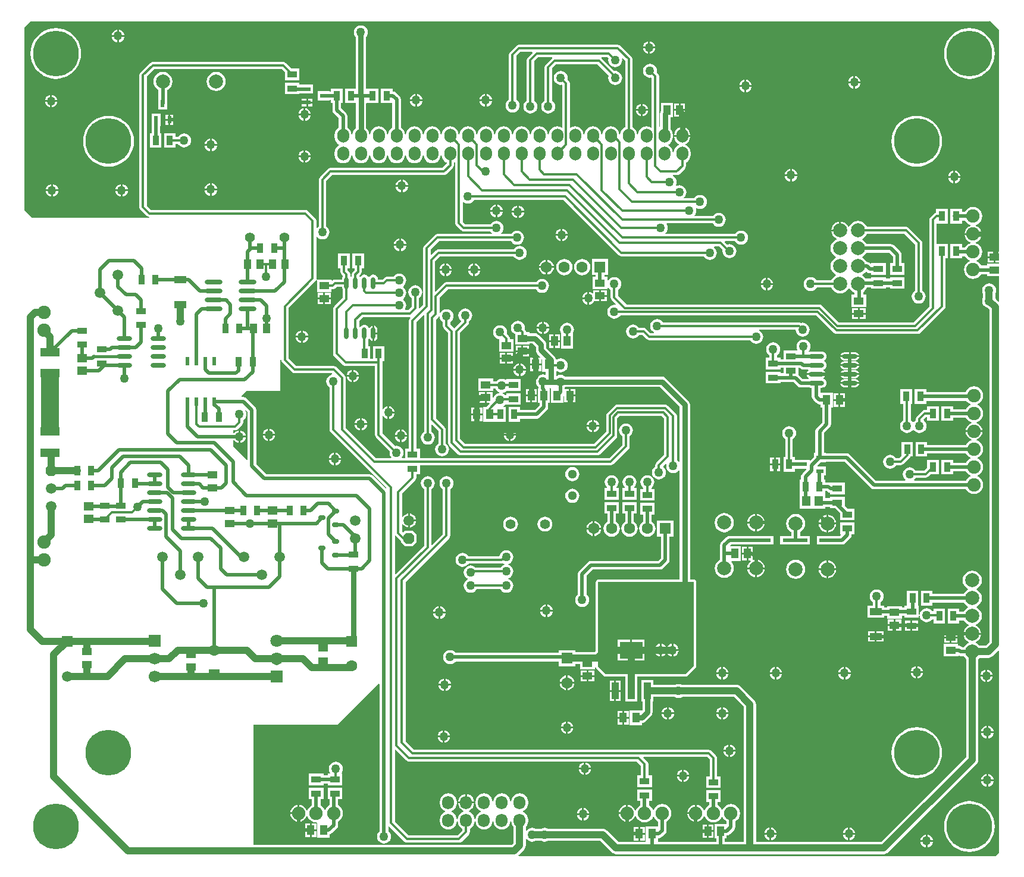
<source format=gtl>
%FSLAX24Y24*%
%MOIN*%
G70*
G01*
G75*
G04 Layer_Physical_Order=1*
G04 Layer_Color=255*
%ADD10R,0.0374X0.0551*%
%ADD11R,0.0413X0.0551*%
%ADD12O,0.0866X0.0236*%
%ADD13R,0.0551X0.0374*%
%ADD14R,0.0394X0.0236*%
%ADD15R,0.1299X0.0945*%
%ADD16R,0.0394X0.0945*%
%ADD17R,0.0551X0.0413*%
%ADD18R,0.0236X0.0492*%
%ADD19R,0.0689X0.0394*%
%ADD20O,0.0984X0.0276*%
%ADD21R,0.1063X0.0453*%
%ADD22R,0.0571X0.0453*%
%ADD23R,0.0354X0.0197*%
%ADD24R,0.0453X0.0571*%
%ADD25O,0.0236X0.0669*%
G04:AMPARAMS|DCode=26|XSize=25.6mil|YSize=39.4mil|CornerRadius=6.4mil|HoleSize=0mil|Usage=FLASHONLY|Rotation=90.000|XOffset=0mil|YOffset=0mil|HoleType=Round|Shape=RoundedRectangle|*
%AMROUNDEDRECTD26*
21,1,0.0256,0.0266,0,0,90.0*
21,1,0.0128,0.0394,0,0,90.0*
1,1,0.0128,0.0133,0.0064*
1,1,0.0128,0.0133,-0.0064*
1,1,0.0128,-0.0133,-0.0064*
1,1,0.0128,-0.0133,0.0064*
%
%ADD26ROUNDEDRECTD26*%
%ADD27R,0.0236X0.0394*%
%ADD28C,0.0197*%
%ADD29C,0.0394*%
%ADD30C,0.0118*%
%ADD31C,0.0157*%
%ADD32C,0.0295*%
%ADD33C,0.0984*%
%ADD34C,0.2559*%
%ADD35C,0.0630*%
%ADD36R,0.0630X0.0630*%
%ADD37C,0.0787*%
%ADD38C,0.0512*%
%ADD39O,0.0669X0.0787*%
%ADD40O,0.0669X0.0748*%
%ADD41C,0.0748*%
%ADD42R,0.0630X0.0630*%
%ADD43C,0.0591*%
%ADD44R,0.0669X0.0669*%
%ADD45C,0.0669*%
%ADD46R,0.0709X0.0709*%
%ADD47C,0.0709*%
%ADD48R,0.0591X0.0591*%
G04:AMPARAMS|DCode=49|XSize=59.1mil|YSize=59.1mil|CornerRadius=0mil|HoleSize=0mil|Usage=FLASHONLY|Rotation=180.000|XOffset=0mil|YOffset=0mil|HoleType=Round|Shape=Octagon|*
%AMOCTAGOND49*
4,1,8,-0.0295,0.0148,-0.0295,-0.0148,-0.0148,-0.0295,0.0148,-0.0295,0.0295,-0.0148,0.0295,0.0148,0.0148,0.0295,-0.0148,0.0295,-0.0295,0.0148,0.0*
%
%ADD49OCTAGOND49*%

%ADD50C,0.0551*%
%ADD51C,0.0500*%
G36*
X24465Y37873D02*
X24508Y37808D01*
X25058Y37258D01*
X25123Y37215D01*
X25136Y37212D01*
X25200Y37199D01*
X27278D01*
X27290Y37184D01*
X27266Y37130D01*
X27249Y37128D01*
X27154Y37089D01*
X27073Y37027D01*
X27011Y36946D01*
X26972Y36851D01*
X26959Y36750D01*
X26972Y36649D01*
X27011Y36554D01*
X27073Y36473D01*
X27149Y36415D01*
Y34050D01*
X27165Y33973D01*
X27208Y33908D01*
X30364Y30752D01*
X30364Y30748D01*
X30309Y30731D01*
X29570Y31470D01*
X29492Y31523D01*
X29400Y31541D01*
X23600D01*
X23041Y32100D01*
Y35150D01*
X23023Y35242D01*
X23002Y35273D01*
X22970Y35320D01*
X22492Y35798D01*
X22414Y35850D01*
X22322Y35869D01*
X22234D01*
X22215Y35915D01*
X22500Y36200D01*
X24400D01*
Y37948D01*
X24449Y37950D01*
X24465Y37873D01*
D02*
G37*
G36*
X47550Y20800D02*
X47100Y20350D01*
X42600D01*
X42550Y20400D01*
X42200Y20750D01*
Y20850D01*
Y25450D01*
Y25500D01*
X47550D01*
Y20800D01*
D02*
G37*
G36*
X64650Y56450D02*
Y44011D01*
X64450D01*
Y43704D01*
Y43398D01*
X64650D01*
Y43340D01*
X63987D01*
Y43237D01*
X63656D01*
X63647Y43258D01*
X63565Y43365D01*
X63458Y43447D01*
X63396Y43473D01*
Y43527D01*
X63458Y43553D01*
X63565Y43635D01*
X63647Y43742D01*
X63699Y43866D01*
X63716Y44000D01*
X63699Y44134D01*
X63647Y44258D01*
X63565Y44365D01*
X63458Y44447D01*
X63346Y44493D01*
X63341Y44535D01*
X63343Y44546D01*
X63439Y44586D01*
X63538Y44662D01*
X63614Y44761D01*
X63662Y44876D01*
X63672Y44950D01*
X62728D01*
X62738Y44876D01*
X62786Y44761D01*
X62862Y44662D01*
X62961Y44586D01*
X63057Y44546D01*
X63059Y44535D01*
X63054Y44493D01*
X62942Y44447D01*
X62835Y44365D01*
X62753Y44258D01*
X62746Y44241D01*
X62568D01*
Y44463D01*
X61919D01*
Y43637D01*
X62568D01*
Y43759D01*
X62746D01*
X62753Y43742D01*
X62835Y43635D01*
X62942Y43553D01*
X63004Y43527D01*
Y43473D01*
X62942Y43447D01*
X62835Y43365D01*
X62753Y43258D01*
X62701Y43134D01*
X62684Y43000D01*
X62701Y42866D01*
X62753Y42742D01*
X62835Y42635D01*
X62942Y42553D01*
X63066Y42501D01*
X63200Y42484D01*
X63334Y42501D01*
X63458Y42553D01*
X63565Y42635D01*
X63647Y42742D01*
X63652Y42755D01*
X63987D01*
Y42651D01*
X64650D01*
Y41243D01*
X64604Y41224D01*
X64478Y41349D01*
X64478Y41351D01*
X64439Y41446D01*
X64438Y41447D01*
Y41653D01*
X64439Y41654D01*
X64478Y41749D01*
X64491Y41850D01*
X64478Y41951D01*
X64439Y42046D01*
X64377Y42127D01*
X64296Y42189D01*
X64201Y42228D01*
X64100Y42241D01*
X63999Y42228D01*
X63904Y42189D01*
X63823Y42127D01*
X63761Y42046D01*
X63722Y41951D01*
X63709Y41850D01*
X63722Y41749D01*
X63761Y41654D01*
X63762Y41653D01*
Y41447D01*
X63761Y41446D01*
X63722Y41351D01*
X63709Y41250D01*
X63722Y41149D01*
X63761Y41054D01*
X63823Y40973D01*
X63904Y40911D01*
X63999Y40872D01*
X64001Y40872D01*
X64112Y40760D01*
Y22140D01*
X63910Y21938D01*
X63561D01*
X63529Y21979D01*
X63418Y22064D01*
X63348Y22093D01*
Y22148D01*
X63399Y22169D01*
X63502Y22248D01*
X63581Y22351D01*
X63631Y22471D01*
X63641Y22550D01*
X62659D01*
X62669Y22471D01*
X62719Y22351D01*
X62798Y22248D01*
X62901Y22169D01*
X62952Y22148D01*
Y22093D01*
X62882Y22064D01*
X62771Y21979D01*
X62686Y21868D01*
X62674Y21841D01*
X62600D01*
X62575Y21866D01*
X62497Y21918D01*
X62404Y21937D01*
X62363D01*
Y22040D01*
X61537D01*
Y21351D01*
X62363D01*
Y21354D01*
X62398Y21373D01*
X62413Y21376D01*
X62500Y21359D01*
X62674D01*
X62686Y21332D01*
X62771Y21221D01*
X62812Y21189D01*
Y15690D01*
X58060Y10938D01*
X51038D01*
Y18650D01*
X51026Y18737D01*
X51009Y18778D01*
X50992Y18819D01*
X50939Y18889D01*
X50180Y19647D01*
X50111Y19701D01*
X50087Y19710D01*
X50029Y19734D01*
X49942Y19746D01*
X46879D01*
X46801Y19778D01*
X46700Y19791D01*
X46599Y19778D01*
X46521Y19746D01*
X45290D01*
Y20018D01*
X44621D01*
Y19430D01*
X44618Y19408D01*
X44621Y19386D01*
Y18798D01*
X44668D01*
Y18356D01*
X44649Y18313D01*
X43960D01*
Y17487D01*
X44649D01*
Y17612D01*
X44650D01*
X44725Y17622D01*
X44794Y17651D01*
X44854Y17696D01*
X45159Y18002D01*
X45205Y18062D01*
X45234Y18131D01*
X45243Y18206D01*
Y18798D01*
X45290D01*
Y19071D01*
X46492D01*
X46504Y19061D01*
X46599Y19022D01*
X46700Y19009D01*
X46801Y19022D01*
X46896Y19061D01*
X46908Y19071D01*
X49802D01*
X50362Y18510D01*
Y10938D01*
X49295D01*
Y11137D01*
X49399D01*
Y11309D01*
X49400D01*
X49492Y11327D01*
X49570Y11380D01*
X49805Y11614D01*
X49857Y11692D01*
X49875Y11784D01*
Y12096D01*
X49892Y12103D01*
X49999Y12185D01*
X50081Y12292D01*
X50133Y12416D01*
X50150Y12550D01*
X50133Y12684D01*
X50081Y12808D01*
X49999Y12915D01*
X49892Y12997D01*
X49768Y13049D01*
X49634Y13066D01*
X49501Y13049D01*
X49376Y12997D01*
X49269Y12915D01*
X49187Y12808D01*
X49167Y12760D01*
X49117D01*
X49097Y12808D01*
X49015Y12915D01*
X48908Y12997D01*
X48891Y13004D01*
Y13182D01*
X49063D01*
Y13831D01*
X48237D01*
Y13182D01*
X48409D01*
Y13004D01*
X48392Y12997D01*
X48285Y12915D01*
X48203Y12808D01*
X48164Y12715D01*
X48110D01*
X48080Y12789D01*
X48004Y12888D01*
X47905Y12964D01*
X47789Y13012D01*
X47716Y13022D01*
Y12550D01*
Y12078D01*
X47789Y12088D01*
X47905Y12136D01*
X48004Y12212D01*
X48080Y12311D01*
X48110Y12385D01*
X48164D01*
X48203Y12292D01*
X48285Y12185D01*
X48392Y12103D01*
X48516Y12051D01*
X48650Y12034D01*
X48784Y12051D01*
X48908Y12103D01*
X49015Y12185D01*
X49097Y12292D01*
X49117Y12340D01*
X49167D01*
X49187Y12292D01*
X49269Y12185D01*
X49376Y12103D01*
X49393Y12096D01*
Y11963D01*
X48710D01*
Y11137D01*
X48813D01*
Y10938D01*
X45551D01*
X45549Y10987D01*
X45549Y10987D01*
X45549Y10987D01*
Y11159D01*
X45600D01*
X45692Y11177D01*
X45770Y11230D01*
X45955Y11414D01*
X46007Y11492D01*
X46025Y11584D01*
Y12096D01*
X46042Y12103D01*
X46149Y12185D01*
X46231Y12292D01*
X46283Y12416D01*
X46300Y12550D01*
X46283Y12684D01*
X46231Y12808D01*
X46149Y12915D01*
X46042Y12997D01*
X45918Y13049D01*
X45784Y13066D01*
X45651Y13049D01*
X45526Y12997D01*
X45419Y12915D01*
X45337Y12808D01*
X45317Y12760D01*
X45267D01*
X45247Y12808D01*
X45165Y12915D01*
X45058Y12997D01*
X45041Y13004D01*
Y13232D01*
X45213D01*
Y13881D01*
X44387D01*
Y13232D01*
X44559D01*
Y13004D01*
X44542Y12997D01*
X44435Y12915D01*
X44353Y12808D01*
X44314Y12715D01*
X44260D01*
X44230Y12789D01*
X44154Y12888D01*
X44055Y12964D01*
X43939Y13012D01*
X43866Y13022D01*
Y12550D01*
Y12078D01*
X43939Y12088D01*
X44055Y12136D01*
X44154Y12212D01*
X44230Y12311D01*
X44260Y12385D01*
X44314D01*
X44353Y12292D01*
X44435Y12185D01*
X44542Y12103D01*
X44666Y12051D01*
X44800Y12034D01*
X44934Y12051D01*
X45058Y12103D01*
X45165Y12185D01*
X45247Y12292D01*
X45267Y12340D01*
X45317D01*
X45337Y12292D01*
X45419Y12185D01*
X45526Y12103D01*
X45543Y12096D01*
Y11813D01*
X44860D01*
Y10987D01*
X44860Y10987D01*
X44860D01*
X44858Y10938D01*
X43340D01*
X42689Y11589D01*
X42619Y11642D01*
X42595Y11652D01*
X42537Y11676D01*
X42450Y11688D01*
X39397D01*
X39396Y11689D01*
X39301Y11728D01*
X39200Y11741D01*
X39099Y11728D01*
X39004Y11689D01*
X39003Y11688D01*
X38697D01*
X38696Y11689D01*
X38601Y11728D01*
X38500Y11741D01*
X38399Y11728D01*
X38304Y11689D01*
X38223Y11627D01*
X38188Y11580D01*
X38138Y11597D01*
Y11775D01*
X38213Y11872D01*
X38260Y11987D01*
X38277Y12111D01*
Y12189D01*
X38260Y12313D01*
X38213Y12428D01*
X38137Y12526D01*
X38038Y12602D01*
X37988Y12623D01*
Y12677D01*
X38038Y12698D01*
X38137Y12774D01*
X38213Y12872D01*
X38260Y12987D01*
X38277Y13111D01*
Y13189D01*
X38260Y13313D01*
X38213Y13428D01*
X38137Y13526D01*
X38038Y13602D01*
X37923Y13650D01*
X37800Y13666D01*
X37677Y13650D01*
X37562Y13602D01*
X37463Y13526D01*
X37387Y13428D01*
X37340Y13313D01*
X37325Y13203D01*
X37275D01*
X37260Y13313D01*
X37213Y13428D01*
X37137Y13526D01*
X37038Y13602D01*
X36923Y13650D01*
X36800Y13666D01*
X36677Y13650D01*
X36562Y13602D01*
X36463Y13526D01*
X36387Y13428D01*
X36340Y13313D01*
X36325Y13203D01*
X36275D01*
X36260Y13313D01*
X36213Y13428D01*
X36137Y13526D01*
X36038Y13602D01*
X35923Y13650D01*
X35800Y13666D01*
X35677Y13650D01*
X35562Y13602D01*
X35463Y13526D01*
X35387Y13428D01*
X35340Y13313D01*
X35323Y13189D01*
Y13111D01*
X35340Y12987D01*
X35387Y12872D01*
X35463Y12774D01*
X35562Y12698D01*
X35612Y12677D01*
Y12623D01*
X35562Y12602D01*
X35463Y12526D01*
X35387Y12428D01*
X35340Y12313D01*
X35325Y12203D01*
X35275D01*
X35260Y12313D01*
X35213Y12428D01*
X35137Y12526D01*
X35038Y12602D01*
X34938Y12643D01*
X34935Y12694D01*
X34935Y12696D01*
X35019Y12731D01*
X35110Y12801D01*
X35180Y12891D01*
X35223Y12997D01*
X35237Y13100D01*
X34363D01*
X34377Y12997D01*
X34420Y12891D01*
X34490Y12801D01*
X34581Y12731D01*
X34665Y12696D01*
X34665Y12694D01*
X34662Y12643D01*
X34562Y12602D01*
X34463Y12526D01*
X34387Y12428D01*
X34340Y12313D01*
X34325Y12203D01*
X34275D01*
X34260Y12313D01*
X34213Y12428D01*
X34137Y12526D01*
X34038Y12602D01*
X33988Y12623D01*
Y12677D01*
X34038Y12698D01*
X34137Y12774D01*
X34213Y12872D01*
X34260Y12987D01*
X34277Y13111D01*
Y13189D01*
X34260Y13313D01*
X34213Y13428D01*
X34137Y13526D01*
X34038Y13602D01*
X33923Y13650D01*
X33800Y13666D01*
X33677Y13650D01*
X33562Y13602D01*
X33463Y13526D01*
X33387Y13428D01*
X33340Y13313D01*
X33323Y13189D01*
Y13111D01*
X33340Y12987D01*
X33387Y12872D01*
X33463Y12774D01*
X33562Y12698D01*
X33612Y12677D01*
Y12623D01*
X33562Y12602D01*
X33463Y12526D01*
X33387Y12428D01*
X33340Y12313D01*
X33323Y12189D01*
Y12111D01*
X33340Y11987D01*
X33387Y11872D01*
X33463Y11774D01*
X33562Y11698D01*
X33677Y11650D01*
X33800Y11634D01*
X33923Y11650D01*
X34038Y11698D01*
X34137Y11774D01*
X34213Y11872D01*
X34260Y11987D01*
X34275Y12098D01*
X34325D01*
X34340Y11987D01*
X34387Y11872D01*
X34463Y11774D01*
X34562Y11698D01*
X34599Y11682D01*
Y11583D01*
X34317Y11301D01*
X31583D01*
X30801Y12083D01*
Y16100D01*
X30847Y16119D01*
X31458Y15508D01*
X31523Y15465D01*
X31536Y15462D01*
X31600Y15449D01*
X41418D01*
X41419Y15447D01*
X41481D01*
X41482Y15449D01*
X44367D01*
X44599Y15217D01*
Y14669D01*
X44387D01*
Y14019D01*
X45213D01*
Y14669D01*
X45001D01*
Y15300D01*
X44985Y15377D01*
X44942Y15442D01*
X44731Y15653D01*
X44750Y15699D01*
X48317D01*
X48449Y15567D01*
Y14619D01*
X48237D01*
Y13969D01*
X49063D01*
Y14619D01*
X48851D01*
Y15650D01*
X48838Y15714D01*
X48835Y15727D01*
X48792Y15792D01*
X48542Y16042D01*
X48477Y16085D01*
X48400Y16101D01*
X31883D01*
X31401Y16583D01*
Y25517D01*
X33842Y27958D01*
X33885Y28023D01*
X33901Y28100D01*
Y30715D01*
X33977Y30773D01*
X34039Y30854D01*
X34078Y30949D01*
X34091Y31050D01*
X34078Y31151D01*
X34039Y31246D01*
X33977Y31327D01*
X33896Y31389D01*
X33801Y31428D01*
X33700Y31441D01*
X33599Y31428D01*
X33504Y31389D01*
X33423Y31327D01*
X33361Y31246D01*
X33322Y31151D01*
X33309Y31050D01*
X33322Y30949D01*
X33361Y30854D01*
X33423Y30773D01*
X33499Y30715D01*
Y28183D01*
X32897Y27581D01*
X32851Y27600D01*
Y30715D01*
X32927Y30773D01*
X32989Y30854D01*
X33028Y30949D01*
X33041Y31050D01*
X33028Y31151D01*
X32989Y31246D01*
X32927Y31327D01*
X32846Y31389D01*
X32751Y31428D01*
X32650Y31441D01*
X32549Y31428D01*
X32454Y31389D01*
X32373Y31327D01*
X32311Y31246D01*
X32272Y31151D01*
X32259Y31050D01*
X32272Y30949D01*
X32311Y30854D01*
X32373Y30773D01*
X32449Y30715D01*
Y27533D01*
X30847Y25931D01*
X30801Y25950D01*
Y28104D01*
X30851Y28119D01*
X30858Y28108D01*
X31158Y27808D01*
X31167Y27802D01*
Y27733D01*
X31383Y27517D01*
X31817D01*
X32033Y27733D01*
Y28167D01*
X31817Y28383D01*
X31383D01*
X31267Y28267D01*
X31201Y28333D01*
Y28750D01*
X31251Y28760D01*
X31255Y28751D01*
X31318Y28668D01*
X31401Y28605D01*
X31497Y28565D01*
X31550Y28558D01*
Y28950D01*
Y29342D01*
X31497Y29335D01*
X31401Y29295D01*
X31318Y29232D01*
X31255Y29149D01*
X31251Y29140D01*
X31201Y29150D01*
Y30467D01*
X31942Y31208D01*
X31985Y31273D01*
X32001Y31350D01*
Y31532D01*
X32213D01*
Y32049D01*
X42900D01*
X42977Y32065D01*
X43042Y32108D01*
X43892Y32958D01*
X43935Y33023D01*
X43951Y33100D01*
Y33665D01*
X44027Y33723D01*
X44089Y33804D01*
X44128Y33899D01*
X44141Y34000D01*
X44128Y34101D01*
X44089Y34196D01*
X44027Y34277D01*
X43946Y34339D01*
X43851Y34378D01*
X43750Y34391D01*
X43649Y34378D01*
X43554Y34339D01*
X43473Y34277D01*
X43411Y34196D01*
X43372Y34101D01*
X43359Y34000D01*
X43372Y33899D01*
X43411Y33804D01*
X43473Y33723D01*
X43549Y33665D01*
Y33183D01*
X42817Y32451D01*
X32213D01*
Y32968D01*
X32001D01*
Y40067D01*
X32403Y40469D01*
X32449Y40450D01*
Y33935D01*
X32373Y33877D01*
X32311Y33796D01*
X32272Y33701D01*
X32259Y33600D01*
X32272Y33499D01*
X32311Y33404D01*
X32373Y33323D01*
X32454Y33261D01*
X32549Y33222D01*
X32650Y33209D01*
X32751Y33222D01*
X32846Y33261D01*
X32927Y33323D01*
X32989Y33404D01*
X33028Y33499D01*
X33041Y33600D01*
X33028Y33701D01*
X32989Y33796D01*
X32927Y33877D01*
X32851Y33935D01*
Y34300D01*
X32897Y34319D01*
X33249Y33967D01*
Y33285D01*
X33173Y33227D01*
X33111Y33146D01*
X33072Y33051D01*
X33059Y32950D01*
X33072Y32849D01*
X33111Y32754D01*
X33173Y32673D01*
X33254Y32611D01*
X33349Y32572D01*
X33450Y32559D01*
X33551Y32572D01*
X33646Y32611D01*
X33727Y32673D01*
X33789Y32754D01*
X33828Y32849D01*
X33841Y32950D01*
X33828Y33051D01*
X33789Y33146D01*
X33727Y33227D01*
X33651Y33285D01*
Y34050D01*
X33638Y34114D01*
X33635Y34127D01*
X33592Y34192D01*
X33101Y34683D01*
Y40217D01*
X33242Y40358D01*
X33260Y40386D01*
X33312Y40373D01*
X33322Y40299D01*
X33361Y40204D01*
X33423Y40123D01*
X33499Y40065D01*
Y39850D01*
X33515Y39773D01*
X33558Y39708D01*
X33799Y39467D01*
Y33300D01*
X33815Y33223D01*
X33858Y33158D01*
X34358Y32658D01*
X34423Y32615D01*
X34500Y32599D01*
X42150D01*
X42227Y32615D01*
X42292Y32658D01*
X43192Y33558D01*
X43235Y33623D01*
X43251Y33700D01*
Y34667D01*
X43383Y34799D01*
X45767D01*
X45899Y34667D01*
Y32633D01*
X45458Y32192D01*
X45415Y32127D01*
X45399Y32050D01*
Y31985D01*
X45323Y31927D01*
X45261Y31846D01*
X45222Y31751D01*
X45209Y31650D01*
X45222Y31549D01*
X45261Y31454D01*
X45323Y31373D01*
X45404Y31311D01*
X45499Y31272D01*
X45600Y31259D01*
X45701Y31272D01*
X45796Y31311D01*
X45877Y31373D01*
X45939Y31454D01*
X45978Y31549D01*
X45991Y31650D01*
X45978Y31751D01*
X45939Y31846D01*
X45877Y31927D01*
X45841Y31954D01*
X45838Y32004D01*
X45991Y32158D01*
X46034Y32129D01*
X46022Y32101D01*
X46009Y32000D01*
X46022Y31899D01*
X46061Y31804D01*
X46123Y31723D01*
X46204Y31661D01*
X46299Y31622D01*
X46400Y31609D01*
X46501Y31622D01*
X46596Y31661D01*
X46677Y31723D01*
X46712Y31770D01*
X46762Y31753D01*
Y25640D01*
X42200D01*
X42146Y25630D01*
X42101Y25599D01*
X42070Y25554D01*
X42059Y25500D01*
Y25450D01*
Y21637D01*
X41999Y21577D01*
X40903D01*
Y21692D01*
X39997D01*
Y21541D01*
X34204D01*
X34177Y21577D01*
X34096Y21639D01*
X34001Y21678D01*
X33900Y21691D01*
X33799Y21678D01*
X33704Y21639D01*
X33623Y21577D01*
X33561Y21496D01*
X33522Y21401D01*
X33509Y21300D01*
X33522Y21199D01*
X33561Y21104D01*
X33623Y21023D01*
X33704Y20961D01*
X33799Y20922D01*
X33900Y20909D01*
X34001Y20922D01*
X34096Y20961D01*
X34177Y21023D01*
X34204Y21059D01*
X39997D01*
Y20786D01*
X40903D01*
Y20901D01*
X41187D01*
Y20610D01*
X42013D01*
Y20726D01*
X42063Y20730D01*
X42070Y20696D01*
X42101Y20651D01*
X42451Y20301D01*
X42501Y20251D01*
X42546Y20220D01*
X42600Y20210D01*
X43712D01*
Y19408D01*
X43715Y19386D01*
Y18798D01*
X44385D01*
Y19386D01*
X44388Y19408D01*
Y20210D01*
X47100D01*
X47154Y20220D01*
X47199Y20251D01*
X47649Y20701D01*
X47680Y20746D01*
X47691Y20800D01*
Y25500D01*
X47680Y25554D01*
X47649Y25599D01*
X47604Y25630D01*
X47550Y25640D01*
X47338D01*
Y35450D01*
X47328Y35525D01*
X47299Y35594D01*
X47254Y35654D01*
X45982Y36926D01*
X45922Y36971D01*
X45852Y37000D01*
X45778Y37010D01*
X40340D01*
X40274Y37061D01*
X40179Y37100D01*
X40078Y37113D01*
X39977Y37100D01*
X39888Y37063D01*
X39847Y37078D01*
X39838Y37083D01*
Y37306D01*
X39883Y37328D01*
X39904Y37311D01*
X39999Y37272D01*
X40100Y37259D01*
X40201Y37272D01*
X40296Y37311D01*
X40377Y37373D01*
X40439Y37454D01*
X40478Y37549D01*
X40491Y37650D01*
X40478Y37751D01*
X40439Y37846D01*
X40377Y37927D01*
X40296Y37989D01*
X40201Y38028D01*
X40100Y38041D01*
X39999Y38028D01*
X39904Y37989D01*
X39885Y37974D01*
X39832Y37996D01*
X39828Y38025D01*
X39799Y38094D01*
X39754Y38154D01*
X39288Y38619D01*
Y38800D01*
X39278Y38875D01*
X39249Y38944D01*
X39204Y39004D01*
X38849Y39358D01*
X38790Y39404D01*
X38720Y39432D01*
X38646Y39442D01*
X38363D01*
Y39499D01*
X38151D01*
Y39500D01*
X38138Y39564D01*
X38135Y39577D01*
X38092Y39642D01*
X38079Y39655D01*
X38091Y39750D01*
X38078Y39851D01*
X38039Y39946D01*
X37977Y40027D01*
X37896Y40089D01*
X37801Y40128D01*
X37700Y40141D01*
X37599Y40128D01*
X37504Y40089D01*
X37423Y40027D01*
X37361Y39946D01*
X37322Y39851D01*
X37309Y39750D01*
X37322Y39649D01*
X37361Y39554D01*
X37423Y39473D01*
X37504Y39411D01*
X37537Y39398D01*
Y38810D01*
X38363D01*
Y38866D01*
X38526D01*
X38712Y38681D01*
Y38500D01*
X38722Y38425D01*
X38751Y38356D01*
X38796Y38296D01*
X38967Y38126D01*
X38947Y38076D01*
X38746D01*
Y37750D01*
X39002D01*
Y37968D01*
X39052Y37994D01*
X39060Y37989D01*
Y37287D01*
X39262D01*
Y37148D01*
X39221Y37120D01*
X39201Y37128D01*
X39100Y37141D01*
X38999Y37128D01*
X38904Y37089D01*
X38823Y37027D01*
X38761Y36946D01*
X38722Y36851D01*
X38709Y36750D01*
X38722Y36649D01*
X38761Y36554D01*
X38823Y36473D01*
X38859Y36446D01*
Y36363D01*
X38810D01*
Y35537D01*
X38913D01*
Y35404D01*
X38650Y35141D01*
X37819D01*
Y35313D01*
X37169D01*
Y34487D01*
X37819D01*
Y34659D01*
X38750D01*
X38842Y34677D01*
X38920Y34730D01*
X39325Y35134D01*
X39377Y35212D01*
X39395Y35304D01*
Y35537D01*
X39499D01*
Y36363D01*
X39499D01*
X39500Y36381D01*
X39507D01*
X39509Y36380D01*
X39551Y36332D01*
Y35537D01*
X40240D01*
Y35914D01*
X40242Y35919D01*
X40248Y35923D01*
X40298Y35897D01*
Y35574D01*
X40554D01*
Y35950D01*
Y36326D01*
X40319D01*
Y36418D01*
X40340Y36434D01*
X45659D01*
X46762Y35331D01*
Y32247D01*
X46712Y32230D01*
X46677Y32277D01*
X46601Y32335D01*
Y34800D01*
X46585Y34877D01*
X46542Y34942D01*
X46092Y35392D01*
X46027Y35435D01*
X45950Y35451D01*
X43250D01*
X43186Y35438D01*
X43173Y35435D01*
X43108Y35392D01*
X42708Y34992D01*
X42665Y34927D01*
X42649Y34850D01*
Y33933D01*
X41967Y33251D01*
X34733D01*
X34451Y33533D01*
Y39467D01*
X34892Y39908D01*
X34935Y39973D01*
X34951Y40050D01*
Y40115D01*
X35027Y40173D01*
X35089Y40254D01*
X35128Y40349D01*
X35141Y40450D01*
X35128Y40551D01*
X35089Y40646D01*
X35027Y40727D01*
X34946Y40789D01*
X34851Y40828D01*
X34750Y40841D01*
X34649Y40828D01*
X34554Y40789D01*
X34473Y40727D01*
X34411Y40646D01*
X34372Y40551D01*
X34359Y40450D01*
X34372Y40349D01*
X34411Y40254D01*
X34473Y40173D01*
X34509Y40146D01*
X34512Y40096D01*
X34125Y39709D01*
X33901Y39933D01*
Y40065D01*
X33977Y40123D01*
X34039Y40204D01*
X34078Y40299D01*
X34091Y40400D01*
X34078Y40501D01*
X34039Y40596D01*
X33977Y40677D01*
X33896Y40739D01*
X33801Y40778D01*
X33700Y40791D01*
X33599Y40778D01*
X33504Y40739D01*
X33423Y40677D01*
X33361Y40596D01*
X33351Y40570D01*
X33301Y40580D01*
Y41417D01*
X33783Y41899D01*
X38715D01*
X38773Y41823D01*
X38854Y41761D01*
X38949Y41722D01*
X39050Y41709D01*
X39151Y41722D01*
X39246Y41761D01*
X39327Y41823D01*
X39389Y41904D01*
X39428Y41999D01*
X39441Y42100D01*
X39428Y42201D01*
X39389Y42296D01*
X39327Y42377D01*
X39246Y42439D01*
X39151Y42478D01*
X39050Y42491D01*
X38949Y42478D01*
X38854Y42439D01*
X38773Y42377D01*
X38715Y42301D01*
X33700D01*
X33623Y42285D01*
X33558Y42242D01*
X33097Y41781D01*
X33051Y41800D01*
Y43467D01*
X33333Y43749D01*
X37465D01*
X37523Y43673D01*
X37604Y43611D01*
X37699Y43572D01*
X37800Y43559D01*
X37901Y43572D01*
X37996Y43611D01*
X38077Y43673D01*
X38139Y43754D01*
X38178Y43849D01*
X38191Y43950D01*
X38178Y44051D01*
X38139Y44146D01*
X38077Y44227D01*
X37996Y44289D01*
X37901Y44328D01*
X37800Y44341D01*
X37699Y44328D01*
X37604Y44289D01*
X37523Y44227D01*
X37465Y44151D01*
X33250D01*
X33186Y44138D01*
X33173Y44135D01*
X33108Y44092D01*
X32847Y43831D01*
X32801Y43850D01*
Y44117D01*
X33283Y44599D01*
X37315D01*
X37373Y44523D01*
X37454Y44461D01*
X37549Y44422D01*
X37650Y44409D01*
X37751Y44422D01*
X37846Y44461D01*
X37927Y44523D01*
X37989Y44604D01*
X38028Y44699D01*
X38041Y44800D01*
X38028Y44901D01*
X37989Y44996D01*
X37927Y45077D01*
X37846Y45139D01*
X37751Y45178D01*
X37650Y45191D01*
X37549Y45178D01*
X37454Y45139D01*
X37373Y45077D01*
X37315Y45001D01*
X36764D01*
X36747Y45051D01*
X36777Y45073D01*
X36839Y45154D01*
X36878Y45249D01*
X36891Y45350D01*
X36878Y45451D01*
X36839Y45546D01*
X36777Y45627D01*
X36696Y45689D01*
X36601Y45728D01*
X36500Y45741D01*
X36399Y45728D01*
X36304Y45689D01*
X36223Y45627D01*
X36165Y45551D01*
X34733D01*
X34601Y45683D01*
Y46778D01*
X34651Y46802D01*
X34704Y46761D01*
X34799Y46722D01*
X34900Y46709D01*
X35001Y46722D01*
X35096Y46761D01*
X35177Y46823D01*
X35235Y46899D01*
X40267D01*
X43358Y43808D01*
X43423Y43765D01*
X43500Y43749D01*
X48115D01*
X48173Y43673D01*
X48254Y43611D01*
X48349Y43572D01*
X48450Y43559D01*
X48551Y43572D01*
X48646Y43611D01*
X48727Y43673D01*
X48789Y43754D01*
X48828Y43849D01*
X48841Y43950D01*
X48828Y44051D01*
X48789Y44146D01*
X48727Y44227D01*
X48697Y44249D01*
X48714Y44299D01*
X48983D01*
X49167Y44115D01*
X49159Y44050D01*
X49172Y43949D01*
X49211Y43854D01*
X49273Y43773D01*
X49354Y43711D01*
X49449Y43672D01*
X49550Y43659D01*
X49651Y43672D01*
X49746Y43711D01*
X49827Y43773D01*
X49889Y43854D01*
X49928Y43949D01*
X49941Y44050D01*
X49928Y44151D01*
X49889Y44246D01*
X49827Y44327D01*
X49746Y44389D01*
X49651Y44428D01*
X49550Y44441D01*
X49449Y44428D01*
X49430Y44420D01*
X49297Y44553D01*
X49316Y44599D01*
X49865D01*
X49923Y44523D01*
X50004Y44461D01*
X50099Y44422D01*
X50200Y44409D01*
X50301Y44422D01*
X50396Y44461D01*
X50477Y44523D01*
X50539Y44604D01*
X50578Y44699D01*
X50591Y44800D01*
X50578Y44901D01*
X50539Y44996D01*
X50477Y45077D01*
X50396Y45139D01*
X50301Y45178D01*
X50200Y45191D01*
X50099Y45178D01*
X50004Y45139D01*
X49923Y45077D01*
X49865Y45001D01*
X45964D01*
X45947Y45051D01*
X45977Y45073D01*
X46039Y45154D01*
X46078Y45249D01*
X46091Y45350D01*
X46078Y45451D01*
X46039Y45546D01*
X46032Y45554D01*
X46054Y45599D01*
X48615D01*
X48673Y45523D01*
X48754Y45461D01*
X48849Y45422D01*
X48950Y45409D01*
X49051Y45422D01*
X49146Y45461D01*
X49227Y45523D01*
X49289Y45604D01*
X49328Y45699D01*
X49341Y45800D01*
X49328Y45901D01*
X49289Y45996D01*
X49227Y46077D01*
X49146Y46139D01*
X49051Y46178D01*
X48950Y46191D01*
X48849Y46178D01*
X48754Y46139D01*
X48673Y46077D01*
X48615Y46001D01*
X47622D01*
X47598Y46051D01*
X47639Y46104D01*
X47678Y46199D01*
X47691Y46300D01*
X47678Y46401D01*
X47667Y46427D01*
X47698Y46455D01*
X47708Y46460D01*
X47799Y46422D01*
X47900Y46409D01*
X48001Y46422D01*
X48096Y46461D01*
X48177Y46523D01*
X48239Y46604D01*
X48278Y46699D01*
X48291Y46800D01*
X48278Y46901D01*
X48239Y46996D01*
X48177Y47077D01*
X48096Y47139D01*
X48001Y47178D01*
X47900Y47191D01*
X47799Y47178D01*
X47704Y47139D01*
X47623Y47077D01*
X47565Y47001D01*
X47014D01*
X46997Y47051D01*
X47027Y47073D01*
X47089Y47154D01*
X47128Y47249D01*
X47141Y47350D01*
X47128Y47451D01*
X47089Y47546D01*
X47027Y47627D01*
X46946Y47689D01*
X46851Y47728D01*
X46750Y47741D01*
X46649Y47728D01*
X46593Y47705D01*
X46555Y47743D01*
X46578Y47799D01*
X46591Y47900D01*
X46578Y48001D01*
X46539Y48096D01*
X46477Y48177D01*
X46396Y48239D01*
X46370Y48249D01*
X46380Y48299D01*
X46600D01*
X46677Y48315D01*
X46742Y48358D01*
X47043Y48660D01*
X47087Y48725D01*
X47090Y48738D01*
X47102Y48802D01*
Y49013D01*
X47140Y49028D01*
X47239Y49104D01*
X47314Y49203D01*
X47362Y49318D01*
X47378Y49441D01*
Y49559D01*
X47362Y49682D01*
X47314Y49797D01*
X47239Y49896D01*
X47140Y49972D01*
X47088Y49993D01*
Y50048D01*
X47121Y50061D01*
X47212Y50131D01*
X47281Y50222D01*
X47325Y50327D01*
X47340Y50441D01*
Y50450D01*
X46463D01*
Y50441D01*
X46478Y50327D01*
X46522Y50222D01*
X46592Y50131D01*
X46682Y50061D01*
X46716Y50048D01*
Y49993D01*
X46663Y49972D01*
X46565Y49896D01*
X46489Y49797D01*
X46441Y49682D01*
X46427Y49572D01*
X46376D01*
X46362Y49682D01*
X46314Y49797D01*
X46239Y49896D01*
X46140Y49972D01*
X46132Y49975D01*
Y50025D01*
X46140Y50028D01*
X46239Y50104D01*
X46314Y50203D01*
X46362Y50318D01*
X46378Y50441D01*
Y50559D01*
X46362Y50682D01*
X46314Y50797D01*
X46239Y50896D01*
X46238Y50896D01*
Y51537D01*
X46390D01*
Y52363D01*
X45701D01*
Y51899D01*
X45701Y51898D01*
X45672Y51829D01*
X45662Y51754D01*
Y51006D01*
X45651Y50999D01*
X45601Y51026D01*
Y53850D01*
X45585Y53927D01*
X45542Y53992D01*
X45479Y54055D01*
X45491Y54150D01*
X45478Y54251D01*
X45439Y54346D01*
X45377Y54427D01*
X45296Y54489D01*
X45201Y54528D01*
X45100Y54541D01*
X44999Y54528D01*
X44904Y54489D01*
X44823Y54427D01*
X44761Y54346D01*
X44722Y54251D01*
X44709Y54150D01*
X44722Y54049D01*
X44761Y53954D01*
X44823Y53873D01*
X44904Y53811D01*
X44999Y53772D01*
X45100Y53759D01*
X45149Y53765D01*
X45199Y53721D01*
Y50983D01*
X45154Y50961D01*
X45140Y50972D01*
X45025Y51019D01*
X44902Y51036D01*
X44778Y51019D01*
X44663Y50972D01*
X44565Y50896D01*
X44489Y50797D01*
X44441Y50682D01*
X44427Y50572D01*
X44376D01*
X44362Y50682D01*
X44314Y50797D01*
X44239Y50896D01*
X44140Y50972D01*
X44102Y50987D01*
Y54798D01*
X44087Y54875D01*
X44043Y54940D01*
X43442Y55542D01*
X43377Y55585D01*
X43300Y55601D01*
X37750D01*
X37673Y55585D01*
X37608Y55542D01*
X37258Y55192D01*
X37215Y55127D01*
X37199Y55050D01*
Y52535D01*
X37123Y52477D01*
X37061Y52396D01*
X37022Y52301D01*
X37009Y52200D01*
X37022Y52099D01*
X37061Y52004D01*
X37123Y51923D01*
X37204Y51861D01*
X37299Y51822D01*
X37400Y51809D01*
X37501Y51822D01*
X37596Y51861D01*
X37677Y51923D01*
X37739Y52004D01*
X37778Y52099D01*
X37791Y52200D01*
X37778Y52301D01*
X37739Y52396D01*
X37677Y52477D01*
X37601Y52535D01*
Y54967D01*
X37833Y55199D01*
X38500D01*
X38519Y55153D01*
X38258Y54892D01*
X38215Y54827D01*
X38199Y54750D01*
Y52485D01*
X38123Y52427D01*
X38061Y52346D01*
X38022Y52251D01*
X38009Y52150D01*
X38022Y52049D01*
X38061Y51954D01*
X38123Y51873D01*
X38204Y51811D01*
X38299Y51772D01*
X38400Y51759D01*
X38501Y51772D01*
X38596Y51811D01*
X38677Y51873D01*
X38739Y51954D01*
X38778Y52049D01*
X38791Y52150D01*
X38778Y52251D01*
X38739Y52346D01*
X38677Y52427D01*
X38601Y52485D01*
Y54667D01*
X38833Y54899D01*
X39604D01*
X39619Y54849D01*
X39608Y54842D01*
X39258Y54492D01*
X39215Y54427D01*
X39199Y54350D01*
Y52485D01*
X39123Y52427D01*
X39061Y52346D01*
X39022Y52251D01*
X39009Y52150D01*
X39022Y52049D01*
X39061Y51954D01*
X39123Y51873D01*
X39204Y51811D01*
X39299Y51772D01*
X39400Y51759D01*
X39501Y51772D01*
X39596Y51811D01*
X39677Y51873D01*
X39739Y51954D01*
X39778Y52049D01*
X39791Y52150D01*
X39778Y52251D01*
X39739Y52346D01*
X39677Y52427D01*
X39601Y52485D01*
Y54267D01*
X39833Y54499D01*
X42167D01*
X42785Y53881D01*
X42772Y53851D01*
X42759Y53750D01*
X42772Y53649D01*
X42811Y53554D01*
X42873Y53473D01*
X42954Y53411D01*
X43049Y53372D01*
X43150Y53359D01*
X43251Y53372D01*
X43346Y53411D01*
X43427Y53473D01*
X43489Y53554D01*
X43528Y53649D01*
X43541Y53750D01*
X43528Y53851D01*
X43489Y53946D01*
X43427Y54027D01*
X43346Y54089D01*
X43251Y54128D01*
X43235Y54130D01*
X43227Y54135D01*
X43150Y54151D01*
X43094Y54140D01*
X42392Y54842D01*
X42381Y54849D01*
X42396Y54899D01*
X42717D01*
X42771Y54845D01*
X42759Y54750D01*
X42772Y54649D01*
X42811Y54554D01*
X42873Y54473D01*
X42954Y54411D01*
X43049Y54372D01*
X43150Y54359D01*
X43251Y54372D01*
X43346Y54411D01*
X43427Y54473D01*
X43489Y54554D01*
X43528Y54649D01*
X43541Y54750D01*
X43533Y54813D01*
X43580Y54836D01*
X43701Y54715D01*
Y50987D01*
X43663Y50972D01*
X43565Y50896D01*
X43489Y50797D01*
X43441Y50682D01*
X43427Y50572D01*
X43376D01*
X43362Y50682D01*
X43314Y50797D01*
X43239Y50896D01*
X43140Y50972D01*
X43025Y51019D01*
X42902Y51036D01*
X42778Y51019D01*
X42663Y50972D01*
X42565Y50896D01*
X42489Y50797D01*
X42441Y50682D01*
X42427Y50572D01*
X42376D01*
X42362Y50682D01*
X42314Y50797D01*
X42239Y50896D01*
X42140Y50972D01*
X42025Y51019D01*
X41902Y51036D01*
X41778Y51019D01*
X41663Y50972D01*
X41565Y50896D01*
X41489Y50797D01*
X41441Y50682D01*
X41427Y50572D01*
X41376D01*
X41362Y50682D01*
X41314Y50797D01*
X41239Y50896D01*
X41140Y50972D01*
X41025Y51019D01*
X40902Y51036D01*
X40778Y51019D01*
X40663Y50972D01*
X40646Y50958D01*
X40601Y50980D01*
Y53450D01*
X40585Y53527D01*
X40542Y53592D01*
X40479Y53655D01*
X40491Y53750D01*
X40478Y53851D01*
X40439Y53946D01*
X40377Y54027D01*
X40296Y54089D01*
X40201Y54128D01*
X40100Y54141D01*
X39999Y54128D01*
X39904Y54089D01*
X39823Y54027D01*
X39761Y53946D01*
X39722Y53851D01*
X39709Y53750D01*
X39722Y53649D01*
X39761Y53554D01*
X39823Y53473D01*
X39904Y53411D01*
X39999Y53372D01*
X40100Y53359D01*
X40149Y53365D01*
X40199Y53321D01*
Y50983D01*
X40154Y50961D01*
X40140Y50972D01*
X40025Y51019D01*
X39902Y51036D01*
X39778Y51019D01*
X39663Y50972D01*
X39565Y50896D01*
X39489Y50797D01*
X39441Y50682D01*
X39427Y50572D01*
X39376D01*
X39362Y50682D01*
X39314Y50797D01*
X39239Y50896D01*
X39140Y50972D01*
X39025Y51019D01*
X38902Y51036D01*
X38778Y51019D01*
X38663Y50972D01*
X38565Y50896D01*
X38489Y50797D01*
X38441Y50682D01*
X38427Y50572D01*
X38376D01*
X38362Y50682D01*
X38314Y50797D01*
X38239Y50896D01*
X38140Y50972D01*
X38025Y51019D01*
X37902Y51036D01*
X37778Y51019D01*
X37663Y50972D01*
X37565Y50896D01*
X37489Y50797D01*
X37441Y50682D01*
X37427Y50572D01*
X37376D01*
X37362Y50682D01*
X37314Y50797D01*
X37239Y50896D01*
X37140Y50972D01*
X37025Y51019D01*
X36902Y51036D01*
X36778Y51019D01*
X36663Y50972D01*
X36565Y50896D01*
X36489Y50797D01*
X36441Y50682D01*
X36427Y50572D01*
X36376D01*
X36362Y50682D01*
X36314Y50797D01*
X36239Y50896D01*
X36140Y50972D01*
X36025Y51019D01*
X35902Y51036D01*
X35778Y51019D01*
X35663Y50972D01*
X35565Y50896D01*
X35489Y50797D01*
X35441Y50682D01*
X35427Y50572D01*
X35376D01*
X35362Y50682D01*
X35314Y50797D01*
X35239Y50896D01*
X35140Y50972D01*
X35025Y51019D01*
X34902Y51036D01*
X34778Y51019D01*
X34663Y50972D01*
X34565Y50896D01*
X34489Y50797D01*
X34441Y50682D01*
X34427Y50572D01*
X34376D01*
X34362Y50682D01*
X34314Y50797D01*
X34239Y50896D01*
X34140Y50972D01*
X34025Y51019D01*
X33902Y51036D01*
X33778Y51019D01*
X33663Y50972D01*
X33565Y50896D01*
X33489Y50797D01*
X33441Y50682D01*
X33427Y50572D01*
X33376D01*
X33362Y50682D01*
X33314Y50797D01*
X33239Y50896D01*
X33140Y50972D01*
X33025Y51019D01*
X32902Y51036D01*
X32778Y51019D01*
X32663Y50972D01*
X32565Y50896D01*
X32489Y50797D01*
X32441Y50682D01*
X32427Y50572D01*
X32376D01*
X32362Y50682D01*
X32314Y50797D01*
X32239Y50896D01*
X32140Y50972D01*
X32025Y51019D01*
X31902Y51036D01*
X31778Y51019D01*
X31663Y50972D01*
X31565Y50896D01*
X31489Y50797D01*
X31441Y50682D01*
X31427Y50572D01*
X31376D01*
X31362Y50682D01*
X31314Y50797D01*
X31239Y50896D01*
X31142Y50970D01*
Y52548D01*
X31124Y52641D01*
X31072Y52719D01*
X30870Y52920D01*
X30792Y52973D01*
X30700Y52991D01*
X30668D01*
Y53163D01*
X30019D01*
Y52337D01*
X30661D01*
Y50970D01*
X30565Y50896D01*
X30489Y50797D01*
X30441Y50682D01*
X30427Y50572D01*
X30376D01*
X30362Y50682D01*
X30314Y50797D01*
X30239Y50896D01*
X30140Y50972D01*
X30025Y51019D01*
X29902Y51036D01*
X29778Y51019D01*
X29663Y50972D01*
X29565Y50896D01*
X29489Y50797D01*
X29441Y50682D01*
X29427Y50572D01*
X29376D01*
X29362Y50682D01*
X29314Y50797D01*
X29239Y50896D01*
X29189Y50934D01*
Y52317D01*
X29231Y52337D01*
X29232Y52337D01*
Y52337D01*
X29232Y52337D01*
X29881D01*
Y53163D01*
X29232D01*
X29232Y53163D01*
Y53163D01*
X29231Y53163D01*
X29188Y53179D01*
Y56038D01*
X29239Y56104D01*
X29278Y56199D01*
X29291Y56300D01*
X29278Y56401D01*
X29239Y56496D01*
X29177Y56577D01*
X29096Y56639D01*
X29001Y56678D01*
X28900Y56691D01*
X28799Y56678D01*
X28704Y56639D01*
X28623Y56577D01*
X28561Y56496D01*
X28522Y56401D01*
X28509Y56300D01*
X28522Y56199D01*
X28561Y56104D01*
X28612Y56038D01*
Y53163D01*
X28019D01*
Y52337D01*
X28614D01*
Y50934D01*
X28565Y50896D01*
X28489Y50797D01*
X28441Y50682D01*
X28427Y50572D01*
X28376D01*
X28362Y50682D01*
X28314Y50797D01*
X28239Y50896D01*
X28142Y50970D01*
Y51598D01*
X28124Y51691D01*
X28072Y51769D01*
X27797Y52043D01*
Y52337D01*
X27881D01*
Y53163D01*
X27232D01*
Y52991D01*
X27137D01*
Y53006D01*
X26468D01*
Y52494D01*
X27137D01*
Y52509D01*
X27232D01*
Y52337D01*
X27315D01*
Y51944D01*
X27334Y51852D01*
X27386Y51773D01*
X27661Y51499D01*
Y50970D01*
X27565Y50896D01*
X27489Y50797D01*
X27441Y50682D01*
X27425Y50559D01*
Y50441D01*
X27441Y50318D01*
X27489Y50203D01*
X27565Y50104D01*
X27663Y50028D01*
X27671Y50025D01*
Y49975D01*
X27663Y49972D01*
X27565Y49896D01*
X27489Y49797D01*
X27441Y49682D01*
X27425Y49559D01*
Y49441D01*
X27441Y49318D01*
X27489Y49203D01*
X27565Y49104D01*
X27663Y49028D01*
X27778Y48981D01*
X27902Y48964D01*
X28025Y48981D01*
X28140Y49028D01*
X28239Y49104D01*
X28314Y49203D01*
X28362Y49318D01*
X28376Y49428D01*
X28427D01*
X28441Y49318D01*
X28489Y49203D01*
X28565Y49104D01*
X28663Y49028D01*
X28778Y48981D01*
X28902Y48964D01*
X29025Y48981D01*
X29140Y49028D01*
X29239Y49104D01*
X29314Y49203D01*
X29362Y49318D01*
X29376Y49428D01*
X29427D01*
X29441Y49318D01*
X29489Y49203D01*
X29565Y49104D01*
X29663Y49028D01*
X29778Y48981D01*
X29902Y48964D01*
X30025Y48981D01*
X30140Y49028D01*
X30239Y49104D01*
X30314Y49203D01*
X30362Y49318D01*
X30376Y49428D01*
X30427D01*
X30441Y49318D01*
X30489Y49203D01*
X30565Y49104D01*
X30663Y49028D01*
X30778Y48981D01*
X30902Y48964D01*
X31025Y48981D01*
X31140Y49028D01*
X31239Y49104D01*
X31314Y49203D01*
X31362Y49318D01*
X31376Y49428D01*
X31427D01*
X31441Y49318D01*
X31489Y49203D01*
X31565Y49104D01*
X31663Y49028D01*
X31778Y48981D01*
X31902Y48964D01*
X32025Y48981D01*
X32140Y49028D01*
X32239Y49104D01*
X32314Y49203D01*
X32362Y49318D01*
X32376Y49428D01*
X32427D01*
X32441Y49318D01*
X32489Y49203D01*
X32565Y49104D01*
X32663Y49028D01*
X32778Y48981D01*
X32902Y48964D01*
X33025Y48981D01*
X33140Y49028D01*
X33239Y49104D01*
X33314Y49203D01*
X33362Y49318D01*
X33376Y49428D01*
X33427D01*
X33441Y49318D01*
X33489Y49203D01*
X33565Y49104D01*
X33663Y49028D01*
X33701Y49013D01*
Y48935D01*
X33467Y48701D01*
X27200D01*
X27123Y48685D01*
X27058Y48642D01*
X26608Y48192D01*
X26565Y48127D01*
X26549Y48050D01*
Y45435D01*
X26473Y45377D01*
X26451Y45347D01*
X26401Y45364D01*
Y45750D01*
X26388Y45814D01*
X26385Y45827D01*
X26342Y45892D01*
X25942Y46292D01*
X25877Y46335D01*
X25800Y46351D01*
X17133D01*
X16901Y46583D01*
Y53817D01*
X17333Y54249D01*
X24461D01*
X24637Y54073D01*
Y53619D01*
X25463D01*
Y54268D01*
X25009D01*
X24686Y54592D01*
X24621Y54635D01*
X24544Y54651D01*
X17250D01*
X17186Y54638D01*
X17173Y54635D01*
X17108Y54592D01*
X16558Y54042D01*
X16515Y53977D01*
X16499Y53900D01*
Y46500D01*
X16515Y46423D01*
X16558Y46358D01*
X16908Y46008D01*
X16973Y45965D01*
X17050Y45949D01*
X17048Y45900D01*
X10500D01*
X10050Y46350D01*
Y56550D01*
X10400Y56900D01*
X64100D01*
X64150Y56950D01*
X64650Y56450D01*
D02*
G37*
G36*
X34199Y49017D02*
Y45600D01*
X34215Y45523D01*
X34258Y45458D01*
X34508Y45208D01*
X34573Y45165D01*
X34586Y45162D01*
X34650Y45149D01*
X36165D01*
X36223Y45073D01*
X36253Y45051D01*
X36236Y45001D01*
X33200D01*
X33123Y44985D01*
X33058Y44942D01*
X32458Y44342D01*
X32415Y44277D01*
X32399Y44200D01*
Y41033D01*
X32198Y40832D01*
X32163Y40845D01*
X32151Y40855D01*
Y41415D01*
X32227Y41473D01*
X32289Y41554D01*
X32328Y41649D01*
X32341Y41750D01*
X32328Y41851D01*
X32289Y41946D01*
X32227Y42027D01*
X32146Y42089D01*
X32051Y42128D01*
X31950Y42141D01*
X31849Y42128D01*
X31754Y42089D01*
X31673Y42027D01*
X31611Y41946D01*
X31572Y41851D01*
X31559Y41750D01*
X31572Y41649D01*
X31611Y41554D01*
X31673Y41473D01*
X31749Y41415D01*
Y40933D01*
X31567Y40751D01*
X31404D01*
X31382Y40796D01*
X31389Y40804D01*
X31428Y40899D01*
X31441Y41000D01*
X31428Y41101D01*
X31389Y41196D01*
X31327Y41277D01*
X31270Y41320D01*
Y41380D01*
X31327Y41423D01*
X31389Y41504D01*
X31428Y41599D01*
X31441Y41700D01*
X31428Y41801D01*
X31389Y41896D01*
X31327Y41977D01*
X31270Y42020D01*
Y42080D01*
X31327Y42123D01*
X31389Y42204D01*
X31428Y42299D01*
X31441Y42400D01*
X31428Y42501D01*
X31389Y42596D01*
X31327Y42677D01*
X31246Y42739D01*
X31151Y42778D01*
X31050Y42791D01*
X30949Y42778D01*
X30854Y42739D01*
X30773Y42677D01*
X30715Y42601D01*
X30343D01*
X30278Y42588D01*
X30266Y42585D01*
X30201Y42542D01*
X30117Y42458D01*
X29858D01*
Y42474D01*
X29849Y42541D01*
X29824Y42603D01*
X29783Y42657D01*
X29729Y42698D01*
X29667Y42723D01*
X29600Y42732D01*
X29533Y42723D01*
X29471Y42698D01*
X29417Y42657D01*
X29376Y42603D01*
X29324D01*
X29283Y42657D01*
X29229Y42698D01*
X29167Y42723D01*
X29100Y42732D01*
X29033Y42723D01*
X28971Y42698D01*
X28917Y42657D01*
X28884Y42613D01*
X28831Y42611D01*
X28801Y42644D01*
Y42667D01*
X28886Y42752D01*
X28929Y42817D01*
X28944Y42894D01*
Y43087D01*
X29069D01*
Y43913D01*
X28419D01*
Y43087D01*
X28543D01*
Y42977D01*
X28458Y42892D01*
X28415Y42827D01*
X28399Y42750D01*
Y42633D01*
X28384Y42613D01*
X28331Y42611D01*
X28301Y42644D01*
Y42750D01*
X28285Y42827D01*
X28242Y42892D01*
X28157Y42977D01*
Y43087D01*
X28281D01*
Y43913D01*
X27631D01*
Y43087D01*
X27756D01*
Y42894D01*
X27771Y42817D01*
X27814Y42752D01*
X27899Y42667D01*
Y42633D01*
X27876Y42603D01*
X27851Y42541D01*
X27842Y42474D01*
Y42458D01*
X27457D01*
X27381Y42443D01*
X27316Y42399D01*
X27310Y42393D01*
X27263Y42413D01*
Y42449D01*
X26442D01*
X26394Y42467D01*
X26401Y42500D01*
Y44836D01*
X26451Y44853D01*
X26473Y44823D01*
X26554Y44761D01*
X26649Y44722D01*
X26750Y44709D01*
X26851Y44722D01*
X26946Y44761D01*
X27027Y44823D01*
X27089Y44904D01*
X27128Y44999D01*
X27141Y45100D01*
X27128Y45201D01*
X27089Y45296D01*
X27027Y45377D01*
X26951Y45435D01*
Y47967D01*
X27283Y48299D01*
X33550D01*
X33627Y48315D01*
X33692Y48358D01*
X34044Y48710D01*
X34087Y48775D01*
X34102Y48852D01*
Y49013D01*
X34140Y49028D01*
X34154Y49039D01*
X34199Y49017D01*
D02*
G37*
G36*
X31655Y40337D02*
X31668Y40302D01*
X31658Y40292D01*
X31615Y40227D01*
X31599Y40150D01*
Y32968D01*
X31387D01*
Y32451D01*
X31222D01*
X31198Y32501D01*
X31239Y32554D01*
X31278Y32649D01*
X31291Y32750D01*
X31278Y32851D01*
X31239Y32946D01*
X31177Y33027D01*
X31096Y33089D01*
X31001Y33128D01*
X30900Y33141D01*
X30805Y33129D01*
X30101Y33833D01*
Y34802D01*
X30118Y34810D01*
X30151Y34815D01*
X30200Y34750D01*
X30273Y34694D01*
X30359Y34659D01*
X30400Y34654D01*
Y35000D01*
Y35346D01*
X30359Y35341D01*
X30273Y35306D01*
X30200Y35250D01*
X30151Y35185D01*
X30118Y35190D01*
X30101Y35198D01*
Y37800D01*
Y37887D01*
X30219D01*
Y38713D01*
X29569D01*
Y38001D01*
X29431D01*
Y38713D01*
X29301D01*
Y39067D01*
X29324Y39097D01*
X29343Y39144D01*
X29388Y39141D01*
X29395Y39140D01*
X29443Y39069D01*
X29515Y39021D01*
X29550Y39014D01*
Y39443D01*
Y39871D01*
X29515Y39865D01*
X29443Y39816D01*
X29395Y39745D01*
X29388Y39744D01*
X29343Y39741D01*
X29324Y39788D01*
X29283Y39842D01*
X29229Y39883D01*
X29167Y39908D01*
X29100Y39917D01*
X29033Y39908D01*
X28971Y39883D01*
X28917Y39842D01*
X28884Y39798D01*
X28831Y39796D01*
X28801Y39829D01*
Y40117D01*
X29033Y40349D01*
X31645D01*
X31655Y40337D01*
D02*
G37*
G36*
X22559Y35050D02*
Y32362D01*
X22509Y32341D01*
X21750Y33100D01*
Y33452D01*
X21772Y33463D01*
X21800Y33466D01*
X21850Y33400D01*
X21923Y33344D01*
X22009Y33309D01*
X22050Y33304D01*
Y33650D01*
Y33996D01*
X22009Y33991D01*
X21923Y33956D01*
X21850Y33900D01*
X21800Y33834D01*
X21772Y33837D01*
X21750Y33848D01*
Y33999D01*
X21850D01*
X21927Y34015D01*
X21992Y34058D01*
X22242Y34308D01*
X22285Y34373D01*
X22288Y34386D01*
X22301Y34450D01*
Y34565D01*
X22377Y34623D01*
X22439Y34704D01*
X22478Y34799D01*
X22491Y34900D01*
X22478Y35001D01*
X22439Y35096D01*
X22424Y35114D01*
X22462Y35147D01*
X22559Y35050D01*
D02*
G37*
G36*
X26437Y42424D02*
Y41760D01*
X27263D01*
Y41904D01*
X27304D01*
X27381Y41919D01*
X27446Y41962D01*
X27541Y42057D01*
X27842D01*
Y42041D01*
X27851Y41974D01*
X27876Y41912D01*
X27899Y41882D01*
Y41433D01*
X27408Y40942D01*
X27365Y40877D01*
X27349Y40800D01*
Y38300D01*
X27365Y38223D01*
X27408Y38158D01*
X27908Y37658D01*
X27973Y37615D01*
X28050Y37599D01*
X29699D01*
Y33750D01*
X29715Y33673D01*
X29758Y33608D01*
X30521Y32845D01*
X30509Y32750D01*
X30522Y32649D01*
X30561Y32554D01*
X30602Y32501D01*
X30578Y32451D01*
X29733D01*
X28051Y34133D01*
Y36950D01*
X28035Y37027D01*
X27992Y37092D01*
X27542Y37542D01*
X27477Y37585D01*
X27400Y37601D01*
X25283D01*
X24851Y38033D01*
Y40867D01*
X26342Y42358D01*
X26385Y42423D01*
X26387Y42429D01*
X26437Y42424D01*
D02*
G37*
G36*
X64650Y21657D02*
Y10350D01*
X64450Y10150D01*
X37741D01*
X37724Y10200D01*
X37739Y10211D01*
X38039Y10511D01*
X38092Y10581D01*
X38126Y10663D01*
X38138Y10750D01*
Y11103D01*
X38188Y11120D01*
X38223Y11073D01*
X38304Y11011D01*
X38399Y10972D01*
X38500Y10959D01*
X38601Y10972D01*
X38696Y11011D01*
X38697Y11012D01*
X39003D01*
X39004Y11011D01*
X39099Y10972D01*
X39200Y10959D01*
X39301Y10972D01*
X39396Y11011D01*
X39397Y11012D01*
X42310D01*
X42961Y10361D01*
X43031Y10308D01*
X43055Y10298D01*
X43113Y10274D01*
X43200Y10262D01*
X58200D01*
X58287Y10274D01*
X58345Y10298D01*
X58369Y10308D01*
X58439Y10361D01*
X63389Y15311D01*
X63442Y15381D01*
X63476Y15463D01*
X63488Y15550D01*
Y21189D01*
X63529Y21221D01*
X63561Y21262D01*
X64050D01*
X64137Y21274D01*
X64195Y21298D01*
X64219Y21308D01*
X64289Y21361D01*
X64604Y21676D01*
X64650Y21657D01*
D02*
G37*
G36*
X29959Y19794D02*
Y11554D01*
X29923Y11527D01*
X29861Y11446D01*
X29822Y11351D01*
X29809Y11250D01*
X29822Y11149D01*
X29861Y11054D01*
X29923Y10973D01*
X30004Y10911D01*
X30099Y10872D01*
X30200Y10859D01*
X30301Y10872D01*
X30396Y10911D01*
X30477Y10973D01*
X30539Y11054D01*
X30578Y11149D01*
X30591Y11250D01*
X30578Y11351D01*
X30539Y11446D01*
X30477Y11527D01*
X30441Y11554D01*
Y11805D01*
X30491Y11825D01*
X31358Y10958D01*
X31423Y10915D01*
X31500Y10899D01*
X34400D01*
X34477Y10915D01*
X34542Y10958D01*
X34942Y11358D01*
X34985Y11423D01*
X35001Y11500D01*
Y11682D01*
X35038Y11698D01*
X35137Y11774D01*
X35213Y11872D01*
X35260Y11987D01*
X35275Y12098D01*
X35325D01*
X35340Y11987D01*
X35387Y11872D01*
X35463Y11774D01*
X35562Y11698D01*
X35677Y11650D01*
X35800Y11634D01*
X35923Y11650D01*
X36038Y11698D01*
X36137Y11774D01*
X36213Y11872D01*
X36260Y11987D01*
X36275Y12098D01*
X36325D01*
X36340Y11987D01*
X36387Y11872D01*
X36463Y11774D01*
X36562Y11698D01*
X36677Y11650D01*
X36800Y11634D01*
X36923Y11650D01*
X37038Y11698D01*
X37137Y11774D01*
X37213Y11872D01*
X37260Y11987D01*
X37275Y12098D01*
X37325D01*
X37340Y11987D01*
X37387Y11872D01*
X37462Y11775D01*
Y10890D01*
X37360Y10788D01*
X22912D01*
X22900Y10800D01*
Y17500D01*
X27600D01*
X29913Y19813D01*
X29959Y19794D01*
D02*
G37*
%LPC*%
G36*
X39250Y23850D02*
X38954D01*
X38959Y23809D01*
X38994Y23723D01*
X39050Y23650D01*
X39123Y23594D01*
X39209Y23559D01*
X39250Y23554D01*
Y23850D01*
D02*
G37*
G36*
X33350Y24146D02*
Y23850D01*
X33646D01*
X33641Y23891D01*
X33606Y23977D01*
X33550Y24050D01*
X33477Y24106D01*
X33391Y24141D01*
X33350Y24146D01*
D02*
G37*
G36*
X33250D02*
X33209Y24141D01*
X33123Y24106D01*
X33050Y24050D01*
X32994Y23977D01*
X32959Y23891D01*
X32954Y23850D01*
X33250D01*
Y24146D01*
D02*
G37*
G36*
X39646Y23850D02*
X39350D01*
Y23554D01*
X39391Y23559D01*
X39477Y23594D01*
X39550Y23650D01*
X39606Y23723D01*
X39641Y23809D01*
X39646Y23850D01*
D02*
G37*
G36*
X58750Y23402D02*
X58424D01*
Y23146D01*
X58750D01*
Y23402D01*
D02*
G37*
G36*
X60126Y23343D02*
X59800D01*
Y23106D01*
X60126D01*
Y23343D01*
D02*
G37*
G36*
X59700D02*
X59374D01*
Y23106D01*
X59700D01*
Y23343D01*
D02*
G37*
G36*
X59176Y23402D02*
X58850D01*
Y23146D01*
X59176D01*
Y23402D01*
D02*
G37*
G36*
X33646Y23750D02*
X33350D01*
Y23454D01*
X33391Y23459D01*
X33477Y23494D01*
X33550Y23550D01*
X33606Y23623D01*
X33641Y23709D01*
X33646Y23750D01*
D02*
G37*
G36*
X33250D02*
X32954D01*
X32959Y23709D01*
X32994Y23623D01*
X33050Y23550D01*
X33123Y23494D01*
X33209Y23459D01*
X33250Y23454D01*
Y23750D01*
D02*
G37*
G36*
X57800Y25091D02*
X57699Y25078D01*
X57604Y25039D01*
X57523Y24977D01*
X57461Y24896D01*
X57422Y24801D01*
X57409Y24700D01*
X57422Y24599D01*
X57461Y24504D01*
X57523Y24423D01*
X57599Y24365D01*
Y24174D01*
X57268D01*
Y23504D01*
X58232D01*
Y23598D01*
X58387D01*
Y23460D01*
X59213D01*
Y23598D01*
X59337D01*
Y23519D01*
X60163D01*
Y23612D01*
X60213Y23616D01*
X60222Y23549D01*
X60261Y23454D01*
X60323Y23373D01*
X60404Y23311D01*
X60499Y23272D01*
X60600Y23259D01*
X60701Y23272D01*
X60796Y23311D01*
X60877Y23373D01*
X60909Y23415D01*
X60972Y23419D01*
X60981Y23410D01*
Y23187D01*
X61631D01*
Y24013D01*
X60981D01*
Y23890D01*
X60972Y23881D01*
X60909Y23885D01*
X60877Y23927D01*
X60796Y23989D01*
X60701Y24028D01*
X60600Y24041D01*
X60499Y24028D01*
X60404Y23989D01*
X60323Y23927D01*
X60261Y23846D01*
X60222Y23751D01*
X60213Y23684D01*
X60163Y23688D01*
Y24169D01*
X60163D01*
X60131Y24187D01*
Y25013D01*
X59482D01*
Y24187D01*
X59439Y24169D01*
X59337D01*
Y24080D01*
X59213D01*
Y24149D01*
X58387D01*
Y24080D01*
X58232D01*
Y24174D01*
X58001D01*
Y24365D01*
X58077Y24423D01*
X58139Y24504D01*
X58178Y24599D01*
X58191Y24700D01*
X58178Y24801D01*
X58139Y24896D01*
X58077Y24977D01*
X57996Y25039D01*
X57901Y25078D01*
X57800Y25091D01*
D02*
G37*
G36*
X51527Y26220D02*
X51086D01*
Y25779D01*
X51165Y25789D01*
X51285Y25839D01*
X51388Y25918D01*
X51467Y26021D01*
X51517Y26142D01*
X51527Y26220D01*
D02*
G37*
G36*
X50986D02*
X50544D01*
X50555Y26142D01*
X50605Y26021D01*
X50684Y25918D01*
X50787Y25839D01*
X50907Y25789D01*
X50986Y25779D01*
Y26220D01*
D02*
G37*
G36*
X51688Y28091D02*
X49550D01*
X49458Y28073D01*
X49380Y28020D01*
X49094Y27734D01*
X49042Y27656D01*
X49023Y27564D01*
Y27050D01*
Y26746D01*
X48996Y26735D01*
X48885Y26650D01*
X48800Y26539D01*
X48746Y26409D01*
X48728Y26270D01*
X48746Y26132D01*
X48800Y26002D01*
X48885Y25891D01*
X48996Y25806D01*
X49125Y25753D01*
X49264Y25734D01*
X49403Y25753D01*
X49532Y25806D01*
X49643Y25891D01*
X49728Y26002D01*
X49782Y26132D01*
X49800Y26270D01*
X49782Y26409D01*
X49728Y26539D01*
X49653Y26637D01*
X49671Y26687D01*
X50190D01*
Y27513D01*
X49619D01*
X49600Y27560D01*
X49650Y27609D01*
X51688D01*
X51711Y27614D01*
X52003D01*
Y28086D01*
X51711D01*
X51688Y28091D01*
D02*
G37*
G36*
X54986Y26712D02*
X54907Y26701D01*
X54787Y26652D01*
X54684Y26573D01*
X54605Y26469D01*
X54555Y26349D01*
X54544Y26270D01*
X54986D01*
Y26712D01*
D02*
G37*
G36*
X51086Y26762D02*
Y26320D01*
X51527D01*
X51517Y26399D01*
X51467Y26519D01*
X51388Y26623D01*
X51285Y26702D01*
X51165Y26751D01*
X51086Y26762D01*
D02*
G37*
G36*
X50861Y27050D02*
X50604D01*
Y26724D01*
X50734D01*
X50751Y26674D01*
X50684Y26623D01*
X50605Y26519D01*
X50555Y26399D01*
X50544Y26320D01*
X50986D01*
Y26762D01*
X50911Y26752D01*
X50896Y26754D01*
X50861Y26777D01*
Y27050D01*
D02*
G37*
G36*
X55086Y26712D02*
Y26270D01*
X55527D01*
X55517Y26349D01*
X55467Y26469D01*
X55388Y26573D01*
X55285Y26652D01*
X55165Y26701D01*
X55086Y26712D01*
D02*
G37*
G36*
X46403Y28953D02*
X45497D01*
Y28047D01*
X45709D01*
Y26850D01*
X45550Y26691D01*
X41800D01*
X41708Y26673D01*
X41630Y26620D01*
X41130Y26120D01*
X41077Y26042D01*
X41059Y25950D01*
Y24804D01*
X41023Y24777D01*
X40961Y24696D01*
X40922Y24601D01*
X40909Y24500D01*
X40922Y24399D01*
X40961Y24304D01*
X41023Y24223D01*
X41104Y24161D01*
X41199Y24122D01*
X41300Y24109D01*
X41401Y24122D01*
X41496Y24161D01*
X41577Y24223D01*
X41639Y24304D01*
X41678Y24399D01*
X41691Y24500D01*
X41678Y24601D01*
X41639Y24696D01*
X41577Y24777D01*
X41541Y24804D01*
Y25850D01*
X41900Y26209D01*
X45650D01*
X45742Y26227D01*
X45820Y26280D01*
X46120Y26580D01*
X46173Y26658D01*
X46191Y26750D01*
Y28047D01*
X46403D01*
Y28953D01*
D02*
G37*
G36*
X39350Y24246D02*
Y23950D01*
X39646D01*
X39641Y23991D01*
X39606Y24077D01*
X39550Y24150D01*
X39477Y24206D01*
X39391Y24241D01*
X39350Y24246D01*
D02*
G37*
G36*
X39250D02*
X39209Y24241D01*
X39123Y24206D01*
X39050Y24150D01*
X38994Y24077D01*
X38959Y23991D01*
X38954Y23950D01*
X39250D01*
Y24246D01*
D02*
G37*
G36*
X63150Y26136D02*
X63011Y26118D01*
X62882Y26064D01*
X62771Y25979D01*
X62686Y25868D01*
X62632Y25739D01*
X62614Y25600D01*
X62632Y25461D01*
X62686Y25332D01*
X62771Y25221D01*
X62882Y25136D01*
X62908Y25125D01*
Y25075D01*
X62882Y25064D01*
X62771Y24979D01*
X62686Y24868D01*
X62674Y24841D01*
X60918D01*
Y25013D01*
X60269D01*
Y24187D01*
X60918D01*
Y24359D01*
X62674D01*
X62686Y24332D01*
X62771Y24221D01*
X62882Y24136D01*
X62908Y24125D01*
Y24075D01*
X62882Y24064D01*
X62771Y23979D01*
X62686Y23868D01*
X62674Y23841D01*
X62418D01*
Y24013D01*
X61769D01*
Y23187D01*
X62418D01*
Y23359D01*
X62674D01*
X62686Y23332D01*
X62771Y23221D01*
X62882Y23136D01*
X62952Y23107D01*
Y23052D01*
X62901Y23031D01*
X62798Y22952D01*
X62719Y22849D01*
X62669Y22729D01*
X62659Y22650D01*
X63641D01*
X63631Y22729D01*
X63581Y22849D01*
X63502Y22952D01*
X63399Y23031D01*
X63348Y23052D01*
Y23107D01*
X63418Y23136D01*
X63529Y23221D01*
X63614Y23332D01*
X63668Y23461D01*
X63686Y23600D01*
X63668Y23739D01*
X63614Y23868D01*
X63529Y23979D01*
X63418Y24064D01*
X63392Y24075D01*
Y24125D01*
X63418Y24136D01*
X63529Y24221D01*
X63614Y24332D01*
X63668Y24461D01*
X63686Y24600D01*
X63668Y24739D01*
X63614Y24868D01*
X63529Y24979D01*
X63418Y25064D01*
X63392Y25075D01*
Y25125D01*
X63418Y25136D01*
X63529Y25221D01*
X63614Y25332D01*
X63668Y25461D01*
X63686Y25600D01*
X63668Y25739D01*
X63614Y25868D01*
X63529Y25979D01*
X63418Y26064D01*
X63289Y26118D01*
X63150Y26136D01*
D02*
G37*
G36*
X55527Y26170D02*
X55086D01*
Y25729D01*
X55165Y25739D01*
X55285Y25789D01*
X55388Y25868D01*
X55467Y25971D01*
X55517Y26092D01*
X55527Y26170D01*
D02*
G37*
G36*
X54986D02*
X54544D01*
X54555Y26092D01*
X54605Y25971D01*
X54684Y25868D01*
X54787Y25789D01*
X54907Y25739D01*
X54986Y25729D01*
Y26170D01*
D02*
G37*
G36*
X53264Y26757D02*
X53125Y26738D01*
X52996Y26685D01*
X52885Y26600D01*
X52800Y26489D01*
X52746Y26359D01*
X52728Y26220D01*
X52746Y26082D01*
X52800Y25952D01*
X52885Y25841D01*
X52996Y25756D01*
X53125Y25703D01*
X53264Y25684D01*
X53403Y25703D01*
X53532Y25756D01*
X53643Y25841D01*
X53728Y25952D01*
X53782Y26082D01*
X53800Y26220D01*
X53782Y26359D01*
X53728Y26489D01*
X53643Y26600D01*
X53532Y26685D01*
X53403Y26738D01*
X53264Y26757D01*
D02*
G37*
G36*
X44000Y22264D02*
X43300D01*
Y21742D01*
X44000D01*
Y22264D01*
D02*
G37*
G36*
X46705Y21642D02*
X46408D01*
Y21345D01*
X46450Y21351D01*
X46535Y21386D01*
X46608Y21442D01*
X46664Y21515D01*
X46699Y21600D01*
X46705Y21642D01*
D02*
G37*
G36*
X45642D02*
X45345D01*
X45351Y21600D01*
X45386Y21515D01*
X45442Y21442D01*
X45515Y21386D01*
X45600Y21351D01*
X45642Y21345D01*
Y21642D01*
D02*
G37*
G36*
X46408Y22038D02*
Y21742D01*
X46705D01*
X46699Y21783D01*
X46664Y21868D01*
X46608Y21941D01*
X46535Y21997D01*
X46450Y22033D01*
X46408Y22038D01*
D02*
G37*
G36*
X45642D02*
X45600Y22033D01*
X45515Y21997D01*
X45442Y21941D01*
X45386Y21868D01*
X45351Y21783D01*
X45345Y21742D01*
X45642D01*
Y22038D01*
D02*
G37*
G36*
X44800Y22264D02*
X44100D01*
Y21742D01*
X44800D01*
Y22264D01*
D02*
G37*
G36*
Y21642D02*
X44100D01*
Y21119D01*
X44800D01*
Y21642D01*
D02*
G37*
G36*
X56050Y20746D02*
Y20450D01*
X56346D01*
X56341Y20491D01*
X56306Y20577D01*
X56250Y20650D01*
X56177Y20706D01*
X56091Y20741D01*
X56050Y20746D01*
D02*
G37*
G36*
X55950D02*
X55909Y20741D01*
X55823Y20706D01*
X55750Y20650D01*
X55694Y20577D01*
X55659Y20491D01*
X55654Y20450D01*
X55950D01*
Y20746D01*
D02*
G37*
G36*
X52200D02*
Y20450D01*
X52496D01*
X52491Y20491D01*
X52456Y20577D01*
X52400Y20650D01*
X52327Y20706D01*
X52241Y20741D01*
X52200Y20746D01*
D02*
G37*
G36*
X44000Y21642D02*
X43300D01*
Y21119D01*
X44000D01*
Y21642D01*
D02*
G37*
G36*
X60100Y20796D02*
Y20500D01*
X60396D01*
X60391Y20541D01*
X60356Y20627D01*
X60300Y20700D01*
X60227Y20756D01*
X60141Y20791D01*
X60100Y20796D01*
D02*
G37*
G36*
X60000D02*
X59959Y20791D01*
X59873Y20756D01*
X59800Y20700D01*
X59744Y20627D01*
X59709Y20541D01*
X59704Y20500D01*
X60000D01*
Y20796D01*
D02*
G37*
G36*
X59700Y23006D02*
X59374D01*
Y22769D01*
X59700D01*
Y23006D01*
D02*
G37*
G36*
X58194Y22758D02*
X57800D01*
Y22511D01*
X58194D01*
Y22758D01*
D02*
G37*
G36*
X57700D02*
X57306D01*
Y22511D01*
X57700D01*
Y22758D01*
D02*
G37*
G36*
X59176Y23046D02*
X58850D01*
Y22789D01*
X59176D01*
Y23046D01*
D02*
G37*
G36*
X58750D02*
X58424D01*
Y22789D01*
X58750D01*
Y23046D01*
D02*
G37*
G36*
X60126Y23006D02*
X59800D01*
Y22769D01*
X60126D01*
Y23006D01*
D02*
G37*
G36*
X62326Y22711D02*
X62000D01*
Y22454D01*
X62326D01*
Y22711D01*
D02*
G37*
G36*
Y22354D02*
X62000D01*
Y22098D01*
X62326D01*
Y22354D01*
D02*
G37*
G36*
X61900D02*
X61574D01*
Y22098D01*
X61900D01*
Y22354D01*
D02*
G37*
G36*
X46308Y22038D02*
X46267Y22033D01*
X46182Y21997D01*
X46109Y21941D01*
X46053Y21868D01*
X46050Y21862D01*
X46000D01*
X45997Y21868D01*
X45941Y21941D01*
X45868Y21997D01*
X45783Y22033D01*
X45742Y22038D01*
Y21692D01*
Y21345D01*
X45783Y21351D01*
X45868Y21386D01*
X45941Y21442D01*
X45997Y21515D01*
X46000Y21521D01*
X46050D01*
X46053Y21515D01*
X46109Y21442D01*
X46182Y21386D01*
X46267Y21351D01*
X46308Y21345D01*
Y21692D01*
Y22038D01*
D02*
G37*
G36*
X61900Y22711D02*
X61574D01*
Y22454D01*
X61900D01*
Y22711D01*
D02*
G37*
G36*
X58194Y22411D02*
X57800D01*
Y22164D01*
X58194D01*
Y22411D01*
D02*
G37*
G36*
X57700D02*
X57306D01*
Y22164D01*
X57700D01*
Y22411D01*
D02*
G37*
G36*
X50504Y27050D02*
X50248D01*
Y26724D01*
X50504D01*
Y27050D01*
D02*
G37*
G36*
X27500Y32746D02*
Y32450D01*
X27796D01*
X27791Y32491D01*
X27756Y32577D01*
X27700Y32650D01*
X27627Y32706D01*
X27541Y32741D01*
X27500Y32746D01*
D02*
G37*
G36*
X27400D02*
X27359Y32741D01*
X27273Y32706D01*
X27200Y32650D01*
X27144Y32577D01*
X27109Y32491D01*
X27104Y32450D01*
X27400D01*
Y32746D01*
D02*
G37*
G36*
X52393Y32476D02*
X52156D01*
Y32150D01*
X52393D01*
Y32476D01*
D02*
G37*
G36*
X31100Y33650D02*
X30804D01*
X30809Y33609D01*
X30844Y33523D01*
X30900Y33450D01*
X30973Y33394D01*
X31059Y33359D01*
X31100Y33354D01*
Y33650D01*
D02*
G37*
G36*
X22446Y33600D02*
X22150D01*
Y33304D01*
X22191Y33309D01*
X22277Y33344D01*
X22350Y33400D01*
X22406Y33473D01*
X22441Y33559D01*
X22446Y33600D01*
D02*
G37*
G36*
X59831Y33363D02*
X59181D01*
Y32565D01*
X59067Y32451D01*
X58885D01*
X58827Y32527D01*
X58746Y32589D01*
X58651Y32628D01*
X58550Y32641D01*
X58449Y32628D01*
X58354Y32589D01*
X58273Y32527D01*
X58211Y32446D01*
X58172Y32351D01*
X58159Y32250D01*
X58172Y32149D01*
X58211Y32054D01*
X58273Y31973D01*
X58354Y31911D01*
X58449Y31872D01*
X58550Y31859D01*
X58651Y31872D01*
X58746Y31911D01*
X58827Y31973D01*
X58885Y32049D01*
X59150D01*
X59227Y32065D01*
X59292Y32108D01*
X59648Y32464D01*
X59692Y32529D01*
X59693Y32537D01*
X59831D01*
Y33363D01*
D02*
G37*
G36*
X52056Y32476D02*
X51819D01*
Y32150D01*
X52056D01*
Y32476D01*
D02*
G37*
G36*
Y32050D02*
X51819D01*
Y31724D01*
X52056D01*
Y32050D01*
D02*
G37*
G36*
X40750Y31957D02*
X40647Y31944D01*
X40551Y31904D01*
X40469Y31841D01*
X40406Y31759D01*
X40366Y31663D01*
X40353Y31560D01*
X40366Y31457D01*
X40406Y31362D01*
X40469Y31279D01*
X40551Y31216D01*
X40647Y31177D01*
X40750Y31163D01*
X40853Y31177D01*
X40949Y31216D01*
X41031Y31279D01*
X41094Y31362D01*
X41134Y31457D01*
X41147Y31560D01*
X41134Y31663D01*
X41094Y31759D01*
X41031Y31841D01*
X40949Y31904D01*
X40853Y31944D01*
X40750Y31957D01*
D02*
G37*
G36*
X43950Y31491D02*
X43849Y31478D01*
X43754Y31439D01*
X43673Y31377D01*
X43611Y31296D01*
X43572Y31201D01*
X43559Y31100D01*
X43572Y30999D01*
X43611Y30904D01*
X43673Y30823D01*
X43683Y30816D01*
X43667Y30768D01*
X43537D01*
Y30119D01*
X44363D01*
Y30768D01*
X44233D01*
X44217Y30816D01*
X44227Y30823D01*
X44289Y30904D01*
X44328Y30999D01*
X44341Y31100D01*
X44328Y31201D01*
X44289Y31296D01*
X44227Y31377D01*
X44146Y31439D01*
X44051Y31478D01*
X43950Y31491D01*
D02*
G37*
G36*
X27796Y32350D02*
X27500D01*
Y32054D01*
X27541Y32059D01*
X27627Y32094D01*
X27700Y32150D01*
X27756Y32223D01*
X27791Y32309D01*
X27796Y32350D01*
D02*
G37*
G36*
X27400D02*
X27104D01*
X27109Y32309D01*
X27144Y32223D01*
X27200Y32150D01*
X27273Y32094D01*
X27359Y32059D01*
X27400Y32054D01*
Y32350D01*
D02*
G37*
G36*
X52393Y32050D02*
X52156D01*
Y31724D01*
X52393D01*
Y32050D01*
D02*
G37*
G36*
X31496Y33650D02*
X31200D01*
Y33354D01*
X31241Y33359D01*
X31327Y33394D01*
X31400Y33450D01*
X31456Y33523D01*
X31491Y33609D01*
X31496Y33650D01*
D02*
G37*
G36*
X37200Y34096D02*
X37159Y34091D01*
X37073Y34056D01*
X37000Y34000D01*
X36944Y33927D01*
X36909Y33841D01*
X36904Y33800D01*
X37200D01*
Y34096D01*
D02*
G37*
G36*
X23800D02*
Y33800D01*
X24096D01*
X24091Y33841D01*
X24056Y33927D01*
X24000Y34000D01*
X23927Y34056D01*
X23841Y34091D01*
X23800Y34096D01*
D02*
G37*
G36*
X23700D02*
X23659Y34091D01*
X23573Y34056D01*
X23500Y34000D01*
X23444Y33927D01*
X23409Y33841D01*
X23404Y33800D01*
X23700D01*
Y34096D01*
D02*
G37*
G36*
X42246Y34200D02*
X41950D01*
Y33904D01*
X41991Y33909D01*
X42077Y33944D01*
X42150Y34000D01*
X42206Y34073D01*
X42241Y34159D01*
X42246Y34200D01*
D02*
G37*
G36*
X41850D02*
X41554D01*
X41559Y34159D01*
X41594Y34073D01*
X41650Y34000D01*
X41723Y33944D01*
X41809Y33909D01*
X41850Y33904D01*
Y34200D01*
D02*
G37*
G36*
X37300Y34096D02*
Y33800D01*
X37596D01*
X37591Y33841D01*
X37556Y33927D01*
X37500Y34000D01*
X37427Y34056D01*
X37341Y34091D01*
X37300Y34096D01*
D02*
G37*
G36*
X31200Y34046D02*
Y33750D01*
X31496D01*
X31491Y33791D01*
X31456Y33877D01*
X31400Y33950D01*
X31327Y34006D01*
X31241Y34041D01*
X31200Y34046D01*
D02*
G37*
G36*
X37200Y33700D02*
X36904D01*
X36909Y33659D01*
X36944Y33573D01*
X37000Y33500D01*
X37073Y33444D01*
X37159Y33409D01*
X37200Y33404D01*
Y33700D01*
D02*
G37*
G36*
X24096D02*
X23800D01*
Y33404D01*
X23841Y33409D01*
X23927Y33444D01*
X24000Y33500D01*
X24056Y33573D01*
X24091Y33659D01*
X24096Y33700D01*
D02*
G37*
G36*
X23700D02*
X23404D01*
X23409Y33659D01*
X23444Y33573D01*
X23500Y33500D01*
X23573Y33444D01*
X23659Y33409D01*
X23700Y33404D01*
Y33700D01*
D02*
G37*
G36*
X31100Y34046D02*
X31059Y34041D01*
X30973Y34006D01*
X30900Y33950D01*
X30844Y33877D01*
X30809Y33791D01*
X30804Y33750D01*
X31100D01*
Y34046D01*
D02*
G37*
G36*
X22150Y33996D02*
Y33700D01*
X22446D01*
X22441Y33741D01*
X22406Y33827D01*
X22350Y33900D01*
X22277Y33956D01*
X22191Y33991D01*
X22150Y33996D01*
D02*
G37*
G36*
X37596Y33700D02*
X37300D01*
Y33404D01*
X37341Y33409D01*
X37427Y33444D01*
X37500Y33500D01*
X37556Y33573D01*
X37591Y33659D01*
X37596Y33700D01*
D02*
G37*
G36*
X42950Y31491D02*
X42849Y31478D01*
X42754Y31439D01*
X42673Y31377D01*
X42611Y31296D01*
X42572Y31201D01*
X42559Y31100D01*
X42572Y30999D01*
X42611Y30904D01*
X42673Y30823D01*
X42683Y30816D01*
X42667Y30768D01*
X42537D01*
Y30119D01*
X43363D01*
Y30768D01*
X43233D01*
X43217Y30816D01*
X43227Y30823D01*
X43289Y30904D01*
X43328Y30999D01*
X43341Y31100D01*
X43328Y31201D01*
X43289Y31296D01*
X43227Y31377D01*
X43146Y31439D01*
X43051Y31478D01*
X42950Y31491D01*
D02*
G37*
G36*
X42362Y28450D02*
X42000D01*
Y28088D01*
X42058Y28096D01*
X42159Y28138D01*
X42246Y28204D01*
X42312Y28291D01*
X42354Y28392D01*
X42362Y28450D01*
D02*
G37*
G36*
X41900D02*
X41538D01*
X41546Y28392D01*
X41588Y28291D01*
X41654Y28204D01*
X41741Y28138D01*
X41842Y28096D01*
X41900Y28088D01*
Y28450D01*
D02*
G37*
G36*
X45363Y29931D02*
X44537D01*
Y29281D01*
X44709D01*
Y28886D01*
X44627Y28823D01*
X44555Y28728D01*
X44509Y28618D01*
X44493Y28500D01*
X44509Y28382D01*
X44555Y28272D01*
X44627Y28177D01*
X44722Y28105D01*
X44832Y28059D01*
X44950Y28043D01*
X45068Y28059D01*
X45178Y28105D01*
X45273Y28177D01*
X45345Y28272D01*
X45391Y28382D01*
X45407Y28500D01*
X45391Y28618D01*
X45345Y28728D01*
X45273Y28823D01*
X45191Y28886D01*
Y29281D01*
X45363D01*
Y29931D01*
D02*
G37*
G36*
X49264Y29366D02*
X49125Y29347D01*
X48996Y29294D01*
X48885Y29209D01*
X48800Y29098D01*
X48746Y28968D01*
X48728Y28830D01*
X48746Y28691D01*
X48800Y28561D01*
X48885Y28450D01*
X48996Y28365D01*
X49125Y28312D01*
X49264Y28293D01*
X49403Y28312D01*
X49532Y28365D01*
X49643Y28450D01*
X49728Y28561D01*
X49782Y28691D01*
X49800Y28830D01*
X49782Y28968D01*
X49728Y29098D01*
X49643Y29209D01*
X49532Y29294D01*
X49403Y29347D01*
X49264Y29366D01*
D02*
G37*
G36*
X55527Y28730D02*
X55086D01*
Y28288D01*
X55165Y28299D01*
X55285Y28348D01*
X55388Y28427D01*
X55467Y28531D01*
X55517Y28651D01*
X55527Y28730D01*
D02*
G37*
G36*
X54986D02*
X54544D01*
X54555Y28651D01*
X54605Y28531D01*
X54684Y28427D01*
X54787Y28348D01*
X54907Y28299D01*
X54986Y28288D01*
Y28730D01*
D02*
G37*
G36*
X44363Y29981D02*
X43537D01*
Y29332D01*
X43709D01*
Y28886D01*
X43627Y28823D01*
X43555Y28728D01*
X43509Y28618D01*
X43493Y28500D01*
X43509Y28382D01*
X43555Y28272D01*
X43627Y28177D01*
X43722Y28105D01*
X43832Y28059D01*
X43950Y28043D01*
X44068Y28059D01*
X44178Y28105D01*
X44273Y28177D01*
X44345Y28272D01*
X44391Y28382D01*
X44407Y28500D01*
X44391Y28618D01*
X44345Y28728D01*
X44273Y28823D01*
X44191Y28886D01*
Y29332D01*
X44363D01*
Y29981D01*
D02*
G37*
G36*
X50861Y27476D02*
X50604D01*
Y27150D01*
X50861D01*
Y27476D01*
D02*
G37*
G36*
X50504D02*
X50248D01*
Y27150D01*
X50504D01*
Y27476D01*
D02*
G37*
G36*
X37050Y27291D02*
X36949Y27278D01*
X36854Y27239D01*
X36773Y27177D01*
X36711Y27096D01*
X36672Y27001D01*
X36666Y26951D01*
X34935D01*
X34877Y27027D01*
X34796Y27089D01*
X34701Y27128D01*
X34600Y27141D01*
X34499Y27128D01*
X34404Y27089D01*
X34323Y27027D01*
X34261Y26946D01*
X34222Y26851D01*
X34209Y26750D01*
X34222Y26649D01*
X34261Y26554D01*
X34323Y26473D01*
X34404Y26411D01*
X34499Y26372D01*
X34600Y26359D01*
X34701Y26372D01*
X34796Y26411D01*
X34877Y26473D01*
X34935Y26549D01*
X36800D01*
X36815Y26552D01*
X36830Y26551D01*
X36853Y26560D01*
X36856Y26560D01*
X36940Y26526D01*
X36944Y26501D01*
Y26499D01*
X36940Y26474D01*
X36854Y26439D01*
X36773Y26377D01*
X36715Y26301D01*
X35346D01*
X35327Y26327D01*
X35246Y26389D01*
X35151Y26428D01*
X35050Y26441D01*
X34949Y26428D01*
X34854Y26389D01*
X34773Y26327D01*
X34711Y26246D01*
X34672Y26151D01*
X34659Y26050D01*
X34672Y25949D01*
X34711Y25854D01*
X34773Y25773D01*
X34854Y25711D01*
X34882Y25700D01*
Y25650D01*
X34854Y25639D01*
X34773Y25577D01*
X34711Y25496D01*
X34672Y25401D01*
X34659Y25300D01*
X34672Y25199D01*
X34711Y25104D01*
X34773Y25023D01*
X34854Y24961D01*
X34949Y24922D01*
X35050Y24909D01*
X35151Y24922D01*
X35246Y24961D01*
X35327Y25023D01*
X35385Y25099D01*
X36715D01*
X36773Y25023D01*
X36854Y24961D01*
X36949Y24922D01*
X37050Y24909D01*
X37151Y24922D01*
X37246Y24961D01*
X37327Y25023D01*
X37389Y25104D01*
X37428Y25199D01*
X37441Y25300D01*
X37428Y25401D01*
X37389Y25496D01*
X37327Y25577D01*
X37246Y25639D01*
X37160Y25674D01*
X37156Y25699D01*
Y25701D01*
X37160Y25726D01*
X37246Y25761D01*
X37327Y25823D01*
X37389Y25904D01*
X37428Y25999D01*
X37441Y26100D01*
X37428Y26201D01*
X37389Y26296D01*
X37327Y26377D01*
X37246Y26439D01*
X37160Y26474D01*
X37156Y26499D01*
Y26501D01*
X37160Y26526D01*
X37246Y26561D01*
X37327Y26623D01*
X37389Y26704D01*
X37428Y26799D01*
X37441Y26900D01*
X37428Y27001D01*
X37389Y27096D01*
X37327Y27177D01*
X37246Y27239D01*
X37151Y27278D01*
X37050Y27291D01*
D02*
G37*
G36*
X43363Y29981D02*
X42537D01*
Y29332D01*
X42709D01*
Y28886D01*
X42627Y28823D01*
X42555Y28728D01*
X42509Y28618D01*
X42493Y28500D01*
X42509Y28382D01*
X42555Y28272D01*
X42627Y28177D01*
X42722Y28105D01*
X42832Y28059D01*
X42950Y28043D01*
X43068Y28059D01*
X43178Y28105D01*
X43273Y28177D01*
X43345Y28272D01*
X43391Y28382D01*
X43407Y28500D01*
X43391Y28618D01*
X43345Y28728D01*
X43273Y28823D01*
X43191Y28886D01*
Y29332D01*
X43363D01*
Y29981D01*
D02*
G37*
G36*
X56563Y28831D02*
X55737D01*
Y28182D01*
X55776D01*
X55795Y28135D01*
X55750Y28091D01*
X54762D01*
X54739Y28086D01*
X54447D01*
Y27614D01*
X54739D01*
X54762Y27609D01*
X55850D01*
X55942Y27627D01*
X56020Y27680D01*
X56320Y27980D01*
X56373Y28058D01*
X56391Y28150D01*
Y28182D01*
X56563D01*
Y28831D01*
D02*
G37*
G36*
X53264Y29316D02*
X53125Y29297D01*
X52996Y29244D01*
X52885Y29159D01*
X52800Y29048D01*
X52746Y28918D01*
X52728Y28780D01*
X52746Y28641D01*
X52800Y28511D01*
X52885Y28400D01*
X52996Y28315D01*
X53023Y28304D01*
Y28091D01*
X52712D01*
X52689Y28086D01*
X52397D01*
Y27614D01*
X52689D01*
X52712Y27609D01*
X53738D01*
X53761Y27614D01*
X54053D01*
Y28086D01*
X53761D01*
X53738Y28091D01*
X53505D01*
Y28304D01*
X53532Y28315D01*
X53643Y28400D01*
X53728Y28511D01*
X53782Y28641D01*
X53800Y28780D01*
X53782Y28918D01*
X53728Y29048D01*
X53643Y29159D01*
X53532Y29244D01*
X53403Y29297D01*
X53264Y29316D01*
D02*
G37*
G36*
X37289Y29167D02*
X37181Y29153D01*
X37081Y29111D01*
X36995Y29045D01*
X36928Y28958D01*
X36887Y28858D01*
X36872Y28750D01*
X36887Y28642D01*
X36928Y28542D01*
X36995Y28455D01*
X37081Y28389D01*
X37181Y28347D01*
X37289Y28333D01*
X37397Y28347D01*
X37498Y28389D01*
X37584Y28455D01*
X37650Y28542D01*
X37692Y28642D01*
X37706Y28750D01*
X37692Y28858D01*
X37650Y28958D01*
X37584Y29045D01*
X37498Y29111D01*
X37397Y29153D01*
X37289Y29167D01*
D02*
G37*
G36*
X51086Y29321D02*
Y28880D01*
X51527D01*
X51517Y28958D01*
X51467Y29079D01*
X51388Y29182D01*
X51285Y29261D01*
X51165Y29311D01*
X51086Y29321D01*
D02*
G37*
G36*
X50986D02*
X50907Y29311D01*
X50787Y29261D01*
X50684Y29182D01*
X50605Y29079D01*
X50555Y28958D01*
X50544Y28880D01*
X50986D01*
Y29321D01*
D02*
G37*
G36*
X55086Y29271D02*
Y28830D01*
X55527D01*
X55517Y28908D01*
X55467Y29029D01*
X55388Y29132D01*
X55285Y29211D01*
X55165Y29261D01*
X55086Y29271D01*
D02*
G37*
G36*
X44950Y31491D02*
X44849Y31478D01*
X44754Y31439D01*
X44673Y31377D01*
X44611Y31296D01*
X44572Y31201D01*
X44559Y31100D01*
X44572Y30999D01*
X44611Y30904D01*
X44673Y30823D01*
X44715Y30791D01*
X44719Y30728D01*
X44710Y30719D01*
X44537D01*
Y30069D01*
X45363D01*
Y30719D01*
X45190D01*
X45181Y30728D01*
X45185Y30791D01*
X45227Y30823D01*
X45289Y30904D01*
X45328Y30999D01*
X45341Y31100D01*
X45328Y31201D01*
X45289Y31296D01*
X45227Y31377D01*
X45146Y31439D01*
X45051Y31478D01*
X44950Y31491D01*
D02*
G37*
G36*
X40750Y30737D02*
X40647Y30723D01*
X40551Y30684D01*
X40469Y30621D01*
X40406Y30538D01*
X40366Y30443D01*
X40353Y30340D01*
X40366Y30237D01*
X40406Y30141D01*
X40469Y30059D01*
X40551Y29996D01*
X40647Y29956D01*
X40750Y29943D01*
X40853Y29956D01*
X40949Y29996D01*
X41031Y30059D01*
X41094Y30141D01*
X41134Y30237D01*
X41147Y30340D01*
X41134Y30443D01*
X41094Y30538D01*
X41031Y30621D01*
X40949Y30684D01*
X40853Y30723D01*
X40750Y30737D01*
D02*
G37*
G36*
X31650Y29342D02*
Y29000D01*
X31992D01*
X31985Y29053D01*
X31945Y29149D01*
X31882Y29232D01*
X31799Y29295D01*
X31703Y29335D01*
X31650Y29342D01*
D02*
G37*
G36*
X54986Y29271D02*
X54907Y29261D01*
X54787Y29211D01*
X54684Y29132D01*
X54605Y29029D01*
X54555Y28908D01*
X54544Y28830D01*
X54986D01*
Y29271D01*
D02*
G37*
G36*
X51527Y28780D02*
X51086D01*
Y28338D01*
X51165Y28349D01*
X51285Y28398D01*
X51388Y28477D01*
X51467Y28581D01*
X51517Y28701D01*
X51527Y28780D01*
D02*
G37*
G36*
X50986D02*
X50544D01*
X50555Y28701D01*
X50605Y28581D01*
X50684Y28477D01*
X50787Y28398D01*
X50907Y28349D01*
X50986Y28338D01*
Y28780D01*
D02*
G37*
G36*
X39211Y29167D02*
X39103Y29153D01*
X39002Y29111D01*
X38916Y29045D01*
X38850Y28958D01*
X38808Y28858D01*
X38794Y28750D01*
X38808Y28642D01*
X38850Y28542D01*
X38916Y28455D01*
X39002Y28389D01*
X39103Y28347D01*
X39211Y28333D01*
X39319Y28347D01*
X39419Y28389D01*
X39505Y28455D01*
X39572Y28542D01*
X39613Y28642D01*
X39628Y28750D01*
X39613Y28858D01*
X39572Y28958D01*
X39505Y29045D01*
X39419Y29111D01*
X39319Y29153D01*
X39211Y29167D01*
D02*
G37*
G36*
X31992Y28900D02*
X31650D01*
Y28558D01*
X31703Y28565D01*
X31799Y28605D01*
X31882Y28668D01*
X31945Y28751D01*
X31985Y28847D01*
X31992Y28900D01*
D02*
G37*
G36*
X42000Y28912D02*
Y28550D01*
X42362D01*
X42354Y28608D01*
X42312Y28709D01*
X42246Y28796D01*
X42159Y28862D01*
X42058Y28904D01*
X42000Y28912D01*
D02*
G37*
G36*
X41900D02*
X41842Y28904D01*
X41741Y28862D01*
X41654Y28796D01*
X41588Y28709D01*
X41546Y28608D01*
X41538Y28550D01*
X41900D01*
Y28912D01*
D02*
G37*
G36*
X34850Y13621D02*
Y13200D01*
X35237D01*
X35223Y13303D01*
X35180Y13409D01*
X35110Y13499D01*
X35019Y13569D01*
X34913Y13613D01*
X34850Y13621D01*
D02*
G37*
G36*
X34750D02*
X34687Y13613D01*
X34581Y13569D01*
X34490Y13499D01*
X34420Y13409D01*
X34377Y13303D01*
X34363Y13200D01*
X34750D01*
Y13621D01*
D02*
G37*
G36*
X27863Y13981D02*
X27037D01*
Y13332D01*
X27143D01*
Y13004D01*
X27126Y12997D01*
X27019Y12915D01*
X26937Y12808D01*
X26917Y12760D01*
X26867D01*
X26847Y12808D01*
X26765Y12915D01*
X26658Y12997D01*
X26641Y13004D01*
Y13332D01*
X26813D01*
Y13981D01*
X25987D01*
Y13332D01*
X26159D01*
Y13004D01*
X26142Y12997D01*
X26035Y12915D01*
X25953Y12808D01*
X25914Y12715D01*
X25860D01*
X25830Y12789D01*
X25754Y12888D01*
X25655Y12964D01*
X25539Y13012D01*
X25466Y13022D01*
Y12550D01*
Y12078D01*
X25539Y12088D01*
X25655Y12136D01*
X25754Y12212D01*
X25830Y12311D01*
X25860Y12385D01*
X25914D01*
X25953Y12292D01*
X26035Y12185D01*
X26142Y12103D01*
X26266Y12051D01*
X26400Y12034D01*
X26419Y12036D01*
X26460Y11991D01*
Y11187D01*
X27149D01*
Y11369D01*
X27192Y11377D01*
X27270Y11430D01*
X27555Y11714D01*
X27607Y11792D01*
X27625Y11884D01*
Y12096D01*
X27642Y12103D01*
X27749Y12185D01*
X27831Y12292D01*
X27883Y12416D01*
X27900Y12550D01*
X27883Y12684D01*
X27831Y12808D01*
X27749Y12915D01*
X27642Y12997D01*
X27625Y13004D01*
Y13332D01*
X27863D01*
Y13981D01*
D02*
G37*
G36*
X46900Y14600D02*
X46604D01*
X46609Y14559D01*
X46644Y14473D01*
X46700Y14400D01*
X46773Y14344D01*
X46859Y14309D01*
X46900Y14304D01*
Y14600D01*
D02*
G37*
G36*
X64346Y14350D02*
X64050D01*
Y14054D01*
X64091Y14059D01*
X64177Y14094D01*
X64250Y14150D01*
X64306Y14223D01*
X64341Y14309D01*
X64346Y14350D01*
D02*
G37*
G36*
X63950D02*
X63654D01*
X63659Y14309D01*
X63694Y14223D01*
X63750Y14150D01*
X63823Y14094D01*
X63909Y14059D01*
X63950Y14054D01*
Y14350D01*
D02*
G37*
G36*
X47616Y13022D02*
X47542Y13012D01*
X47427Y12964D01*
X47328Y12888D01*
X47252Y12789D01*
X47204Y12674D01*
X47194Y12600D01*
X47616D01*
Y13022D01*
D02*
G37*
G36*
X41300Y12846D02*
X41259Y12841D01*
X41173Y12806D01*
X41100Y12750D01*
X41044Y12677D01*
X41009Y12591D01*
X41004Y12550D01*
X41300D01*
Y12846D01*
D02*
G37*
G36*
X41696Y12450D02*
X41400D01*
Y12154D01*
X41441Y12159D01*
X41527Y12194D01*
X41600Y12250D01*
X41656Y12323D01*
X41691Y12409D01*
X41696Y12450D01*
D02*
G37*
G36*
X41300D02*
X41004D01*
X41009Y12409D01*
X41044Y12323D01*
X41100Y12250D01*
X41173Y12194D01*
X41259Y12159D01*
X41300Y12154D01*
Y12450D01*
D02*
G37*
G36*
X43766Y13022D02*
X43692Y13012D01*
X43577Y12964D01*
X43478Y12888D01*
X43402Y12789D01*
X43354Y12674D01*
X43344Y12600D01*
X43766D01*
Y13022D01*
D02*
G37*
G36*
X25366D02*
X25292Y13012D01*
X25177Y12964D01*
X25078Y12888D01*
X25002Y12789D01*
X24954Y12674D01*
X24944Y12600D01*
X25366D01*
Y13022D01*
D02*
G37*
G36*
X41400Y12846D02*
Y12550D01*
X41696D01*
X41691Y12591D01*
X41656Y12677D01*
X41600Y12750D01*
X41527Y12806D01*
X41441Y12841D01*
X41400Y12846D01*
D02*
G37*
G36*
X47296Y14600D02*
X47000D01*
Y14304D01*
X47041Y14309D01*
X47127Y14344D01*
X47200Y14400D01*
X47256Y14473D01*
X47291Y14559D01*
X47296Y14600D01*
D02*
G37*
G36*
X41500Y15396D02*
Y15100D01*
X41796D01*
X41791Y15141D01*
X41756Y15227D01*
X41700Y15300D01*
X41627Y15356D01*
X41541Y15391D01*
X41500Y15396D01*
D02*
G37*
G36*
X41400D02*
X41359Y15391D01*
X41273Y15356D01*
X41200Y15300D01*
X41144Y15227D01*
X41109Y15141D01*
X41104Y15100D01*
X41400D01*
Y15396D01*
D02*
G37*
G36*
X41796Y15000D02*
X41500D01*
Y14704D01*
X41541Y14709D01*
X41627Y14744D01*
X41700Y14800D01*
X41756Y14873D01*
X41791Y14959D01*
X41796Y15000D01*
D02*
G37*
G36*
X49500Y16396D02*
X49459Y16391D01*
X49373Y16356D01*
X49300Y16300D01*
X49244Y16227D01*
X49209Y16141D01*
X49204Y16100D01*
X49500D01*
Y16396D01*
D02*
G37*
G36*
X49896Y16000D02*
X49600D01*
Y15704D01*
X49641Y15709D01*
X49727Y15744D01*
X49800Y15800D01*
X49856Y15873D01*
X49891Y15959D01*
X49896Y16000D01*
D02*
G37*
G36*
X49500D02*
X49204D01*
X49209Y15959D01*
X49244Y15873D01*
X49300Y15800D01*
X49373Y15744D01*
X49459Y15709D01*
X49500Y15704D01*
Y16000D01*
D02*
G37*
G36*
X41400Y15000D02*
X41104D01*
X41109Y14959D01*
X41144Y14873D01*
X41200Y14800D01*
X41273Y14744D01*
X41359Y14709D01*
X41400Y14704D01*
Y15000D01*
D02*
G37*
G36*
X60039Y17367D02*
X59817Y17349D01*
X59600Y17297D01*
X59394Y17212D01*
X59204Y17095D01*
X59034Y16950D01*
X58889Y16781D01*
X58773Y16590D01*
X58687Y16384D01*
X58635Y16167D01*
X58618Y15945D01*
X58635Y15722D01*
X58687Y15506D01*
X58773Y15299D01*
X58889Y15109D01*
X59034Y14940D01*
X59204Y14795D01*
X59394Y14678D01*
X59600Y14593D01*
X59817Y14541D01*
X60039Y14523D01*
X60262Y14541D01*
X60479Y14593D01*
X60685Y14678D01*
X60875Y14795D01*
X61045Y14940D01*
X61190Y15109D01*
X61306Y15299D01*
X61391Y15506D01*
X61444Y15722D01*
X61461Y15945D01*
X61444Y16167D01*
X61391Y16384D01*
X61306Y16590D01*
X61190Y16781D01*
X61045Y16950D01*
X60875Y17095D01*
X60685Y17212D01*
X60479Y17297D01*
X60262Y17349D01*
X60039Y17367D01*
D02*
G37*
G36*
X64050Y14746D02*
Y14450D01*
X64346D01*
X64341Y14491D01*
X64306Y14577D01*
X64250Y14650D01*
X64177Y14706D01*
X64091Y14741D01*
X64050Y14746D01*
D02*
G37*
G36*
X63950D02*
X63909Y14741D01*
X63823Y14706D01*
X63750Y14650D01*
X63694Y14577D01*
X63659Y14491D01*
X63654Y14450D01*
X63950D01*
Y14746D01*
D02*
G37*
G36*
X47000Y14996D02*
Y14700D01*
X47296D01*
X47291Y14741D01*
X47256Y14827D01*
X47200Y14900D01*
X47127Y14956D01*
X47041Y14991D01*
X47000Y14996D01*
D02*
G37*
G36*
X46900D02*
X46859Y14991D01*
X46773Y14956D01*
X46700Y14900D01*
X46644Y14827D01*
X46609Y14741D01*
X46604Y14700D01*
X46900D01*
Y14996D01*
D02*
G37*
G36*
X27500Y15441D02*
X27399Y15428D01*
X27304Y15389D01*
X27223Y15327D01*
X27161Y15246D01*
X27122Y15151D01*
X27109Y15050D01*
X27122Y14949D01*
X27161Y14854D01*
X27189Y14819D01*
X27164Y14769D01*
X27037D01*
Y14685D01*
X26813D01*
Y14769D01*
X25987D01*
Y14119D01*
X26813D01*
Y14203D01*
X27037D01*
Y14119D01*
X27863D01*
Y14769D01*
X27836D01*
X27811Y14819D01*
X27839Y14854D01*
X27878Y14949D01*
X27891Y15050D01*
X27878Y15151D01*
X27839Y15246D01*
X27777Y15327D01*
X27696Y15389D01*
X27601Y15428D01*
X27500Y15441D01*
D02*
G37*
G36*
X47616Y12500D02*
X47194D01*
X47204Y12426D01*
X47252Y12311D01*
X47328Y12212D01*
X47427Y12136D01*
X47542Y12088D01*
X47616Y12078D01*
Y12500D01*
D02*
G37*
G36*
X56200Y11350D02*
X55904D01*
X55909Y11309D01*
X55944Y11223D01*
X56000Y11150D01*
X56073Y11094D01*
X56159Y11059D01*
X56200Y11054D01*
Y11350D01*
D02*
G37*
G36*
X52196D02*
X51900D01*
Y11054D01*
X51941Y11059D01*
X52027Y11094D01*
X52100Y11150D01*
X52156Y11223D01*
X52191Y11309D01*
X52196Y11350D01*
D02*
G37*
G36*
X51800D02*
X51504D01*
X51509Y11309D01*
X51544Y11223D01*
X51600Y11150D01*
X51673Y11094D01*
X51759Y11059D01*
X51800Y11054D01*
Y11350D01*
D02*
G37*
G36*
X48652Y11500D02*
X48396D01*
Y11174D01*
X48652D01*
Y11500D01*
D02*
G37*
G36*
X48296D02*
X48039D01*
Y11174D01*
X48296D01*
Y11500D01*
D02*
G37*
G36*
X56596Y11350D02*
X56300D01*
Y11054D01*
X56341Y11059D01*
X56427Y11094D01*
X56500Y11150D01*
X56556Y11223D01*
X56591Y11309D01*
X56596Y11350D01*
D02*
G37*
G36*
X60650Y11346D02*
Y11050D01*
X60946D01*
X60941Y11091D01*
X60906Y11177D01*
X60850Y11250D01*
X60777Y11306D01*
X60691Y11341D01*
X60650Y11346D01*
D02*
G37*
G36*
X60946Y10950D02*
X60650D01*
Y10654D01*
X60691Y10659D01*
X60777Y10694D01*
X60850Y10750D01*
X60906Y10823D01*
X60941Y10909D01*
X60946Y10950D01*
D02*
G37*
G36*
X60550D02*
X60254D01*
X60259Y10909D01*
X60294Y10823D01*
X60350Y10750D01*
X60423Y10694D01*
X60509Y10659D01*
X60550Y10654D01*
Y10950D01*
D02*
G37*
G36*
X62992Y13233D02*
X62770Y13215D01*
X62553Y13163D01*
X62347Y13078D01*
X62156Y12961D01*
X61987Y12816D01*
X61842Y12647D01*
X61725Y12456D01*
X61640Y12250D01*
X61588Y12033D01*
X61570Y11811D01*
X61588Y11589D01*
X61640Y11372D01*
X61725Y11166D01*
X61842Y10975D01*
X61987Y10806D01*
X62156Y10661D01*
X62347Y10544D01*
X62553Y10459D01*
X62770Y10407D01*
X62992Y10389D01*
X63215Y10407D01*
X63431Y10459D01*
X63638Y10544D01*
X63828Y10661D01*
X63997Y10806D01*
X64142Y10975D01*
X64259Y11166D01*
X64344Y11372D01*
X64396Y11589D01*
X64414Y11811D01*
X64396Y12033D01*
X64344Y12250D01*
X64259Y12456D01*
X64142Y12647D01*
X63997Y12816D01*
X63828Y12961D01*
X63638Y13078D01*
X63431Y13163D01*
X63215Y13215D01*
X62992Y13233D01*
D02*
G37*
G36*
X60550Y11346D02*
X60509Y11341D01*
X60423Y11306D01*
X60350Y11250D01*
X60294Y11177D01*
X60259Y11091D01*
X60254Y11050D01*
X60550D01*
Y11346D01*
D02*
G37*
G36*
X44802Y11350D02*
X44546D01*
Y11024D01*
X44802D01*
Y11350D01*
D02*
G37*
G36*
X44446D02*
X44189D01*
Y11024D01*
X44446D01*
Y11350D01*
D02*
G37*
G36*
X26046Y11550D02*
X25789D01*
Y11224D01*
X26046D01*
Y11550D01*
D02*
G37*
G36*
Y11976D02*
X25789D01*
Y11650D01*
X26046D01*
Y11976D01*
D02*
G37*
G36*
X48652Y11926D02*
X48396D01*
Y11600D01*
X48652D01*
Y11926D01*
D02*
G37*
G36*
X48296D02*
X48039D01*
Y11600D01*
X48296D01*
Y11926D01*
D02*
G37*
G36*
X43766Y12500D02*
X43344D01*
X43354Y12426D01*
X43402Y12311D01*
X43478Y12212D01*
X43577Y12136D01*
X43692Y12088D01*
X43766Y12078D01*
Y12500D01*
D02*
G37*
G36*
X25366D02*
X24944D01*
X24954Y12426D01*
X25002Y12311D01*
X25078Y12212D01*
X25177Y12136D01*
X25292Y12088D01*
X25366Y12078D01*
Y12500D01*
D02*
G37*
G36*
X26402Y11976D02*
X26146D01*
Y11650D01*
X26402D01*
Y11976D01*
D02*
G37*
G36*
X56300Y11746D02*
Y11450D01*
X56596D01*
X56591Y11491D01*
X56556Y11577D01*
X56500Y11650D01*
X56427Y11706D01*
X56341Y11741D01*
X56300Y11746D01*
D02*
G37*
G36*
X44802Y11776D02*
X44546D01*
Y11450D01*
X44802D01*
Y11776D01*
D02*
G37*
G36*
X44446D02*
X44189D01*
Y11450D01*
X44446D01*
Y11776D01*
D02*
G37*
G36*
X26402Y11550D02*
X26146D01*
Y11224D01*
X26402D01*
Y11550D01*
D02*
G37*
G36*
X56200Y11746D02*
X56159Y11741D01*
X56073Y11706D01*
X56000Y11650D01*
X55944Y11577D01*
X55909Y11491D01*
X55904Y11450D01*
X56200D01*
Y11746D01*
D02*
G37*
G36*
X51900D02*
Y11450D01*
X52196D01*
X52191Y11491D01*
X52156Y11577D01*
X52100Y11650D01*
X52027Y11706D01*
X51941Y11741D01*
X51900Y11746D01*
D02*
G37*
G36*
X51800D02*
X51759Y11741D01*
X51673Y11706D01*
X51600Y11650D01*
X51544Y11577D01*
X51509Y11491D01*
X51504Y11450D01*
X51800D01*
Y11746D01*
D02*
G37*
G36*
X49600Y16396D02*
Y16100D01*
X49896D01*
X49891Y16141D01*
X49856Y16227D01*
X49800Y16300D01*
X49727Y16356D01*
X49641Y16391D01*
X49600Y16396D01*
D02*
G37*
G36*
X40500Y20273D02*
Y19911D01*
X40862D01*
X40854Y19969D01*
X40812Y20070D01*
X40746Y20157D01*
X40659Y20223D01*
X40558Y20265D01*
X40500Y20273D01*
D02*
G37*
G36*
X40400D02*
X40342Y20265D01*
X40241Y20223D01*
X40154Y20157D01*
X40088Y20070D01*
X40046Y19969D01*
X40038Y19911D01*
X40400D01*
Y20273D01*
D02*
G37*
G36*
X64296Y20200D02*
X64000D01*
Y19904D01*
X64041Y19909D01*
X64127Y19944D01*
X64200Y20000D01*
X64256Y20073D01*
X64291Y20159D01*
X64296Y20200D01*
D02*
G37*
G36*
X49100Y20350D02*
X48804D01*
X48809Y20309D01*
X48844Y20223D01*
X48900Y20150D01*
X48973Y20094D01*
X49059Y20059D01*
X49100Y20054D01*
Y20350D01*
D02*
G37*
G36*
X41976Y20196D02*
X41650D01*
Y19939D01*
X41976D01*
Y20196D01*
D02*
G37*
G36*
X41550D02*
X41224D01*
Y19939D01*
X41550D01*
Y20196D01*
D02*
G37*
G36*
X63900Y20200D02*
X63604D01*
X63609Y20159D01*
X63644Y20073D01*
X63700Y20000D01*
X63773Y19944D01*
X63859Y19909D01*
X63900Y19904D01*
Y20200D01*
D02*
G37*
G36*
X43094Y19981D02*
X42848D01*
Y19458D01*
X43094D01*
Y19981D01*
D02*
G37*
G36*
X40862Y19811D02*
X40500D01*
Y19449D01*
X40558Y19457D01*
X40659Y19499D01*
X40746Y19565D01*
X40812Y19652D01*
X40854Y19753D01*
X40862Y19811D01*
D02*
G37*
G36*
X40400D02*
X40038D01*
X40046Y19753D01*
X40088Y19652D01*
X40154Y19565D01*
X40241Y19499D01*
X40342Y19457D01*
X40400Y19449D01*
Y19811D01*
D02*
G37*
G36*
X33650Y20096D02*
Y19800D01*
X33946D01*
X33941Y19841D01*
X33906Y19927D01*
X33850Y20000D01*
X33777Y20056D01*
X33691Y20091D01*
X33650Y20096D01*
D02*
G37*
G36*
X33550D02*
X33509Y20091D01*
X33423Y20056D01*
X33350Y20000D01*
X33294Y19927D01*
X33259Y19841D01*
X33254Y19800D01*
X33550D01*
Y20096D01*
D02*
G37*
G36*
X43441Y19981D02*
X43194D01*
Y19458D01*
X43441D01*
Y19981D01*
D02*
G37*
G36*
X49496Y20350D02*
X49200D01*
Y20054D01*
X49241Y20059D01*
X49327Y20094D01*
X49400Y20150D01*
X49456Y20223D01*
X49491Y20309D01*
X49496Y20350D01*
D02*
G37*
G36*
X64000Y20596D02*
Y20300D01*
X64296D01*
X64291Y20341D01*
X64256Y20427D01*
X64200Y20500D01*
X64127Y20556D01*
X64041Y20591D01*
X64000Y20596D01*
D02*
G37*
G36*
X63900D02*
X63859Y20591D01*
X63773Y20556D01*
X63700Y20500D01*
X63644Y20427D01*
X63609Y20341D01*
X63604Y20300D01*
X63900D01*
Y20596D01*
D02*
G37*
G36*
X41976Y20552D02*
X41650D01*
Y20296D01*
X41976D01*
Y20552D01*
D02*
G37*
G36*
X52100Y20746D02*
X52059Y20741D01*
X51973Y20706D01*
X51900Y20650D01*
X51844Y20577D01*
X51809Y20491D01*
X51804Y20450D01*
X52100D01*
Y20746D01*
D02*
G37*
G36*
X49200D02*
Y20450D01*
X49496D01*
X49491Y20491D01*
X49456Y20577D01*
X49400Y20650D01*
X49327Y20706D01*
X49241Y20741D01*
X49200Y20746D01*
D02*
G37*
G36*
X49100D02*
X49059Y20741D01*
X48973Y20706D01*
X48900Y20650D01*
X48844Y20577D01*
X48809Y20491D01*
X48804Y20450D01*
X49100D01*
Y20746D01*
D02*
G37*
G36*
X41550Y20552D02*
X41224D01*
Y20296D01*
X41550D01*
Y20552D01*
D02*
G37*
G36*
X55950Y20350D02*
X55654D01*
X55659Y20309D01*
X55694Y20223D01*
X55750Y20150D01*
X55823Y20094D01*
X55909Y20059D01*
X55950Y20054D01*
Y20350D01*
D02*
G37*
G36*
X52496D02*
X52200D01*
Y20054D01*
X52241Y20059D01*
X52327Y20094D01*
X52400Y20150D01*
X52456Y20223D01*
X52491Y20309D01*
X52496Y20350D01*
D02*
G37*
G36*
X52100D02*
X51804D01*
X51809Y20309D01*
X51844Y20223D01*
X51900Y20150D01*
X51973Y20094D01*
X52059Y20059D01*
X52100Y20054D01*
Y20350D01*
D02*
G37*
G36*
X60396Y20400D02*
X60100D01*
Y20104D01*
X60141Y20109D01*
X60227Y20144D01*
X60300Y20200D01*
X60356Y20273D01*
X60391Y20359D01*
X60396Y20400D01*
D02*
G37*
G36*
X60000D02*
X59704D01*
X59709Y20359D01*
X59744Y20273D01*
X59800Y20200D01*
X59873Y20144D01*
X59959Y20109D01*
X60000Y20104D01*
Y20400D01*
D02*
G37*
G36*
X56346Y20350D02*
X56050D01*
Y20054D01*
X56091Y20059D01*
X56177Y20094D01*
X56250Y20150D01*
X56306Y20223D01*
X56341Y20309D01*
X56346Y20350D01*
D02*
G37*
G36*
X33946Y19700D02*
X33650D01*
Y19404D01*
X33691Y19409D01*
X33777Y19444D01*
X33850Y19500D01*
X33906Y19573D01*
X33941Y19659D01*
X33946Y19700D01*
D02*
G37*
G36*
X64050Y17446D02*
Y17150D01*
X64346D01*
X64341Y17191D01*
X64306Y17277D01*
X64250Y17350D01*
X64177Y17406D01*
X64091Y17441D01*
X64050Y17446D01*
D02*
G37*
G36*
X63950D02*
X63909Y17441D01*
X63823Y17406D01*
X63750Y17350D01*
X63694Y17277D01*
X63659Y17191D01*
X63654Y17150D01*
X63950D01*
Y17446D01*
D02*
G37*
G36*
X40796Y17300D02*
X40500D01*
Y17004D01*
X40541Y17009D01*
X40627Y17044D01*
X40700Y17100D01*
X40756Y17173D01*
X40791Y17259D01*
X40796Y17300D01*
D02*
G37*
G36*
X43546Y17850D02*
X43289D01*
Y17524D01*
X43546D01*
Y17850D01*
D02*
G37*
G36*
X40500Y17696D02*
Y17400D01*
X40796D01*
X40791Y17441D01*
X40756Y17527D01*
X40700Y17600D01*
X40627Y17656D01*
X40541Y17691D01*
X40500Y17696D01*
D02*
G37*
G36*
X40400D02*
X40359Y17691D01*
X40273Y17656D01*
X40200Y17600D01*
X40144Y17527D01*
X40109Y17441D01*
X40104Y17400D01*
X40400D01*
Y17696D01*
D02*
G37*
G36*
Y17300D02*
X40104D01*
X40109Y17259D01*
X40144Y17173D01*
X40200Y17100D01*
X40273Y17044D01*
X40359Y17009D01*
X40400Y17004D01*
Y17300D01*
D02*
G37*
G36*
X63950Y17050D02*
X63654D01*
X63659Y17009D01*
X63694Y16923D01*
X63750Y16850D01*
X63823Y16794D01*
X63909Y16759D01*
X63950Y16754D01*
Y17050D01*
D02*
G37*
G36*
X33896Y16800D02*
X33600D01*
Y16504D01*
X33641Y16509D01*
X33727Y16544D01*
X33800Y16600D01*
X33856Y16673D01*
X33891Y16759D01*
X33896Y16800D01*
D02*
G37*
G36*
X33500D02*
X33204D01*
X33209Y16759D01*
X33244Y16673D01*
X33300Y16600D01*
X33373Y16544D01*
X33459Y16509D01*
X33500Y16504D01*
Y16800D01*
D02*
G37*
G36*
X33600Y17196D02*
Y16900D01*
X33896D01*
X33891Y16941D01*
X33856Y17027D01*
X33800Y17100D01*
X33727Y17156D01*
X33641Y17191D01*
X33600Y17196D01*
D02*
G37*
G36*
X33500D02*
X33459Y17191D01*
X33373Y17156D01*
X33300Y17100D01*
X33244Y17027D01*
X33209Y16941D01*
X33204Y16900D01*
X33500D01*
Y17196D01*
D02*
G37*
G36*
X64346Y17050D02*
X64050D01*
Y16754D01*
X64091Y16759D01*
X64177Y16794D01*
X64250Y16850D01*
X64306Y16923D01*
X64341Y17009D01*
X64346Y17050D01*
D02*
G37*
G36*
X43902Y17850D02*
X43646D01*
Y17524D01*
X43902D01*
Y17850D01*
D02*
G37*
G36*
X49200Y18496D02*
Y18200D01*
X49496D01*
X49491Y18241D01*
X49456Y18327D01*
X49400Y18400D01*
X49327Y18456D01*
X49241Y18491D01*
X49200Y18496D01*
D02*
G37*
G36*
X49100D02*
X49059Y18491D01*
X48973Y18456D01*
X48900Y18400D01*
X48844Y18327D01*
X48809Y18241D01*
X48804Y18200D01*
X49100D01*
Y18496D01*
D02*
G37*
G36*
X46150D02*
Y18200D01*
X46446D01*
X46441Y18241D01*
X46406Y18327D01*
X46350Y18400D01*
X46277Y18456D01*
X46191Y18491D01*
X46150Y18496D01*
D02*
G37*
G36*
X33550Y19700D02*
X33254D01*
X33259Y19659D01*
X33294Y19573D01*
X33350Y19500D01*
X33423Y19444D01*
X33509Y19409D01*
X33550Y19404D01*
Y19700D01*
D02*
G37*
G36*
X43441Y19358D02*
X43194D01*
Y18836D01*
X43441D01*
Y19358D01*
D02*
G37*
G36*
X43094D02*
X42848D01*
Y18836D01*
X43094D01*
Y19358D01*
D02*
G37*
G36*
X46050Y18496D02*
X46009Y18491D01*
X45923Y18456D01*
X45850Y18400D01*
X45794Y18327D01*
X45759Y18241D01*
X45754Y18200D01*
X46050D01*
Y18496D01*
D02*
G37*
G36*
X49100Y18100D02*
X48804D01*
X48809Y18059D01*
X48844Y17973D01*
X48900Y17900D01*
X48973Y17844D01*
X49059Y17809D01*
X49100Y17804D01*
Y18100D01*
D02*
G37*
G36*
X46446D02*
X46150D01*
Y17804D01*
X46191Y17809D01*
X46277Y17844D01*
X46350Y17900D01*
X46406Y17973D01*
X46441Y18059D01*
X46446Y18100D01*
D02*
G37*
G36*
X46050D02*
X45754D01*
X45759Y18059D01*
X45794Y17973D01*
X45850Y17900D01*
X45923Y17844D01*
X46009Y17809D01*
X46050Y17804D01*
Y18100D01*
D02*
G37*
G36*
X43902Y18276D02*
X43646D01*
Y17950D01*
X43902D01*
Y18276D01*
D02*
G37*
G36*
X43546D02*
X43289D01*
Y17950D01*
X43546D01*
Y18276D01*
D02*
G37*
G36*
X49496Y18100D02*
X49200D01*
Y17804D01*
X49241Y17809D01*
X49327Y17844D01*
X49400Y17900D01*
X49456Y17973D01*
X49491Y18059D01*
X49496Y18100D01*
D02*
G37*
G36*
X62100Y48150D02*
X61804D01*
X61809Y48109D01*
X61844Y48023D01*
X61900Y47950D01*
X61973Y47894D01*
X62059Y47859D01*
X62100Y47854D01*
Y48150D01*
D02*
G37*
G36*
X31250Y48046D02*
Y47750D01*
X31546D01*
X31541Y47791D01*
X31506Y47877D01*
X31450Y47950D01*
X31377Y48006D01*
X31291Y48041D01*
X31250Y48046D01*
D02*
G37*
G36*
X31150D02*
X31109Y48041D01*
X31023Y48006D01*
X30950Y47950D01*
X30894Y47877D01*
X30859Y47791D01*
X30854Y47750D01*
X31150D01*
Y48046D01*
D02*
G37*
G36*
X62496Y48150D02*
X62200D01*
Y47854D01*
X62241Y47859D01*
X62327Y47894D01*
X62400Y47950D01*
X62456Y48023D01*
X62491Y48109D01*
X62496Y48150D01*
D02*
G37*
G36*
X62100Y48546D02*
X62059Y48541D01*
X61973Y48506D01*
X61900Y48450D01*
X61844Y48377D01*
X61809Y48291D01*
X61804Y48250D01*
X62100D01*
Y48546D01*
D02*
G37*
G36*
X53346Y48250D02*
X53050D01*
Y47954D01*
X53091Y47959D01*
X53177Y47994D01*
X53250Y48050D01*
X53306Y48123D01*
X53341Y48209D01*
X53346Y48250D01*
D02*
G37*
G36*
X52950D02*
X52654D01*
X52659Y48209D01*
X52694Y48123D01*
X52750Y48050D01*
X52823Y47994D01*
X52909Y47959D01*
X52950Y47954D01*
Y48250D01*
D02*
G37*
G36*
X11650Y47796D02*
Y47500D01*
X11946D01*
X11941Y47541D01*
X11906Y47627D01*
X11850Y47700D01*
X11777Y47756D01*
X11691Y47791D01*
X11650Y47796D01*
D02*
G37*
G36*
X11550D02*
X11509Y47791D01*
X11423Y47756D01*
X11350Y47700D01*
X11294Y47627D01*
X11259Y47541D01*
X11254Y47500D01*
X11550D01*
Y47796D01*
D02*
G37*
G36*
X31546Y47650D02*
X31250D01*
Y47354D01*
X31291Y47359D01*
X31377Y47394D01*
X31450Y47450D01*
X31506Y47523D01*
X31541Y47609D01*
X31546Y47650D01*
D02*
G37*
G36*
X15450Y47796D02*
X15409Y47791D01*
X15323Y47756D01*
X15250Y47700D01*
X15194Y47627D01*
X15159Y47541D01*
X15154Y47500D01*
X15450D01*
Y47796D01*
D02*
G37*
G36*
X20550Y47846D02*
Y47550D01*
X20846D01*
X20841Y47591D01*
X20806Y47677D01*
X20750Y47750D01*
X20677Y47806D01*
X20591Y47841D01*
X20550Y47846D01*
D02*
G37*
G36*
X20450D02*
X20409Y47841D01*
X20323Y47806D01*
X20250Y47750D01*
X20194Y47677D01*
X20159Y47591D01*
X20154Y47550D01*
X20450D01*
Y47846D01*
D02*
G37*
G36*
X15550Y47796D02*
Y47500D01*
X15846D01*
X15841Y47541D01*
X15806Y47627D01*
X15750Y47700D01*
X15677Y47756D01*
X15591Y47791D01*
X15550Y47796D01*
D02*
G37*
G36*
X20450Y49950D02*
X20154D01*
X20159Y49909D01*
X20194Y49823D01*
X20250Y49750D01*
X20323Y49694D01*
X20409Y49659D01*
X20450Y49654D01*
Y49950D01*
D02*
G37*
G36*
X25800Y49696D02*
Y49400D01*
X26096D01*
X26091Y49441D01*
X26056Y49527D01*
X26000Y49600D01*
X25927Y49656D01*
X25841Y49691D01*
X25800Y49696D01*
D02*
G37*
G36*
X25700D02*
X25659Y49691D01*
X25573Y49656D01*
X25500Y49600D01*
X25444Y49527D01*
X25409Y49441D01*
X25404Y49400D01*
X25700D01*
Y49696D01*
D02*
G37*
G36*
X20846Y49950D02*
X20550D01*
Y49654D01*
X20591Y49659D01*
X20677Y49694D01*
X20750Y49750D01*
X20806Y49823D01*
X20841Y49909D01*
X20846Y49950D01*
D02*
G37*
G36*
X20450Y50346D02*
X20409Y50341D01*
X20323Y50306D01*
X20250Y50250D01*
X20194Y50177D01*
X20159Y50091D01*
X20154Y50050D01*
X20450D01*
Y50346D01*
D02*
G37*
G36*
X18519Y50663D02*
X17869D01*
Y49837D01*
X18519D01*
Y50049D01*
X18665D01*
X18723Y49973D01*
X18804Y49911D01*
X18899Y49872D01*
X19000Y49859D01*
X19101Y49872D01*
X19196Y49911D01*
X19277Y49973D01*
X19339Y50054D01*
X19378Y50149D01*
X19391Y50250D01*
X19378Y50351D01*
X19339Y50446D01*
X19277Y50527D01*
X19196Y50589D01*
X19101Y50628D01*
X19000Y50641D01*
X18899Y50628D01*
X18804Y50589D01*
X18723Y50527D01*
X18665Y50451D01*
X18519D01*
Y50663D01*
D02*
G37*
G36*
X17682Y51732D02*
X17170D01*
Y51063D01*
X17185D01*
Y50663D01*
X17082D01*
Y49837D01*
X17731D01*
Y50663D01*
X17667D01*
Y51063D01*
X17682D01*
Y51732D01*
D02*
G37*
G36*
X53050Y48646D02*
Y48350D01*
X53346D01*
X53341Y48391D01*
X53306Y48477D01*
X53250Y48550D01*
X53177Y48606D01*
X53091Y48641D01*
X53050Y48646D01*
D02*
G37*
G36*
X52950D02*
X52909Y48641D01*
X52823Y48606D01*
X52750Y48550D01*
X52694Y48477D01*
X52659Y48391D01*
X52654Y48350D01*
X52950D01*
Y48646D01*
D02*
G37*
G36*
X62200Y48546D02*
Y48250D01*
X62496D01*
X62491Y48291D01*
X62456Y48377D01*
X62400Y48450D01*
X62327Y48506D01*
X62241Y48541D01*
X62200Y48546D01*
D02*
G37*
G36*
X14764Y51619D02*
X14541Y51601D01*
X14324Y51549D01*
X14118Y51464D01*
X13928Y51347D01*
X13758Y51202D01*
X13614Y51033D01*
X13497Y50842D01*
X13412Y50636D01*
X13360Y50419D01*
X13342Y50197D01*
X13360Y49974D01*
X13412Y49758D01*
X13497Y49551D01*
X13614Y49361D01*
X13758Y49192D01*
X13928Y49047D01*
X14118Y48930D01*
X14324Y48845D01*
X14541Y48793D01*
X14764Y48775D01*
X14986Y48793D01*
X15203Y48845D01*
X15409Y48930D01*
X15599Y49047D01*
X15769Y49192D01*
X15914Y49361D01*
X16031Y49551D01*
X16116Y49758D01*
X16168Y49974D01*
X16185Y50197D01*
X16168Y50419D01*
X16116Y50636D01*
X16031Y50842D01*
X15914Y51033D01*
X15769Y51202D01*
X15599Y51347D01*
X15409Y51464D01*
X15203Y51549D01*
X14986Y51601D01*
X14764Y51619D01*
D02*
G37*
G36*
X26096Y49300D02*
X25800D01*
Y49004D01*
X25841Y49009D01*
X25927Y49044D01*
X26000Y49100D01*
X26056Y49173D01*
X26091Y49259D01*
X26096Y49300D01*
D02*
G37*
G36*
X25700D02*
X25404D01*
X25409Y49259D01*
X25444Y49173D01*
X25500Y49100D01*
X25573Y49044D01*
X25659Y49009D01*
X25700Y49004D01*
Y49300D01*
D02*
G37*
G36*
X60039Y51619D02*
X59817Y51601D01*
X59600Y51549D01*
X59394Y51464D01*
X59204Y51347D01*
X59034Y51202D01*
X58889Y51033D01*
X58773Y50842D01*
X58687Y50636D01*
X58635Y50419D01*
X58618Y50197D01*
X58635Y49974D01*
X58687Y49758D01*
X58773Y49551D01*
X58889Y49361D01*
X59034Y49192D01*
X59204Y49047D01*
X59394Y48930D01*
X59600Y48845D01*
X59817Y48793D01*
X60039Y48775D01*
X60262Y48793D01*
X60479Y48845D01*
X60685Y48930D01*
X60875Y49047D01*
X61045Y49192D01*
X61190Y49361D01*
X61306Y49551D01*
X61391Y49758D01*
X61444Y49974D01*
X61461Y50197D01*
X61444Y50419D01*
X61391Y50636D01*
X61306Y50842D01*
X61190Y51033D01*
X61045Y51202D01*
X60875Y51347D01*
X60685Y51464D01*
X60479Y51549D01*
X60262Y51601D01*
X60039Y51619D01*
D02*
G37*
G36*
X40200Y45296D02*
Y45000D01*
X40496D01*
X40491Y45041D01*
X40456Y45127D01*
X40400Y45200D01*
X40327Y45256D01*
X40241Y45291D01*
X40200Y45296D01*
D02*
G37*
G36*
X40100D02*
X40059Y45291D01*
X39973Y45256D01*
X39900Y45200D01*
X39844Y45127D01*
X39809Y45041D01*
X39804Y45000D01*
X40100D01*
Y45296D01*
D02*
G37*
G36*
X40496Y44900D02*
X40200D01*
Y44604D01*
X40241Y44609D01*
X40327Y44644D01*
X40400Y44700D01*
X40456Y44773D01*
X40491Y44859D01*
X40496Y44900D01*
D02*
G37*
G36*
X55700Y45691D02*
X55621Y45681D01*
X55501Y45631D01*
X55398Y45552D01*
X55319Y45449D01*
X55269Y45329D01*
X55259Y45250D01*
X55700D01*
Y45691D01*
D02*
G37*
G36*
X38046Y46200D02*
X37750D01*
Y45904D01*
X37791Y45909D01*
X37877Y45944D01*
X37950Y46000D01*
X38006Y46073D01*
X38041Y46159D01*
X38046Y46200D01*
D02*
G37*
G36*
X37650D02*
X37354D01*
X37359Y46159D01*
X37394Y46073D01*
X37450Y46000D01*
X37523Y45944D01*
X37609Y45909D01*
X37650Y45904D01*
Y46200D01*
D02*
G37*
G36*
X56750Y45736D02*
X56611Y45718D01*
X56482Y45664D01*
X56371Y45579D01*
X56286Y45468D01*
X56257Y45398D01*
X56202D01*
X56181Y45449D01*
X56102Y45552D01*
X55999Y45631D01*
X55879Y45681D01*
X55800Y45691D01*
Y45200D01*
X55750D01*
Y45150D01*
X55259D01*
X55269Y45071D01*
X55319Y44951D01*
X55398Y44848D01*
X55501Y44769D01*
X55552Y44748D01*
Y44693D01*
X55482Y44664D01*
X55371Y44579D01*
X55286Y44468D01*
X55232Y44339D01*
X55214Y44200D01*
X55232Y44061D01*
X55286Y43932D01*
X55371Y43821D01*
X55482Y43736D01*
X55508Y43725D01*
Y43675D01*
X55482Y43664D01*
X55371Y43579D01*
X55286Y43468D01*
X55232Y43339D01*
X55214Y43200D01*
X55232Y43061D01*
X55286Y42932D01*
X55371Y42821D01*
X55482Y42736D01*
X55508Y42725D01*
Y42675D01*
X55482Y42664D01*
X55371Y42579D01*
X55286Y42468D01*
X55258Y42401D01*
X54435D01*
X54377Y42477D01*
X54296Y42539D01*
X54201Y42578D01*
X54100Y42591D01*
X53999Y42578D01*
X53904Y42539D01*
X53823Y42477D01*
X53761Y42396D01*
X53722Y42301D01*
X53709Y42200D01*
X53722Y42099D01*
X53761Y42004D01*
X53823Y41923D01*
X53904Y41861D01*
X53999Y41822D01*
X54100Y41809D01*
X54201Y41822D01*
X54296Y41861D01*
X54377Y41923D01*
X54435Y41999D01*
X55258D01*
X55286Y41932D01*
X55371Y41821D01*
X55482Y41736D01*
X55611Y41682D01*
X55750Y41664D01*
X55889Y41682D01*
X56018Y41736D01*
X56129Y41821D01*
X56214Y41932D01*
X56225Y41958D01*
X56275D01*
X56286Y41932D01*
X56371Y41821D01*
X56482Y41736D01*
X56565Y41701D01*
Y41599D01*
X56387D01*
Y40910D01*
X57213D01*
Y41599D01*
X57047D01*
Y41758D01*
X57129Y41821D01*
X57214Y41932D01*
X57249Y42015D01*
X57487D01*
Y41932D01*
X58313D01*
Y42015D01*
X58537D01*
Y41932D01*
X59363D01*
Y42581D01*
X58537D01*
Y42497D01*
X58313D01*
Y42581D01*
X57487D01*
Y42497D01*
X57192D01*
X57129Y42579D01*
X57018Y42664D01*
X56992Y42675D01*
Y42725D01*
X57018Y42736D01*
X57129Y42821D01*
X57175Y42881D01*
X57225Y42884D01*
X57236Y42873D01*
X57314Y42821D01*
X57406Y42803D01*
X57487D01*
Y42719D01*
X58313D01*
Y43369D01*
X57487D01*
X57487Y43369D01*
Y43369D01*
X57441Y43350D01*
X57420Y43370D01*
X57342Y43423D01*
X57250Y43441D01*
X57226D01*
X57214Y43468D01*
X57129Y43579D01*
X57018Y43664D01*
X56992Y43675D01*
Y43725D01*
X57018Y43736D01*
X57129Y43821D01*
X57214Y43932D01*
X57226Y43959D01*
X58500D01*
X58709Y43750D01*
Y43369D01*
X58537D01*
Y42719D01*
X59363D01*
Y43369D01*
X59191D01*
Y43850D01*
X59173Y43942D01*
X59120Y44020D01*
X58770Y44370D01*
X58692Y44423D01*
X58600Y44441D01*
X57226D01*
X57214Y44468D01*
X57129Y44579D01*
X57018Y44664D01*
X56992Y44675D01*
Y44725D01*
X57018Y44736D01*
X57129Y44821D01*
X57214Y44932D01*
X57242Y44999D01*
X59367D01*
X59949Y44417D01*
Y41835D01*
X59873Y41777D01*
X59811Y41696D01*
X59772Y41601D01*
X59759Y41500D01*
X59772Y41399D01*
X59811Y41304D01*
X59873Y41223D01*
X59954Y41161D01*
X60049Y41122D01*
X60150Y41109D01*
X60251Y41122D01*
X60346Y41161D01*
X60427Y41223D01*
X60489Y41304D01*
X60528Y41399D01*
X60541Y41500D01*
X60528Y41601D01*
X60489Y41696D01*
X60427Y41777D01*
X60351Y41835D01*
Y44500D01*
X60338Y44564D01*
X60335Y44577D01*
X60292Y44642D01*
X59592Y45342D01*
X59527Y45385D01*
X59450Y45401D01*
X57242D01*
X57214Y45468D01*
X57129Y45579D01*
X57018Y45664D01*
X56889Y45718D01*
X56750Y45736D01*
D02*
G37*
G36*
X31050Y44350D02*
X30754D01*
X30759Y44309D01*
X30794Y44223D01*
X30850Y44150D01*
X30923Y44094D01*
X31009Y44059D01*
X31050Y44054D01*
Y44350D01*
D02*
G37*
G36*
X64350Y44011D02*
X64024D01*
Y43754D01*
X64350D01*
Y44011D01*
D02*
G37*
G36*
Y43654D02*
X64024D01*
Y43398D01*
X64350D01*
Y43654D01*
D02*
G37*
G36*
X31446Y44350D02*
X31150D01*
Y44054D01*
X31191Y44059D01*
X31277Y44094D01*
X31350Y44150D01*
X31406Y44223D01*
X31441Y44309D01*
X31446Y44350D01*
D02*
G37*
G36*
X40100Y44900D02*
X39804D01*
X39809Y44859D01*
X39844Y44773D01*
X39900Y44700D01*
X39973Y44644D01*
X40059Y44609D01*
X40100Y44604D01*
Y44900D01*
D02*
G37*
G36*
X31150Y44746D02*
Y44450D01*
X31446D01*
X31441Y44491D01*
X31406Y44577D01*
X31350Y44650D01*
X31277Y44706D01*
X31191Y44741D01*
X31150Y44746D01*
D02*
G37*
G36*
X31050D02*
X31009Y44741D01*
X30923Y44706D01*
X30850Y44650D01*
X30794Y44577D01*
X30759Y44491D01*
X30754Y44450D01*
X31050D01*
Y44746D01*
D02*
G37*
G36*
X15450Y47400D02*
X15154D01*
X15159Y47359D01*
X15194Y47273D01*
X15250Y47200D01*
X15323Y47144D01*
X15409Y47109D01*
X15450Y47104D01*
Y47400D01*
D02*
G37*
G36*
X11946D02*
X11650D01*
Y47104D01*
X11691Y47109D01*
X11777Y47144D01*
X11850Y47200D01*
X11906Y47273D01*
X11941Y47359D01*
X11946Y47400D01*
D02*
G37*
G36*
X11550D02*
X11254D01*
X11259Y47359D01*
X11294Y47273D01*
X11350Y47200D01*
X11423Y47144D01*
X11509Y47109D01*
X11550Y47104D01*
Y47400D01*
D02*
G37*
G36*
X15846D02*
X15550D01*
Y47104D01*
X15591Y47109D01*
X15677Y47144D01*
X15750Y47200D01*
X15806Y47273D01*
X15841Y47359D01*
X15846Y47400D01*
D02*
G37*
G36*
X31150Y47650D02*
X30854D01*
X30859Y47609D01*
X30894Y47523D01*
X30950Y47450D01*
X31023Y47394D01*
X31109Y47359D01*
X31150Y47354D01*
Y47650D01*
D02*
G37*
G36*
X20846Y47450D02*
X20550D01*
Y47154D01*
X20591Y47159D01*
X20677Y47194D01*
X20750Y47250D01*
X20806Y47323D01*
X20841Y47409D01*
X20846Y47450D01*
D02*
G37*
G36*
X20450D02*
X20154D01*
X20159Y47409D01*
X20194Y47323D01*
X20250Y47250D01*
X20323Y47194D01*
X20409Y47159D01*
X20450Y47154D01*
Y47450D01*
D02*
G37*
G36*
X63200Y46516D02*
X63066Y46499D01*
X62942Y46447D01*
X62835Y46365D01*
X62753Y46258D01*
X62746Y46241D01*
X62568D01*
Y46413D01*
X61919D01*
Y46081D01*
X61903Y46000D01*
X61919Y45919D01*
Y45587D01*
X62568D01*
Y45759D01*
X62746D01*
X62753Y45742D01*
X62835Y45635D01*
X62942Y45553D01*
X63054Y45507D01*
X63059Y45465D01*
X63057Y45454D01*
X62961Y45414D01*
X62862Y45338D01*
X62786Y45239D01*
X62738Y45124D01*
X62728Y45050D01*
X63672D01*
X63662Y45124D01*
X63614Y45239D01*
X63538Y45338D01*
X63439Y45414D01*
X63343Y45454D01*
X63341Y45465D01*
X63346Y45507D01*
X63458Y45553D01*
X63565Y45635D01*
X63647Y45742D01*
X63699Y45866D01*
X63716Y46000D01*
X63699Y46134D01*
X63647Y46258D01*
X63565Y46365D01*
X63458Y46447D01*
X63334Y46499D01*
X63200Y46516D01*
D02*
G37*
G36*
X36846Y46250D02*
X36550D01*
Y45954D01*
X36591Y45959D01*
X36677Y45994D01*
X36750Y46050D01*
X36806Y46123D01*
X36841Y46209D01*
X36846Y46250D01*
D02*
G37*
G36*
X36450D02*
X36154D01*
X36159Y46209D01*
X36194Y46123D01*
X36250Y46050D01*
X36323Y45994D01*
X36409Y45959D01*
X36450Y45954D01*
Y46250D01*
D02*
G37*
G36*
X37650Y46596D02*
X37609Y46591D01*
X37523Y46556D01*
X37450Y46500D01*
X37394Y46427D01*
X37359Y46341D01*
X37354Y46300D01*
X37650D01*
Y46596D01*
D02*
G37*
G36*
X36550Y46646D02*
Y46350D01*
X36846D01*
X36841Y46391D01*
X36806Y46477D01*
X36750Y46550D01*
X36677Y46606D01*
X36591Y46641D01*
X36550Y46646D01*
D02*
G37*
G36*
X36450D02*
X36409Y46641D01*
X36323Y46606D01*
X36250Y46550D01*
X36194Y46477D01*
X36159Y46391D01*
X36154Y46350D01*
X36450D01*
Y46646D01*
D02*
G37*
G36*
X37750Y46596D02*
Y46300D01*
X38046D01*
X38041Y46341D01*
X38006Y46427D01*
X37950Y46500D01*
X37877Y46556D01*
X37791Y46591D01*
X37750Y46596D01*
D02*
G37*
G36*
X50400Y53250D02*
X50104D01*
X50109Y53209D01*
X50144Y53123D01*
X50200Y53050D01*
X50273Y52994D01*
X50359Y52959D01*
X50400Y52954D01*
Y53250D01*
D02*
G37*
G36*
X25463Y53481D02*
X24637D01*
Y52832D01*
X25463D01*
Y52883D01*
X25563D01*
Y52868D01*
X26232D01*
Y53380D01*
X25563D01*
Y53365D01*
X25463D01*
Y53481D01*
D02*
G37*
G36*
X35950Y52846D02*
Y52550D01*
X36246D01*
X36241Y52591D01*
X36206Y52677D01*
X36150Y52750D01*
X36077Y52806D01*
X35991Y52841D01*
X35950Y52846D01*
D02*
G37*
G36*
X50796Y53250D02*
X50500D01*
Y52954D01*
X50541Y52959D01*
X50627Y52994D01*
X50700Y53050D01*
X50756Y53123D01*
X50791Y53209D01*
X50796Y53250D01*
D02*
G37*
G36*
X56896Y53450D02*
X56600D01*
Y53154D01*
X56641Y53159D01*
X56727Y53194D01*
X56800Y53250D01*
X56856Y53323D01*
X56891Y53409D01*
X56896Y53450D01*
D02*
G37*
G36*
X56500D02*
X56204D01*
X56209Y53409D01*
X56244Y53323D01*
X56300Y53250D01*
X56373Y53194D01*
X56459Y53159D01*
X56500Y53154D01*
Y53450D01*
D02*
G37*
G36*
X20796Y54086D02*
X20657Y54068D01*
X20528Y54014D01*
X20417Y53929D01*
X20332Y53818D01*
X20278Y53689D01*
X20260Y53550D01*
X20278Y53411D01*
X20332Y53282D01*
X20417Y53171D01*
X20528Y53086D01*
X20657Y53032D01*
X20796Y53014D01*
X20935Y53032D01*
X21064Y53086D01*
X21175Y53171D01*
X21260Y53282D01*
X21314Y53411D01*
X21332Y53550D01*
X21314Y53689D01*
X21260Y53818D01*
X21175Y53929D01*
X21064Y54014D01*
X20935Y54068D01*
X20796Y54086D01*
D02*
G37*
G36*
X11500Y52796D02*
X11459Y52791D01*
X11373Y52756D01*
X11300Y52700D01*
X11244Y52627D01*
X11209Y52541D01*
X11204Y52500D01*
X11500D01*
Y52796D01*
D02*
G37*
G36*
X26194Y52594D02*
X25947D01*
Y52426D01*
X26194D01*
Y52594D01*
D02*
G37*
G36*
X25847D02*
X25600D01*
Y52426D01*
X25847D01*
Y52594D01*
D02*
G37*
G36*
X11600Y52796D02*
Y52500D01*
X11896D01*
X11891Y52541D01*
X11856Y52627D01*
X11800Y52700D01*
X11727Y52756D01*
X11641Y52791D01*
X11600Y52796D01*
D02*
G37*
G36*
X35850Y52846D02*
X35809Y52841D01*
X35723Y52806D01*
X35650Y52750D01*
X35594Y52677D01*
X35559Y52591D01*
X35554Y52550D01*
X35850D01*
Y52846D01*
D02*
G37*
G36*
X32050D02*
Y52550D01*
X32346D01*
X32341Y52591D01*
X32306Y52677D01*
X32250Y52750D01*
X32177Y52806D01*
X32091Y52841D01*
X32050Y52846D01*
D02*
G37*
G36*
X31950D02*
X31909Y52841D01*
X31823Y52806D01*
X31750Y52750D01*
X31694Y52677D01*
X31659Y52591D01*
X31654Y52550D01*
X31950D01*
Y52846D01*
D02*
G37*
G36*
X45100Y55796D02*
Y55500D01*
X45396D01*
X45391Y55541D01*
X45356Y55627D01*
X45300Y55700D01*
X45227Y55756D01*
X45141Y55791D01*
X45100Y55796D01*
D02*
G37*
G36*
X45000D02*
X44959Y55791D01*
X44873Y55756D01*
X44800Y55700D01*
X44744Y55627D01*
X44709Y55541D01*
X44704Y55500D01*
X45000D01*
Y55796D01*
D02*
G37*
G36*
X45396Y55400D02*
X45100D01*
Y55104D01*
X45141Y55109D01*
X45227Y55144D01*
X45300Y55200D01*
X45356Y55273D01*
X45391Y55359D01*
X45396Y55400D01*
D02*
G37*
G36*
X15250Y56050D02*
X14954D01*
X14959Y56009D01*
X14994Y55923D01*
X15050Y55850D01*
X15123Y55794D01*
X15209Y55759D01*
X15250Y55754D01*
Y56050D01*
D02*
G37*
G36*
X15350Y56446D02*
Y56150D01*
X15646D01*
X15641Y56191D01*
X15606Y56277D01*
X15550Y56350D01*
X15477Y56406D01*
X15391Y56441D01*
X15350Y56446D01*
D02*
G37*
G36*
X15250D02*
X15209Y56441D01*
X15123Y56406D01*
X15050Y56350D01*
X14994Y56277D01*
X14959Y56191D01*
X14954Y56150D01*
X15250D01*
Y56446D01*
D02*
G37*
G36*
X15646Y56050D02*
X15350D01*
Y55754D01*
X15391Y55759D01*
X15477Y55794D01*
X15550Y55850D01*
X15606Y55923D01*
X15641Y56009D01*
X15646Y56050D01*
D02*
G37*
G36*
X56500Y53846D02*
X56459Y53841D01*
X56373Y53806D01*
X56300Y53750D01*
X56244Y53677D01*
X56209Y53591D01*
X56204Y53550D01*
X56500D01*
Y53846D01*
D02*
G37*
G36*
X50500Y53646D02*
Y53350D01*
X50796D01*
X50791Y53391D01*
X50756Y53477D01*
X50700Y53550D01*
X50627Y53606D01*
X50541Y53641D01*
X50500Y53646D01*
D02*
G37*
G36*
X50400D02*
X50359Y53641D01*
X50273Y53606D01*
X50200Y53550D01*
X50144Y53477D01*
X50109Y53391D01*
X50104Y53350D01*
X50400D01*
Y53646D01*
D02*
G37*
G36*
X56600Y53846D02*
Y53550D01*
X56896D01*
X56891Y53591D01*
X56856Y53677D01*
X56800Y53750D01*
X56727Y53806D01*
X56641Y53841D01*
X56600Y53846D01*
D02*
G37*
G36*
X45000Y55400D02*
X44704D01*
X44709Y55359D01*
X44744Y55273D01*
X44800Y55200D01*
X44873Y55144D01*
X44959Y55109D01*
X45000Y55104D01*
Y55400D01*
D02*
G37*
G36*
X62992Y56540D02*
X62770Y56522D01*
X62553Y56470D01*
X62347Y56385D01*
X62156Y56268D01*
X61987Y56123D01*
X61842Y55954D01*
X61725Y55764D01*
X61640Y55557D01*
X61588Y55341D01*
X61570Y55118D01*
X61588Y54896D01*
X61640Y54679D01*
X61725Y54473D01*
X61842Y54282D01*
X61987Y54113D01*
X62156Y53968D01*
X62347Y53851D01*
X62553Y53766D01*
X62770Y53714D01*
X62992Y53696D01*
X63215Y53714D01*
X63431Y53766D01*
X63638Y53851D01*
X63828Y53968D01*
X63997Y54113D01*
X64142Y54282D01*
X64259Y54473D01*
X64344Y54679D01*
X64396Y54896D01*
X64414Y55118D01*
X64396Y55341D01*
X64344Y55557D01*
X64259Y55764D01*
X64142Y55954D01*
X63997Y56123D01*
X63828Y56268D01*
X63638Y56385D01*
X63431Y56470D01*
X63215Y56522D01*
X62992Y56540D01*
D02*
G37*
G36*
X11811D02*
X11589Y56522D01*
X11372Y56470D01*
X11166Y56385D01*
X10975Y56268D01*
X10806Y56123D01*
X10661Y55954D01*
X10544Y55764D01*
X10459Y55557D01*
X10407Y55341D01*
X10389Y55118D01*
X10407Y54896D01*
X10459Y54679D01*
X10544Y54473D01*
X10661Y54282D01*
X10806Y54113D01*
X10975Y53968D01*
X11166Y53851D01*
X11372Y53766D01*
X11589Y53714D01*
X11811Y53696D01*
X12033Y53714D01*
X12250Y53766D01*
X12456Y53851D01*
X12647Y53968D01*
X12816Y54113D01*
X12961Y54282D01*
X13078Y54473D01*
X13163Y54679D01*
X13215Y54896D01*
X13233Y55118D01*
X13215Y55341D01*
X13163Y55557D01*
X13078Y55764D01*
X12961Y55954D01*
X12816Y56123D01*
X12647Y56268D01*
X12456Y56385D01*
X12250Y56470D01*
X12033Y56522D01*
X11811Y56540D01*
D02*
G37*
G36*
X46704Y51900D02*
X46448D01*
Y51574D01*
X46704D01*
Y51900D01*
D02*
G37*
G36*
X18392Y51694D02*
X18224D01*
Y51447D01*
X18392D01*
Y51694D01*
D02*
G37*
G36*
X18124D02*
X17956D01*
Y51447D01*
X18124D01*
Y51694D01*
D02*
G37*
G36*
X47061Y51900D02*
X46804D01*
Y51574D01*
X47061D01*
Y51900D01*
D02*
G37*
G36*
X25700Y52046D02*
X25659Y52041D01*
X25573Y52006D01*
X25500Y51950D01*
X25444Y51877D01*
X25409Y51791D01*
X25404Y51750D01*
X25700D01*
Y52046D01*
D02*
G37*
G36*
X44996Y51900D02*
X44700D01*
Y51604D01*
X44741Y51609D01*
X44827Y51644D01*
X44900Y51700D01*
X44956Y51773D01*
X44991Y51859D01*
X44996Y51900D01*
D02*
G37*
G36*
X44600D02*
X44304D01*
X44309Y51859D01*
X44344Y51773D01*
X44400Y51700D01*
X44473Y51644D01*
X44559Y51609D01*
X44600Y51604D01*
Y51900D01*
D02*
G37*
G36*
X46952Y50991D02*
Y50550D01*
X47340D01*
Y50559D01*
X47325Y50673D01*
X47281Y50778D01*
X47212Y50869D01*
X47121Y50939D01*
X47015Y50983D01*
X46952Y50991D01*
D02*
G37*
G36*
X46852D02*
X46788Y50983D01*
X46682Y50939D01*
X46592Y50869D01*
X46522Y50778D01*
X46478Y50673D01*
X46463Y50559D01*
Y50550D01*
X46852D01*
Y50991D01*
D02*
G37*
G36*
X20550Y50346D02*
Y50050D01*
X20846D01*
X20841Y50091D01*
X20806Y50177D01*
X20750Y50250D01*
X20677Y50306D01*
X20591Y50341D01*
X20550Y50346D01*
D02*
G37*
G36*
X18124Y51347D02*
X17956D01*
Y51100D01*
X18124D01*
Y51347D01*
D02*
G37*
G36*
X26096Y51650D02*
X25800D01*
Y51354D01*
X25841Y51359D01*
X25927Y51394D01*
X26000Y51450D01*
X26056Y51523D01*
X26091Y51609D01*
X26096Y51650D01*
D02*
G37*
G36*
X25700D02*
X25404D01*
X25409Y51609D01*
X25444Y51523D01*
X25500Y51450D01*
X25573Y51394D01*
X25659Y51359D01*
X25700Y51354D01*
Y51650D01*
D02*
G37*
G36*
X18392Y51347D02*
X18224D01*
Y51100D01*
X18392D01*
Y51347D01*
D02*
G37*
G36*
X32346Y52450D02*
X32050D01*
Y52154D01*
X32091Y52159D01*
X32177Y52194D01*
X32250Y52250D01*
X32306Y52323D01*
X32341Y52409D01*
X32346Y52450D01*
D02*
G37*
G36*
X31950D02*
X31654D01*
X31659Y52409D01*
X31694Y52323D01*
X31750Y52250D01*
X31823Y52194D01*
X31909Y52159D01*
X31950Y52154D01*
Y52450D01*
D02*
G37*
G36*
X11896Y52400D02*
X11600D01*
Y52104D01*
X11641Y52109D01*
X11727Y52144D01*
X11800Y52200D01*
X11856Y52273D01*
X11891Y52359D01*
X11896Y52400D01*
D02*
G37*
G36*
X35850Y52450D02*
X35554D01*
X35559Y52409D01*
X35594Y52323D01*
X35650Y52250D01*
X35723Y52194D01*
X35809Y52159D01*
X35850Y52154D01*
Y52450D01*
D02*
G37*
G36*
X26194Y52326D02*
X25947D01*
Y52158D01*
X26194D01*
Y52326D01*
D02*
G37*
G36*
X25847D02*
X25600D01*
Y52158D01*
X25847D01*
Y52326D01*
D02*
G37*
G36*
X36246Y52450D02*
X35950D01*
Y52154D01*
X35991Y52159D01*
X36077Y52194D01*
X36150Y52250D01*
X36206Y52323D01*
X36241Y52409D01*
X36246Y52450D01*
D02*
G37*
G36*
X44600Y52296D02*
X44559Y52291D01*
X44473Y52256D01*
X44400Y52200D01*
X44344Y52127D01*
X44309Y52041D01*
X44304Y52000D01*
X44600D01*
Y52296D01*
D02*
G37*
G36*
X17804Y54086D02*
X17665Y54068D01*
X17536Y54014D01*
X17425Y53929D01*
X17340Y53818D01*
X17286Y53689D01*
X17268Y53550D01*
X17286Y53411D01*
X17340Y53282D01*
X17425Y53171D01*
X17536Y53086D01*
X17563Y53074D01*
Y52637D01*
X17544D01*
Y51968D01*
X18056D01*
Y52637D01*
X18045D01*
Y53074D01*
X18072Y53086D01*
X18183Y53171D01*
X18268Y53282D01*
X18322Y53411D01*
X18340Y53550D01*
X18322Y53689D01*
X18268Y53818D01*
X18183Y53929D01*
X18072Y54014D01*
X17943Y54068D01*
X17804Y54086D01*
D02*
G37*
G36*
X25800Y52046D02*
Y51750D01*
X26096D01*
X26091Y51791D01*
X26056Y51877D01*
X26000Y51950D01*
X25927Y52006D01*
X25841Y52041D01*
X25800Y52046D01*
D02*
G37*
G36*
X44700Y52296D02*
Y52000D01*
X44996D01*
X44991Y52041D01*
X44956Y52127D01*
X44900Y52200D01*
X44827Y52256D01*
X44741Y52291D01*
X44700Y52296D01*
D02*
G37*
G36*
X11500Y52400D02*
X11204D01*
X11209Y52359D01*
X11244Y52273D01*
X11300Y52200D01*
X11373Y52144D01*
X11459Y52109D01*
X11500Y52104D01*
Y52400D01*
D02*
G37*
G36*
X47061Y52326D02*
X46804D01*
Y52000D01*
X47061D01*
Y52326D01*
D02*
G37*
G36*
X46704D02*
X46448D01*
Y52000D01*
X46704D01*
Y52326D01*
D02*
G37*
G36*
X28400Y37396D02*
X28359Y37391D01*
X28273Y37356D01*
X28200Y37300D01*
X28144Y37227D01*
X28109Y37141D01*
X28104Y37100D01*
X28400D01*
Y37396D01*
D02*
G37*
G36*
X38146Y37350D02*
X37850D01*
Y37054D01*
X37891Y37059D01*
X37977Y37094D01*
X38050Y37150D01*
X38106Y37223D01*
X38141Y37309D01*
X38146Y37350D01*
D02*
G37*
G36*
X37750D02*
X37454D01*
X37459Y37309D01*
X37494Y37223D01*
X37550Y37150D01*
X37623Y37094D01*
X37709Y37059D01*
X37750Y37054D01*
Y37350D01*
D02*
G37*
G36*
X28500Y37396D02*
Y37100D01*
X28796D01*
X28791Y37141D01*
X28756Y37227D01*
X28700Y37300D01*
X28627Y37356D01*
X28541Y37391D01*
X28500Y37396D01*
D02*
G37*
G36*
X38646Y37650D02*
X38389D01*
Y37324D01*
X38646D01*
Y37650D01*
D02*
G37*
G36*
X56610Y37372D02*
X56345D01*
Y37200D01*
X56822D01*
X56815Y37235D01*
X56767Y37307D01*
X56695Y37355D01*
X56610Y37372D01*
D02*
G37*
G36*
X56245D02*
X55980D01*
X55895Y37355D01*
X55823Y37307D01*
X55774Y37235D01*
X55767Y37200D01*
X56245D01*
Y37372D01*
D02*
G37*
G36*
X56610Y36872D02*
X56345D01*
Y36700D01*
X56822D01*
X56815Y36735D01*
X56767Y36807D01*
X56695Y36855D01*
X56610Y36872D01*
D02*
G37*
G36*
X56245D02*
X55980D01*
X55895Y36855D01*
X55823Y36807D01*
X55774Y36735D01*
X55767Y36700D01*
X56245D01*
Y36872D01*
D02*
G37*
G36*
X56822Y36600D02*
X56345D01*
Y36428D01*
X56610D01*
X56695Y36445D01*
X56767Y36493D01*
X56815Y36565D01*
X56822Y36600D01*
D02*
G37*
G36*
X28400Y37000D02*
X28104D01*
X28109Y36959D01*
X28144Y36873D01*
X28200Y36800D01*
X28273Y36744D01*
X28359Y36709D01*
X28400Y36704D01*
Y37000D01*
D02*
G37*
G36*
X56822Y37100D02*
X56345D01*
Y36928D01*
X56610D01*
X56695Y36945D01*
X56767Y36993D01*
X56815Y37065D01*
X56822Y37100D01*
D02*
G37*
G36*
X56245D02*
X55767D01*
X55774Y37065D01*
X55823Y36993D01*
X55895Y36945D01*
X55980Y36928D01*
X56245D01*
Y37100D01*
D02*
G37*
G36*
X28796Y37000D02*
X28500D01*
Y36704D01*
X28541Y36709D01*
X28627Y36744D01*
X28700Y36800D01*
X28756Y36873D01*
X28791Y36959D01*
X28796Y37000D01*
D02*
G37*
G36*
X38646Y38076D02*
X38389D01*
Y37750D01*
X38646D01*
Y38076D01*
D02*
G37*
G36*
X37426Y37996D02*
X37100D01*
Y37739D01*
X37426D01*
Y37996D01*
D02*
G37*
G36*
X37000D02*
X36674D01*
Y37739D01*
X37000D01*
Y37996D01*
D02*
G37*
G36*
X56245Y38100D02*
X55767D01*
X55774Y38065D01*
X55823Y37993D01*
X55895Y37945D01*
X55980Y37928D01*
X56245D01*
Y38100D01*
D02*
G37*
G36*
X37000Y38352D02*
X36674D01*
Y38096D01*
X37000D01*
Y38352D01*
D02*
G37*
G36*
X53700Y39091D02*
X53599Y39078D01*
X53504Y39039D01*
X53423Y38977D01*
X53361Y38896D01*
X53322Y38801D01*
X53309Y38700D01*
X53322Y38599D01*
X53355Y38519D01*
X53332Y38468D01*
X52587D01*
Y37991D01*
X52413D01*
Y38068D01*
X52201D01*
Y38215D01*
X52277Y38273D01*
X52339Y38354D01*
X52378Y38449D01*
X52391Y38550D01*
X52378Y38651D01*
X52339Y38746D01*
X52277Y38827D01*
X52196Y38889D01*
X52101Y38928D01*
X52000Y38941D01*
X51899Y38928D01*
X51804Y38889D01*
X51723Y38827D01*
X51661Y38746D01*
X51622Y38651D01*
X51609Y38550D01*
X51622Y38449D01*
X51661Y38354D01*
X51723Y38273D01*
X51799Y38215D01*
Y38068D01*
X51587D01*
Y37419D01*
X52413D01*
Y37509D01*
X52587D01*
Y37197D01*
X52413D01*
Y37281D01*
X51587D01*
Y36632D01*
X52413D01*
Y36715D01*
X53144D01*
X53380Y36480D01*
X53458Y36427D01*
X53550Y36409D01*
X54003D01*
X54023Y36401D01*
X54090Y36392D01*
X54164D01*
Y35895D01*
X54183Y35803D01*
X54235Y35725D01*
X54430Y35530D01*
X54508Y35477D01*
X54600Y35459D01*
X54651D01*
Y35287D01*
X54755D01*
Y34445D01*
X54432Y34123D01*
X54380Y34045D01*
X54362Y33953D01*
Y32730D01*
X54268D01*
Y32509D01*
X54078Y32319D01*
X54032Y32338D01*
Y32356D01*
X53363D01*
Y32341D01*
X53218D01*
Y32513D01*
X53094D01*
Y33509D01*
X53170Y33567D01*
X53232Y33648D01*
X53272Y33742D01*
X53285Y33844D01*
X53272Y33945D01*
X53232Y34039D01*
X53170Y34120D01*
X53089Y34182D01*
X52995Y34222D01*
X52894Y34235D01*
X52792Y34222D01*
X52698Y34182D01*
X52617Y34120D01*
X52555Y34039D01*
X52516Y33945D01*
X52503Y33844D01*
X52516Y33742D01*
X52555Y33648D01*
X52617Y33567D01*
X52693Y33509D01*
Y32513D01*
X52569D01*
Y31687D01*
X53218D01*
Y31859D01*
X53363D01*
Y31844D01*
X53838D01*
X53857Y31798D01*
X53636Y31577D01*
X53584Y31498D01*
X53565Y31406D01*
Y31263D01*
X53481D01*
Y30437D01*
Y29627D01*
X54918D01*
Y29715D01*
X55187D01*
Y29632D01*
X55472D01*
X55737Y29366D01*
Y28969D01*
X56563D01*
Y29618D01*
X56166D01*
X56013Y29771D01*
Y30281D01*
X55187D01*
Y30197D01*
X54918D01*
Y30437D01*
Y30609D01*
X55000D01*
X55036Y30573D01*
X55114Y30521D01*
X55187Y30507D01*
Y30419D01*
X56013D01*
Y31068D01*
X55198D01*
X55192Y31073D01*
X55100Y31091D01*
X54918D01*
Y31263D01*
X54835D01*
Y31470D01*
X54937D01*
Y31982D01*
X54488D01*
X54469Y32028D01*
X54659Y32218D01*
X54937D01*
Y32233D01*
X56026D01*
X57480Y30780D01*
X57558Y30727D01*
X57650Y30709D01*
X62796D01*
X62803Y30692D01*
X62885Y30585D01*
X62992Y30503D01*
X63116Y30451D01*
X63250Y30434D01*
X63384Y30451D01*
X63508Y30503D01*
X63615Y30585D01*
X63697Y30692D01*
X63749Y30816D01*
X63766Y30950D01*
X63749Y31084D01*
X63697Y31208D01*
X63615Y31315D01*
X63508Y31397D01*
X63446Y31423D01*
Y31477D01*
X63508Y31503D01*
X63615Y31585D01*
X63697Y31692D01*
X63749Y31816D01*
X63766Y31950D01*
X63749Y32084D01*
X63697Y32208D01*
X63615Y32315D01*
X63508Y32397D01*
X63446Y32423D01*
Y32477D01*
X63508Y32503D01*
X63615Y32585D01*
X63697Y32692D01*
X63749Y32816D01*
X63766Y32950D01*
X63749Y33084D01*
X63697Y33208D01*
X63615Y33315D01*
X63508Y33397D01*
X63396Y33443D01*
X63391Y33485D01*
X63393Y33496D01*
X63489Y33536D01*
X63588Y33612D01*
X63664Y33711D01*
X63712Y33826D01*
X63722Y33900D01*
X62778D01*
X62788Y33826D01*
X62836Y33711D01*
X62912Y33612D01*
X63011Y33536D01*
X63107Y33496D01*
X63109Y33485D01*
X63104Y33443D01*
X62992Y33397D01*
X62885Y33315D01*
X62803Y33208D01*
X62796Y33191D01*
X60619D01*
Y33363D01*
X59969D01*
Y32537D01*
X60619D01*
Y32709D01*
X62796D01*
X62803Y32692D01*
X62885Y32585D01*
X62992Y32503D01*
X63054Y32477D01*
Y32423D01*
X62992Y32397D01*
X62885Y32315D01*
X62803Y32208D01*
X62796Y32191D01*
X62069D01*
Y32363D01*
X61419D01*
Y31537D01*
X62069D01*
Y31709D01*
X62796D01*
X62803Y31692D01*
X62885Y31585D01*
X62992Y31503D01*
X63054Y31477D01*
Y31423D01*
X62992Y31397D01*
X62885Y31315D01*
X62803Y31208D01*
X62796Y31191D01*
X59901D01*
X59884Y31241D01*
X59927Y31273D01*
X59985Y31349D01*
X60556D01*
X60633Y31365D01*
X60698Y31408D01*
X60827Y31537D01*
X61281D01*
Y32363D01*
X60631D01*
Y31909D01*
X60473Y31751D01*
X59985D01*
X59927Y31827D01*
X59846Y31889D01*
X59751Y31928D01*
X59650Y31941D01*
X59549Y31928D01*
X59454Y31889D01*
X59373Y31827D01*
X59311Y31746D01*
X59272Y31651D01*
X59259Y31550D01*
X59272Y31449D01*
X59311Y31354D01*
X59373Y31273D01*
X59416Y31241D01*
X59399Y31191D01*
X57750D01*
X56296Y32644D01*
X56218Y32697D01*
X56126Y32715D01*
X54937D01*
Y32730D01*
X54844D01*
Y33853D01*
X55166Y34175D01*
X55218Y34253D01*
X55237Y34346D01*
Y35287D01*
X55340D01*
Y36113D01*
X54651D01*
X54646Y36161D01*
Y36392D01*
X54720D01*
X54787Y36401D01*
X54849Y36426D01*
X54903Y36467D01*
X54944Y36521D01*
X54969Y36583D01*
X54978Y36650D01*
X54969Y36717D01*
X54944Y36779D01*
X54903Y36833D01*
X54849Y36874D01*
X54802Y36893D01*
X54805Y36938D01*
X54806Y36945D01*
X54877Y36993D01*
X54926Y37065D01*
X54933Y37100D01*
X53878D01*
X53885Y37065D01*
X53933Y36993D01*
X53967Y36970D01*
X53973Y36906D01*
X53958Y36891D01*
X53650D01*
X53414Y37127D01*
X53413Y37127D01*
Y37509D01*
X53500D01*
X53530Y37480D01*
X53608Y37427D01*
X53700Y37409D01*
X53958D01*
X53973Y37394D01*
X53967Y37330D01*
X53933Y37307D01*
X53885Y37235D01*
X53878Y37200D01*
X54933D01*
X54926Y37235D01*
X54877Y37307D01*
X54806Y37355D01*
X54805Y37362D01*
X54802Y37407D01*
X54849Y37426D01*
X54903Y37467D01*
X54944Y37521D01*
X54969Y37583D01*
X54978Y37650D01*
X54969Y37717D01*
X54944Y37779D01*
X54903Y37833D01*
X54849Y37874D01*
Y37926D01*
X54903Y37967D01*
X54944Y38021D01*
X54969Y38083D01*
X54978Y38150D01*
X54969Y38217D01*
X54944Y38279D01*
X54903Y38333D01*
X54849Y38374D01*
X54787Y38399D01*
X54720Y38408D01*
X54090D01*
X54023Y38399D01*
X54020Y38398D01*
X53991Y38435D01*
X53990Y38441D01*
X54039Y38504D01*
X54078Y38599D01*
X54091Y38700D01*
X54078Y38801D01*
X54039Y38896D01*
X53977Y38977D01*
X53896Y39039D01*
X53801Y39078D01*
X53700Y39091D01*
D02*
G37*
G36*
X56822Y38100D02*
X56345D01*
Y37928D01*
X56610D01*
X56695Y37945D01*
X56767Y37993D01*
X56815Y38065D01*
X56822Y38100D01*
D02*
G37*
G36*
Y37600D02*
X56345D01*
Y37428D01*
X56610D01*
X56695Y37445D01*
X56767Y37493D01*
X56815Y37565D01*
X56822Y37600D01*
D02*
G37*
G36*
X56245D02*
X55767D01*
X55774Y37565D01*
X55823Y37493D01*
X55895Y37445D01*
X55980Y37428D01*
X56245D01*
Y37600D01*
D02*
G37*
G36*
X39002Y37650D02*
X38746D01*
Y37324D01*
X39002D01*
Y37650D01*
D02*
G37*
G36*
X37750Y37746D02*
X37709Y37741D01*
X37623Y37706D01*
X37550Y37650D01*
X37494Y37577D01*
X37459Y37491D01*
X37454Y37450D01*
X37750D01*
Y37746D01*
D02*
G37*
G36*
X56610Y37872D02*
X56345D01*
Y37700D01*
X56822D01*
X56815Y37735D01*
X56767Y37807D01*
X56695Y37855D01*
X56610Y37872D01*
D02*
G37*
G36*
X56245D02*
X55980D01*
X55895Y37855D01*
X55823Y37807D01*
X55774Y37735D01*
X55767Y37700D01*
X56245D01*
Y37872D01*
D02*
G37*
G36*
X37850Y37746D02*
Y37450D01*
X38146D01*
X38141Y37491D01*
X38106Y37577D01*
X38050Y37650D01*
X37977Y37706D01*
X37891Y37741D01*
X37850Y37746D01*
D02*
G37*
G36*
X30796Y34950D02*
X30500D01*
Y34654D01*
X30541Y34659D01*
X30627Y34694D01*
X30700Y34750D01*
X30756Y34823D01*
X30791Y34909D01*
X30796Y34950D01*
D02*
G37*
G36*
X59781Y36313D02*
X59131D01*
Y35487D01*
X59299D01*
Y34585D01*
X59223Y34527D01*
X59161Y34446D01*
X59122Y34351D01*
X59109Y34250D01*
X59122Y34149D01*
X59161Y34054D01*
X59223Y33973D01*
X59304Y33911D01*
X59399Y33872D01*
X59500Y33859D01*
X59601Y33872D01*
X59696Y33911D01*
X59777Y33973D01*
X59817Y34027D01*
X59821Y34028D01*
X59879Y34025D01*
X59923Y33967D01*
X60004Y33905D01*
X60099Y33866D01*
X60200Y33853D01*
X60301Y33866D01*
X60396Y33905D01*
X60477Y33967D01*
X60539Y34048D01*
X60578Y34142D01*
X60591Y34244D01*
X60578Y34345D01*
X60539Y34439D01*
X60477Y34520D01*
X60437Y34550D01*
X60434Y34600D01*
X60581Y34748D01*
X60631Y34745D01*
Y34537D01*
X61281D01*
Y35363D01*
X60631D01*
Y35151D01*
X60500D01*
X60423Y35135D01*
X60358Y35092D01*
X60058Y34792D01*
X60015Y34727D01*
X59999Y34650D01*
Y34578D01*
X59923Y34520D01*
X59883Y34467D01*
X59879Y34465D01*
X59821Y34468D01*
X59777Y34527D01*
X59701Y34585D01*
Y35487D01*
X59781D01*
Y36313D01*
D02*
G37*
G36*
X35702Y34850D02*
X35446D01*
Y34524D01*
X35702D01*
Y34850D01*
D02*
G37*
G36*
X35346Y35276D02*
X35089D01*
Y34950D01*
X35346D01*
Y35276D01*
D02*
G37*
G36*
X55654Y35650D02*
X55398D01*
Y35324D01*
X55654D01*
Y35650D01*
D02*
G37*
G36*
X30500Y35346D02*
Y35050D01*
X30796D01*
X30791Y35091D01*
X30756Y35177D01*
X30700Y35250D01*
X30627Y35306D01*
X30541Y35341D01*
X30500Y35346D01*
D02*
G37*
G36*
X35702Y35276D02*
X35446D01*
Y34950D01*
X35702D01*
Y35276D01*
D02*
G37*
G36*
X41850Y34596D02*
X41809Y34591D01*
X41723Y34556D01*
X41650Y34500D01*
X41594Y34427D01*
X41559Y34341D01*
X41554Y34300D01*
X41850D01*
Y34596D01*
D02*
G37*
G36*
X29246Y34300D02*
X28950D01*
Y34004D01*
X28991Y34009D01*
X29077Y34044D01*
X29150Y34100D01*
X29206Y34173D01*
X29241Y34259D01*
X29246Y34300D01*
D02*
G37*
G36*
X28850D02*
X28554D01*
X28559Y34259D01*
X28594Y34173D01*
X28650Y34100D01*
X28723Y34044D01*
X28809Y34009D01*
X28850Y34004D01*
Y34300D01*
D02*
G37*
G36*
X41950Y34596D02*
Y34300D01*
X42246D01*
X42241Y34341D01*
X42206Y34427D01*
X42150Y34500D01*
X42077Y34556D01*
X41991Y34591D01*
X41950Y34596D01*
D02*
G37*
G36*
X35346Y34850D02*
X35089D01*
Y34524D01*
X35346D01*
Y34850D01*
D02*
G37*
G36*
X28950Y34696D02*
Y34400D01*
X29246D01*
X29241Y34441D01*
X29206Y34527D01*
X29150Y34600D01*
X29077Y34656D01*
X28991Y34691D01*
X28950Y34696D01*
D02*
G37*
G36*
X28850D02*
X28809Y34691D01*
X28723Y34656D01*
X28650Y34600D01*
X28594Y34527D01*
X28559Y34441D01*
X28554Y34400D01*
X28850D01*
Y34696D01*
D02*
G37*
G36*
X38396Y36326D02*
X38139D01*
Y36000D01*
X38396D01*
Y36326D01*
D02*
G37*
G36*
X35850Y36152D02*
X35524D01*
Y35896D01*
X35850D01*
Y36152D01*
D02*
G37*
G36*
X36313Y36899D02*
X35487D01*
Y36210D01*
X36313D01*
Y36343D01*
X36445D01*
X36461Y36304D01*
X36523Y36223D01*
X36604Y36161D01*
X36664Y36137D01*
X36657Y36085D01*
X36599Y36078D01*
X36504Y36039D01*
X36423Y35977D01*
X36361Y35896D01*
X36322Y35801D01*
X36276Y35813D01*
Y36152D01*
X35950D01*
Y35846D01*
Y35539D01*
X36090D01*
X36109Y35493D01*
X35962Y35346D01*
X35940Y35313D01*
X35760D01*
Y34487D01*
X37031D01*
Y35313D01*
X36921D01*
X36898Y35358D01*
X36898Y35363D01*
X36977Y35423D01*
X36992Y35443D01*
X37037Y35431D01*
Y35431D01*
X37037Y35431D01*
X37863D01*
Y36081D01*
X37037D01*
Y35967D01*
X36987Y35963D01*
X36977Y35977D01*
X36896Y36039D01*
X36836Y36063D01*
X36843Y36115D01*
X36901Y36122D01*
X36996Y36161D01*
X37071Y36219D01*
X37863D01*
Y36869D01*
X37037D01*
Y36863D01*
X36987Y36842D01*
X36901Y36878D01*
X36800Y36891D01*
X36699Y36878D01*
X36604Y36839D01*
X36523Y36777D01*
X36499Y36744D01*
X36313D01*
Y36899D01*
D02*
G37*
G36*
X38752Y36326D02*
X38496D01*
Y36000D01*
X38752D01*
Y36326D01*
D02*
G37*
G36*
X56245Y36600D02*
X55767D01*
X55774Y36565D01*
X55823Y36493D01*
X55895Y36445D01*
X55980Y36428D01*
X56245D01*
Y36600D01*
D02*
G37*
G36*
X63250Y36466D02*
X63116Y36449D01*
X62992Y36397D01*
X62885Y36315D01*
X62803Y36208D01*
X62775Y36141D01*
X60568D01*
Y36313D01*
X59919D01*
Y35487D01*
X60568D01*
Y35659D01*
X62828D01*
X62885Y35585D01*
X62992Y35503D01*
X63054Y35477D01*
Y35423D01*
X62992Y35397D01*
X62885Y35315D01*
X62803Y35208D01*
X62796Y35191D01*
X62069D01*
Y35363D01*
X61419D01*
Y34537D01*
X62069D01*
Y34709D01*
X62796D01*
X62803Y34692D01*
X62885Y34585D01*
X62992Y34503D01*
X63104Y34457D01*
X63109Y34415D01*
X63107Y34404D01*
X63011Y34364D01*
X62912Y34288D01*
X62836Y34189D01*
X62788Y34074D01*
X62778Y34000D01*
X63722D01*
X63712Y34074D01*
X63664Y34189D01*
X63588Y34288D01*
X63489Y34364D01*
X63393Y34404D01*
X63391Y34415D01*
X63396Y34457D01*
X63508Y34503D01*
X63615Y34585D01*
X63697Y34692D01*
X63749Y34816D01*
X63766Y34950D01*
X63749Y35084D01*
X63697Y35208D01*
X63615Y35315D01*
X63508Y35397D01*
X63446Y35423D01*
Y35477D01*
X63508Y35503D01*
X63615Y35585D01*
X63697Y35692D01*
X63749Y35816D01*
X63766Y35950D01*
X63749Y36084D01*
X63697Y36208D01*
X63615Y36315D01*
X63508Y36397D01*
X63384Y36449D01*
X63250Y36466D01*
D02*
G37*
G36*
X40911Y36326D02*
X40654D01*
Y36000D01*
X40911D01*
Y36326D01*
D02*
G37*
G36*
X38396Y35900D02*
X38139D01*
Y35574D01*
X38396D01*
Y35900D01*
D02*
G37*
G36*
X35850Y35796D02*
X35524D01*
Y35539D01*
X35850D01*
Y35796D01*
D02*
G37*
G36*
X56011Y35650D02*
X55754D01*
Y35324D01*
X56011D01*
Y35650D01*
D02*
G37*
G36*
X38752Y35900D02*
X38496D01*
Y35574D01*
X38752D01*
Y35900D01*
D02*
G37*
G36*
X56011Y36076D02*
X55754D01*
Y35750D01*
X56011D01*
Y36076D01*
D02*
G37*
G36*
X55654D02*
X55398D01*
Y35750D01*
X55654D01*
Y36076D01*
D02*
G37*
G36*
X40911Y35900D02*
X40654D01*
Y35574D01*
X40911D01*
Y35900D01*
D02*
G37*
G36*
X42250Y41852D02*
X41924D01*
Y41694D01*
X41874Y41669D01*
X41827Y41706D01*
X41741Y41741D01*
X41700Y41746D01*
Y41400D01*
Y41054D01*
X41741Y41059D01*
X41827Y41094D01*
X41900Y41150D01*
X41956Y41223D01*
X41962Y41239D01*
X42250D01*
Y41546D01*
Y41852D01*
D02*
G37*
G36*
X42676D02*
X42350D01*
Y41596D01*
X42676D01*
Y41852D01*
D02*
G37*
G36*
X41600Y41746D02*
X41559Y41741D01*
X41473Y41706D01*
X41400Y41650D01*
X41344Y41577D01*
X41309Y41491D01*
X41304Y41450D01*
X41600D01*
Y41746D01*
D02*
G37*
G36*
X51600Y42150D02*
X51304D01*
X51309Y42109D01*
X51344Y42023D01*
X51400Y41950D01*
X51473Y41894D01*
X51559Y41859D01*
X51600Y41854D01*
Y42150D01*
D02*
G37*
G36*
X51700Y42546D02*
Y42250D01*
X51996D01*
X51991Y42291D01*
X51956Y42377D01*
X51900Y42450D01*
X51827Y42506D01*
X51741Y42541D01*
X51700Y42546D01*
D02*
G37*
G36*
X51600D02*
X51559Y42541D01*
X51473Y42506D01*
X51400Y42450D01*
X51344Y42377D01*
X51309Y42291D01*
X51304Y42250D01*
X51600D01*
Y42546D01*
D02*
G37*
G36*
X51996Y42150D02*
X51700D01*
Y41854D01*
X51741Y41859D01*
X51827Y41894D01*
X51900Y41950D01*
X51956Y42023D01*
X51991Y42109D01*
X51996Y42150D01*
D02*
G37*
G36*
X26800Y41346D02*
X26474D01*
Y41089D01*
X26800D01*
Y41346D01*
D02*
G37*
G36*
X41600Y41350D02*
X41304D01*
X41309Y41309D01*
X41344Y41223D01*
X41400Y41150D01*
X41473Y41094D01*
X41559Y41059D01*
X41600Y41054D01*
Y41350D01*
D02*
G37*
G36*
X57176Y40852D02*
X56850D01*
Y40596D01*
X57176D01*
Y40852D01*
D02*
G37*
G36*
X27226Y41346D02*
X26900D01*
Y41089D01*
X27226D01*
Y41346D01*
D02*
G37*
G36*
Y41702D02*
X26900D01*
Y41446D01*
X27226D01*
Y41702D01*
D02*
G37*
G36*
X26800D02*
X26474D01*
Y41446D01*
X26800D01*
Y41702D01*
D02*
G37*
G36*
X42676Y41496D02*
X42350D01*
Y41239D01*
X42676D01*
Y41496D01*
D02*
G37*
G36*
X33700Y43346D02*
Y43050D01*
X33996D01*
X33991Y43091D01*
X33956Y43177D01*
X33900Y43250D01*
X33827Y43306D01*
X33741Y43341D01*
X33700Y43346D01*
D02*
G37*
G36*
X33600D02*
X33559Y43341D01*
X33473Y43306D01*
X33400Y43250D01*
X33344Y43177D01*
X33309Y43091D01*
X33304Y43050D01*
X33600D01*
Y43346D01*
D02*
G37*
G36*
X39712Y43100D02*
X39350D01*
Y42738D01*
X39408Y42746D01*
X39509Y42788D01*
X39596Y42854D01*
X39662Y42941D01*
X39704Y43042D01*
X39712Y43100D01*
D02*
G37*
G36*
X35200Y43346D02*
X35159Y43341D01*
X35073Y43306D01*
X35000Y43250D01*
X34944Y43177D01*
X34909Y43091D01*
X34904Y43050D01*
X35200D01*
Y43346D01*
D02*
G37*
G36*
X39350Y43562D02*
Y43200D01*
X39712D01*
X39704Y43258D01*
X39662Y43359D01*
X39596Y43446D01*
X39509Y43512D01*
X39408Y43554D01*
X39350Y43562D01*
D02*
G37*
G36*
X39250D02*
X39192Y43554D01*
X39091Y43512D01*
X39004Y43446D01*
X38938Y43359D01*
X38896Y43258D01*
X38888Y43200D01*
X39250D01*
Y43562D01*
D02*
G37*
G36*
X35300Y43346D02*
Y43050D01*
X35596D01*
X35591Y43091D01*
X35556Y43177D01*
X35500Y43250D01*
X35427Y43306D01*
X35341Y43341D01*
X35300Y43346D01*
D02*
G37*
G36*
X35200Y42950D02*
X34904D01*
X34909Y42909D01*
X34944Y42823D01*
X35000Y42750D01*
X35073Y42694D01*
X35159Y42659D01*
X35200Y42654D01*
Y42950D01*
D02*
G37*
G36*
X33996D02*
X33700D01*
Y42654D01*
X33741Y42659D01*
X33827Y42694D01*
X33900Y42750D01*
X33956Y42823D01*
X33991Y42909D01*
X33996Y42950D01*
D02*
G37*
G36*
X33600D02*
X33304D01*
X33309Y42909D01*
X33344Y42823D01*
X33400Y42750D01*
X33473Y42694D01*
X33559Y42659D01*
X33600Y42654D01*
Y42950D01*
D02*
G37*
G36*
X35596D02*
X35300D01*
Y42654D01*
X35341Y42659D01*
X35427Y42694D01*
X35500Y42750D01*
X35556Y42823D01*
X35591Y42909D01*
X35596Y42950D01*
D02*
G37*
G36*
X39250Y43100D02*
X38888D01*
X38896Y43042D01*
X38938Y42941D01*
X39004Y42854D01*
X39091Y42788D01*
X39192Y42746D01*
X39250Y42738D01*
Y43100D01*
D02*
G37*
G36*
X41300Y43607D02*
X41182Y43591D01*
X41072Y43545D01*
X40977Y43473D01*
X40905Y43378D01*
X40859Y43268D01*
X40843Y43150D01*
X40859Y43032D01*
X40905Y42922D01*
X40977Y42827D01*
X41072Y42755D01*
X41182Y42709D01*
X41300Y42693D01*
X41418Y42709D01*
X41528Y42755D01*
X41623Y42827D01*
X41695Y42922D01*
X41741Y43032D01*
X41757Y43150D01*
X41741Y43268D01*
X41695Y43378D01*
X41623Y43473D01*
X41528Y43545D01*
X41418Y43591D01*
X41300Y43607D01*
D02*
G37*
G36*
X40300D02*
X40182Y43591D01*
X40072Y43545D01*
X39977Y43473D01*
X39905Y43378D01*
X39859Y43268D01*
X39843Y43150D01*
X39859Y43032D01*
X39905Y42922D01*
X39977Y42827D01*
X40072Y42755D01*
X40182Y42709D01*
X40300Y42693D01*
X40418Y42709D01*
X40528Y42755D01*
X40623Y42827D01*
X40695Y42922D01*
X40741Y43032D01*
X40757Y43150D01*
X40741Y43268D01*
X40695Y43378D01*
X40623Y43473D01*
X40528Y43545D01*
X40418Y43591D01*
X40300Y43607D01*
D02*
G37*
G36*
X39696Y38950D02*
X39439D01*
Y38624D01*
X39696D01*
Y38950D01*
D02*
G37*
G36*
X40450Y40041D02*
X40349Y40028D01*
X40254Y39989D01*
X40173Y39927D01*
X40111Y39846D01*
X40072Y39751D01*
X40059Y39650D01*
X40072Y39549D01*
X40108Y39463D01*
X40110Y39413D01*
X40110Y39413D01*
X40110Y39413D01*
Y38587D01*
X40799D01*
Y39413D01*
X40799Y39413D01*
X40792Y39463D01*
X40828Y39549D01*
X40841Y39650D01*
X40828Y39751D01*
X40789Y39846D01*
X40727Y39927D01*
X40646Y39989D01*
X40551Y40028D01*
X40450Y40041D01*
D02*
G37*
G36*
X38326Y38752D02*
X38000D01*
Y38496D01*
X38326D01*
Y38752D01*
D02*
G37*
G36*
X40052Y38950D02*
X39796D01*
Y38624D01*
X40052D01*
Y38950D01*
D02*
G37*
G36*
X29822Y39393D02*
X29650D01*
Y39014D01*
X29685Y39021D01*
X29757Y39069D01*
X29805Y39141D01*
X29822Y39226D01*
Y39393D01*
D02*
G37*
G36*
X25946Y39200D02*
X25650D01*
Y38904D01*
X25691Y38909D01*
X25777Y38944D01*
X25850Y39000D01*
X25906Y39073D01*
X25941Y39159D01*
X25946Y39200D01*
D02*
G37*
G36*
X25550D02*
X25254D01*
X25259Y39159D01*
X25294Y39073D01*
X25350Y39000D01*
X25423Y38944D01*
X25509Y38909D01*
X25550Y38904D01*
Y39200D01*
D02*
G37*
G36*
X38326Y38396D02*
X38000D01*
Y38139D01*
X38326D01*
Y38396D01*
D02*
G37*
G36*
X37900D02*
X37574D01*
Y38139D01*
X37900D01*
Y38396D01*
D02*
G37*
G36*
X37426Y38352D02*
X37100D01*
Y38096D01*
X37426D01*
Y38352D01*
D02*
G37*
G36*
X56245Y38372D02*
X55980D01*
X55895Y38355D01*
X55823Y38307D01*
X55774Y38235D01*
X55767Y38200D01*
X56245D01*
Y38372D01*
D02*
G37*
G36*
X37900Y38752D02*
X37574D01*
Y38496D01*
X37900D01*
Y38752D01*
D02*
G37*
G36*
X36700Y39891D02*
X36599Y39878D01*
X36504Y39839D01*
X36423Y39777D01*
X36361Y39696D01*
X36322Y39601D01*
X36309Y39500D01*
X36322Y39399D01*
X36361Y39304D01*
X36423Y39223D01*
X36504Y39161D01*
X36597Y39123D01*
X36637Y39099D01*
Y38410D01*
X37463D01*
Y39099D01*
X37251D01*
Y39150D01*
X37235Y39227D01*
X37192Y39292D01*
X37079Y39405D01*
X37091Y39500D01*
X37078Y39601D01*
X37039Y39696D01*
X36977Y39777D01*
X36896Y39839D01*
X36801Y39878D01*
X36700Y39891D01*
D02*
G37*
G36*
X56610Y38372D02*
X56345D01*
Y38200D01*
X56822D01*
X56815Y38235D01*
X56767Y38307D01*
X56695Y38355D01*
X56610Y38372D01*
D02*
G37*
G36*
X39150Y40096D02*
Y39800D01*
X39446D01*
X39441Y39841D01*
X39406Y39927D01*
X39350Y40000D01*
X39277Y40056D01*
X39191Y40091D01*
X39150Y40096D01*
D02*
G37*
G36*
X39050D02*
X39009Y40091D01*
X38923Y40056D01*
X38850Y40000D01*
X38794Y39927D01*
X38759Y39841D01*
X38754Y39800D01*
X39050D01*
Y40096D01*
D02*
G37*
G36*
X29650Y39871D02*
Y39493D01*
X29822D01*
Y39659D01*
X29805Y39744D01*
X29757Y39816D01*
X29685Y39865D01*
X29650Y39871D01*
D02*
G37*
G36*
X61781Y46413D02*
X61132D01*
Y46197D01*
X61073Y46185D01*
X61008Y46142D01*
X60808Y45942D01*
X60765Y45877D01*
X60749Y45800D01*
Y40933D01*
X59867Y40051D01*
X55683D01*
X54742Y40992D01*
X54677Y41035D01*
X54600Y41051D01*
X43783D01*
X43301Y41533D01*
Y41865D01*
X43377Y41923D01*
X43439Y42004D01*
X43478Y42099D01*
X43491Y42200D01*
X43478Y42301D01*
X43439Y42396D01*
X43377Y42477D01*
X43296Y42539D01*
X43201Y42578D01*
X43100Y42591D01*
X42999Y42578D01*
X42904Y42539D01*
X42823Y42477D01*
X42763Y42398D01*
X42758Y42398D01*
X42713Y42421D01*
Y42599D01*
X42541D01*
Y42697D01*
X42753D01*
Y43603D01*
X41847D01*
Y42697D01*
X42059D01*
Y42599D01*
X41887D01*
Y41910D01*
X42713D01*
Y41979D01*
X42758Y42002D01*
X42763Y42002D01*
X42823Y41923D01*
X42899Y41865D01*
Y41450D01*
X42915Y41373D01*
X42958Y41308D01*
X43186Y41080D01*
X43163Y41033D01*
X43100Y41041D01*
X42999Y41028D01*
X42904Y40989D01*
X42823Y40927D01*
X42761Y40846D01*
X42722Y40751D01*
X42709Y40650D01*
X42722Y40549D01*
X42761Y40454D01*
X42823Y40373D01*
X42904Y40311D01*
X42999Y40272D01*
X43100Y40259D01*
X43201Y40272D01*
X43296Y40311D01*
X43377Y40373D01*
X43435Y40449D01*
X54417D01*
X55408Y39458D01*
X55473Y39415D01*
X55486Y39412D01*
X55550Y39399D01*
X60100D01*
X60177Y39415D01*
X60242Y39458D01*
X61598Y40814D01*
X61642Y40879D01*
X61644Y40892D01*
X61657Y40956D01*
Y43637D01*
X61781D01*
Y44463D01*
X61151D01*
Y45587D01*
X61781D01*
Y46413D01*
D02*
G37*
G36*
X56750Y40852D02*
X56424D01*
Y40596D01*
X56750D01*
Y40852D01*
D02*
G37*
G36*
X57176Y40496D02*
X56850D01*
Y40239D01*
X57176D01*
Y40496D01*
D02*
G37*
G36*
X56750D02*
X56424D01*
Y40239D01*
X56750D01*
Y40496D01*
D02*
G37*
G36*
X25550Y39596D02*
X25509Y39591D01*
X25423Y39556D01*
X25350Y39500D01*
X25294Y39427D01*
X25259Y39341D01*
X25254Y39300D01*
X25550D01*
Y39596D01*
D02*
G37*
G36*
X40052Y39376D02*
X39796D01*
Y39050D01*
X40052D01*
Y39376D01*
D02*
G37*
G36*
X39696D02*
X39439D01*
Y39050D01*
X39696D01*
Y39376D01*
D02*
G37*
G36*
X25650Y39596D02*
Y39300D01*
X25946D01*
X25941Y39341D01*
X25906Y39427D01*
X25850Y39500D01*
X25777Y39556D01*
X25691Y39591D01*
X25650Y39596D01*
D02*
G37*
G36*
X45500Y40241D02*
X45399Y40228D01*
X45304Y40189D01*
X45223Y40127D01*
X45161Y40046D01*
X45122Y39951D01*
X45109Y39850D01*
X45122Y39749D01*
X45161Y39654D01*
X45223Y39573D01*
X45304Y39511D01*
X45330Y39501D01*
X45320Y39451D01*
X45133D01*
X44892Y39692D01*
X44827Y39735D01*
X44750Y39751D01*
X44485D01*
X44427Y39827D01*
X44346Y39889D01*
X44251Y39928D01*
X44150Y39941D01*
X44049Y39928D01*
X43954Y39889D01*
X43873Y39827D01*
X43811Y39746D01*
X43772Y39651D01*
X43759Y39550D01*
X43772Y39449D01*
X43811Y39354D01*
X43873Y39273D01*
X43954Y39211D01*
X44049Y39172D01*
X44150Y39159D01*
X44251Y39172D01*
X44346Y39211D01*
X44427Y39273D01*
X44485Y39349D01*
X44667D01*
X44908Y39108D01*
X44973Y39065D01*
X45050Y39049D01*
X50715D01*
X50773Y38973D01*
X50854Y38911D01*
X50949Y38872D01*
X51050Y38859D01*
X51151Y38872D01*
X51246Y38911D01*
X51327Y38973D01*
X51389Y39054D01*
X51428Y39149D01*
X51441Y39250D01*
X51428Y39351D01*
X51389Y39446D01*
X51327Y39527D01*
X51246Y39589D01*
X51220Y39599D01*
X51230Y39649D01*
X53259D01*
X53272Y39549D01*
X53311Y39454D01*
X53373Y39373D01*
X53454Y39311D01*
X53549Y39272D01*
X53650Y39259D01*
X53751Y39272D01*
X53846Y39311D01*
X53927Y39373D01*
X53989Y39454D01*
X54028Y39549D01*
X54041Y39650D01*
X54028Y39751D01*
X53989Y39846D01*
X53927Y39927D01*
X53846Y39989D01*
X53751Y40028D01*
X53650Y40041D01*
X53549Y40028D01*
X53542Y40025D01*
X53527Y40035D01*
X53450Y40051D01*
X45835D01*
X45777Y40127D01*
X45696Y40189D01*
X45601Y40228D01*
X45500Y40241D01*
D02*
G37*
G36*
X39446Y39700D02*
X39150D01*
Y39404D01*
X39191Y39409D01*
X39277Y39444D01*
X39350Y39500D01*
X39406Y39573D01*
X39441Y39659D01*
X39446Y39700D01*
D02*
G37*
G36*
X39050D02*
X38754D01*
X38759Y39659D01*
X38794Y39573D01*
X38850Y39500D01*
X38923Y39444D01*
X39009Y39409D01*
X39050Y39404D01*
Y39700D01*
D02*
G37*
%LPD*%
D10*
X30344Y52750D02*
D03*
X29556D02*
D03*
X60244Y35900D02*
D03*
X59456D02*
D03*
X61744Y34950D02*
D03*
X60956D02*
D03*
X61744Y31950D02*
D03*
X60956D02*
D03*
X52894Y32100D02*
D03*
X52106D02*
D03*
X62244Y46000D02*
D03*
X61456D02*
D03*
X62244Y44050D02*
D03*
X61456D02*
D03*
X28344Y52750D02*
D03*
X27556D02*
D03*
X60594Y24600D02*
D03*
X59806D02*
D03*
X62094Y23600D02*
D03*
X61306D02*
D03*
X24906Y29500D02*
D03*
X25694D02*
D03*
X22306D02*
D03*
X23094D02*
D03*
X23256Y44200D02*
D03*
X24044D02*
D03*
X17394Y42450D02*
D03*
X16606D02*
D03*
X13006Y31750D02*
D03*
X13794D02*
D03*
X15456Y31050D02*
D03*
X16244D02*
D03*
X22094Y39700D02*
D03*
X21306D02*
D03*
X22844Y37850D02*
D03*
X22056D02*
D03*
X20944Y34750D02*
D03*
X20156D02*
D03*
X53806Y30850D02*
D03*
X54594D02*
D03*
X29894Y38300D02*
D03*
X29106D02*
D03*
X27956Y43500D02*
D03*
X28744D02*
D03*
X17406Y50250D02*
D03*
X18194D02*
D03*
X13006Y30900D02*
D03*
X13794D02*
D03*
X37494Y34900D02*
D03*
X36706D02*
D03*
X60294Y32950D02*
D03*
X59506D02*
D03*
D11*
X50554Y27100D02*
D03*
X49846D02*
D03*
X38446Y35950D02*
D03*
X39154D02*
D03*
X40604D02*
D03*
X39896D02*
D03*
X46046Y51950D02*
D03*
X46754D02*
D03*
X23946Y43300D02*
D03*
X24654D02*
D03*
X23254D02*
D03*
X22546D02*
D03*
X22896Y39700D02*
D03*
X23604D02*
D03*
X44304Y17900D02*
D03*
X43596D02*
D03*
X49054Y11550D02*
D03*
X48346D02*
D03*
X26804Y11600D02*
D03*
X26096D02*
D03*
X45204Y11400D02*
D03*
X44496D02*
D03*
X55704Y35700D02*
D03*
X54996D02*
D03*
X35396Y34900D02*
D03*
X36104D02*
D03*
X38696Y37700D02*
D03*
X39404D02*
D03*
X39746Y39000D02*
D03*
X40454D02*
D03*
D12*
X56295Y36650D02*
D03*
Y37150D02*
D03*
Y37650D02*
D03*
Y38150D02*
D03*
X54405Y36650D02*
D03*
Y37150D02*
D03*
Y37650D02*
D03*
Y38150D02*
D03*
X19245Y28500D02*
D03*
Y29000D02*
D03*
Y29500D02*
D03*
Y30000D02*
D03*
Y30500D02*
D03*
Y31000D02*
D03*
Y31500D02*
D03*
X17355Y28500D02*
D03*
Y29000D02*
D03*
Y29500D02*
D03*
Y30000D02*
D03*
Y30500D02*
D03*
Y31000D02*
D03*
Y31500D02*
D03*
X15655Y39150D02*
D03*
Y38650D02*
D03*
Y38150D02*
D03*
Y37650D02*
D03*
X17545Y39150D02*
D03*
Y38650D02*
D03*
Y38150D02*
D03*
Y37650D02*
D03*
D13*
X55600Y30744D02*
D03*
Y29956D02*
D03*
X44800Y13556D02*
D03*
Y14344D02*
D03*
X48650Y13506D02*
D03*
Y14294D02*
D03*
X16600Y39906D02*
D03*
Y40694D02*
D03*
X14550Y29794D02*
D03*
Y29006D02*
D03*
X13300Y38806D02*
D03*
Y39594D02*
D03*
X14400Y38544D02*
D03*
Y37756D02*
D03*
X26400Y13656D02*
D03*
Y14444D02*
D03*
X27450Y13656D02*
D03*
Y14444D02*
D03*
X53000Y37356D02*
D03*
Y38144D02*
D03*
X52000Y36956D02*
D03*
Y37744D02*
D03*
X59750Y23844D02*
D03*
Y23056D02*
D03*
X56150Y29294D02*
D03*
Y28506D02*
D03*
X42950Y30444D02*
D03*
Y29656D02*
D03*
X43950Y30444D02*
D03*
Y29656D02*
D03*
X44950Y30394D02*
D03*
Y29606D02*
D03*
X57900Y42256D02*
D03*
Y43044D02*
D03*
X58950Y42256D02*
D03*
Y43044D02*
D03*
X28500Y26256D02*
D03*
Y27044D02*
D03*
X15450Y29794D02*
D03*
Y29006D02*
D03*
X37450Y35756D02*
D03*
Y36544D02*
D03*
X25050Y53156D02*
D03*
Y53944D02*
D03*
X31800Y31856D02*
D03*
Y32644D02*
D03*
D14*
X53697Y32100D02*
D03*
X54603Y32474D02*
D03*
Y31726D02*
D03*
X26803Y52750D02*
D03*
X25897Y52376D02*
D03*
Y53124D02*
D03*
D15*
X44050Y21692D02*
D03*
D16*
X44956Y19408D02*
D03*
X44050D02*
D03*
X43144D02*
D03*
D17*
X13550Y21604D02*
D03*
Y20896D02*
D03*
X19400Y20746D02*
D03*
Y21454D02*
D03*
X26800Y21804D02*
D03*
Y21096D02*
D03*
X20600Y30796D02*
D03*
Y31504D02*
D03*
X41600Y20954D02*
D03*
Y20246D02*
D03*
X58800Y23096D02*
D03*
Y23804D02*
D03*
X61950Y21696D02*
D03*
Y22404D02*
D03*
X26850Y42104D02*
D03*
Y41396D02*
D03*
X56800Y41254D02*
D03*
Y40546D02*
D03*
X21550Y29504D02*
D03*
Y28796D02*
D03*
X35900Y35846D02*
D03*
Y36554D02*
D03*
X37050Y38046D02*
D03*
Y38754D02*
D03*
X37950Y38446D02*
D03*
Y39154D02*
D03*
X42300Y41546D02*
D03*
Y42254D02*
D03*
X64400Y43704D02*
D03*
Y42996D02*
D03*
D18*
X20700Y37872D02*
D03*
X20200D02*
D03*
X19700D02*
D03*
X19200D02*
D03*
Y35628D02*
D03*
X19700D02*
D03*
X20200D02*
D03*
X20700D02*
D03*
D19*
X18800Y41061D02*
D03*
Y42439D02*
D03*
X57750Y22461D02*
D03*
Y23839D02*
D03*
D20*
X22565Y40800D02*
D03*
Y41300D02*
D03*
Y41800D02*
D03*
Y42300D02*
D03*
X20635Y40800D02*
D03*
Y41300D02*
D03*
Y41800D02*
D03*
Y42300D02*
D03*
D21*
X11500Y33941D02*
D03*
Y32759D02*
D03*
Y37209D02*
D03*
Y38391D02*
D03*
D22*
X23950Y28796D02*
D03*
Y29504D02*
D03*
X13650Y29046D02*
D03*
Y29754D02*
D03*
X13300Y37346D02*
D03*
Y38054D02*
D03*
D23*
X51688Y27850D02*
D03*
X52712D02*
D03*
X54762D02*
D03*
X53738D02*
D03*
D24*
X53846Y30050D02*
D03*
X54554D02*
D03*
D25*
X28100Y39443D02*
D03*
X28600D02*
D03*
X29100D02*
D03*
X29600D02*
D03*
X28100Y42257D02*
D03*
X28600D02*
D03*
X29100D02*
D03*
X29600D02*
D03*
D26*
X27494Y28726D02*
D03*
Y29474D02*
D03*
X26706Y29100D02*
D03*
X27494Y27026D02*
D03*
Y27774D02*
D03*
X26706Y27400D02*
D03*
D27*
X17800Y52303D02*
D03*
X18174Y51397D02*
D03*
X17426D02*
D03*
D28*
X29400Y31300D02*
X30200Y30500D01*
Y11250D02*
Y30500D01*
X49054Y11550D02*
X49400D01*
X61950Y21696D02*
X62404D01*
X62500Y21600D01*
X63150D01*
X17804Y52307D02*
Y53550D01*
X26400Y14444D02*
X27450D01*
X27384Y12550D02*
Y13591D01*
X26400Y12550D02*
Y13656D01*
X27384Y11884D02*
Y12550D01*
X27100Y11600D02*
X27384Y11884D01*
X26804Y11600D02*
X27100D01*
X25700D02*
X26096D01*
X25416Y11884D02*
X25700Y11600D01*
X25416Y11884D02*
Y12550D01*
X44050Y11400D02*
X44496D01*
X43816Y11634D02*
X44050Y11400D01*
X43816Y11634D02*
Y12550D01*
X44800D02*
Y13556D01*
X45784Y11584D02*
Y12550D01*
X45600Y11400D02*
X45784Y11584D01*
X45204Y11400D02*
X45600D01*
X48000Y11550D02*
X48346D01*
X47666Y11884D02*
X48000Y11550D01*
X47666Y11884D02*
Y12550D01*
X49400Y11550D02*
X49634Y11784D01*
Y12550D01*
X48650D02*
Y13506D01*
X56295Y35895D02*
Y36650D01*
X56100Y35700D02*
X56295Y35895D01*
X55704Y35700D02*
X56100D01*
X54600D02*
X54996D01*
X54405Y35895D02*
X54600Y35700D01*
X54405Y35895D02*
Y36650D01*
X53000Y36956D02*
X53244D01*
X52000D02*
X53000D01*
Y37356D01*
X53550Y36650D02*
X54405D01*
X53244Y36956D02*
X53550Y36650D01*
X54405Y37150D02*
X56295D01*
X52056Y37750D02*
X53600D01*
X53700Y37650D01*
X54405D01*
X56295D02*
Y38150D01*
Y37150D02*
Y37650D01*
Y36650D02*
Y37150D01*
X60244Y35900D02*
X63200D01*
X61744Y31950D02*
X63250D01*
X60294Y32950D02*
X63250D01*
X63250Y34950D02*
X63250Y34950D01*
X61744Y34950D02*
X63250D01*
X62144Y46000D02*
X63200D01*
X62294Y44000D02*
X63200D01*
X59750Y23844D02*
X59806Y23900D01*
X59745Y23839D02*
X59750Y23844D01*
X59806Y23900D02*
Y24600D01*
X60594D02*
X63150D01*
X62094Y23600D02*
X63150D01*
X57750Y22461D02*
X58511D01*
X58800Y22750D01*
Y23096D01*
X51680Y28830D02*
X52106Y29256D01*
X51036Y28830D02*
X51680D01*
X53806Y30850D02*
Y31406D01*
Y29989D02*
Y30850D01*
Y31406D02*
X54150Y31750D01*
Y32050D01*
X54574Y32474D01*
X54603D01*
X52894Y32100D02*
X53697D01*
X54594Y30850D02*
Y31717D01*
Y30850D02*
X55100D01*
X55206Y30744D01*
X55600D01*
X54611Y29956D02*
X55600D01*
Y29844D02*
X56150Y29294D01*
Y28150D02*
Y28506D01*
X55850Y27850D02*
X56150Y28150D01*
X54762Y27850D02*
X55850D01*
X53264Y27864D02*
Y28780D01*
X52712Y27850D02*
X53738D01*
X49314Y27100D02*
X49846D01*
X49264Y27050D02*
X49314Y27100D01*
X49264Y27564D02*
X49550Y27850D01*
X51688D01*
X50554Y27100D02*
X50800D01*
X51036Y26864D01*
Y26270D02*
Y26864D01*
X11550Y30750D02*
X12200D01*
X12350Y30900D01*
X13006D01*
X15456Y31656D02*
X16000Y32200D01*
X17700D01*
X18100Y31800D01*
Y30800D02*
Y31800D01*
Y30800D02*
X18400Y30500D01*
X19245D01*
X13650Y29754D02*
X15411D01*
X15450Y29794D01*
X15456Y29800D01*
Y31050D01*
Y31656D01*
X13794Y30900D02*
X14550D01*
X14950Y31300D01*
Y31900D01*
X19245Y31500D02*
Y32055D01*
Y31500D02*
X20596D01*
X13794Y31750D02*
X14200D01*
X17355Y31000D02*
Y31500D01*
X16294Y31000D02*
X17355D01*
X15450Y29006D02*
X17349D01*
X17355Y29000D01*
Y28500D02*
Y29000D01*
X23094Y29500D02*
X24906D01*
X19245D02*
X22306D01*
X25694D02*
X26100D01*
X26500Y29900D01*
X27068D01*
X27494Y29474D01*
X27100Y29080D02*
X27494Y29474D01*
X27100Y28168D02*
Y29080D01*
Y28168D02*
X27494Y27774D01*
Y27026D02*
X28482D01*
X27924Y28726D02*
X28600Y28050D01*
X27494Y28726D02*
X27924D01*
X28482Y27026D02*
X28500Y27044D01*
X28600Y27144D01*
Y27950D01*
Y28050D01*
X18350Y28450D02*
X18850Y27950D01*
X18350Y28450D02*
Y30202D01*
X18052Y30500D02*
X18350Y30202D01*
X17355Y30500D02*
X18052D01*
X17355Y29500D02*
X17800D01*
X18000Y29300D01*
Y28050D02*
Y29300D01*
Y28050D02*
X18800Y27250D01*
Y25900D02*
Y27250D01*
X19245Y28500D02*
Y29000D01*
X18850Y27950D02*
X20500D01*
X21050Y27400D01*
Y26250D02*
Y27400D01*
Y26250D02*
X21400Y25900D01*
X19245Y28500D02*
X20600D01*
X22200Y26900D01*
X22350D01*
X23950Y28796D02*
X26402D01*
X26706Y29100D01*
Y26594D02*
Y27400D01*
Y26594D02*
X27044Y26256D01*
X28500D01*
X14550Y29006D02*
X14556Y29000D01*
X16700Y30000D02*
X17355D01*
X13696Y29000D02*
X14556D01*
X14950Y31900D02*
X15600Y32550D01*
X18750D01*
X19245Y32055D01*
X14200Y31750D02*
X15350Y32900D01*
X20500D01*
X21346Y32054D01*
X13300Y38054D02*
Y38806D01*
Y38054D02*
X13854D01*
X13950Y38150D01*
X14400Y38544D02*
X14844D01*
X14950Y38650D01*
X15655D01*
X16300D01*
X16600Y38950D01*
Y39906D01*
X15655Y39150D02*
Y40345D01*
X14300Y41700D02*
X15300Y40700D01*
X15655Y40345D01*
X14300Y41700D02*
Y43000D01*
X14800Y43500D01*
X16200D01*
X16606Y43094D01*
Y42450D02*
Y43094D01*
X15300Y42050D02*
Y42700D01*
Y42050D02*
X15750Y41600D01*
X16300D01*
X16600Y41300D01*
Y40694D02*
Y41300D01*
X19250Y42450D02*
X19900Y41800D01*
X20635D01*
X17394Y42450D02*
X19250D01*
X20635Y41300D02*
X21350D01*
X21600Y41050D01*
Y40550D02*
Y41050D01*
X21306Y40256D02*
X21600Y40550D01*
X21306Y39700D02*
Y40256D01*
X20000Y40800D02*
X20635D01*
X19700Y40500D02*
X20000Y40800D01*
X19700Y37872D02*
Y40500D01*
X20200Y37400D02*
Y37872D01*
X22094Y39700D02*
X22896D01*
X22565Y39715D02*
Y40800D01*
X22844Y37850D02*
Y39648D01*
X22689Y44139D02*
Y44800D01*
X22565Y44015D02*
X22689Y44139D01*
X22750Y44200D02*
X23256D01*
X22689Y44139D02*
X22750Y44200D01*
X22565Y42300D02*
Y44015D01*
X24100Y41800D02*
X24611Y42311D01*
X22565Y41800D02*
X24100D01*
X24044Y44200D02*
X24611D01*
Y42311D02*
Y44200D01*
Y44800D01*
X20200Y34750D02*
Y35628D01*
X20700Y35450D02*
Y35628D01*
Y35450D02*
X20944Y35206D01*
Y34750D02*
Y35206D01*
X14506Y37650D02*
X15655D01*
X13300Y37346D02*
X14202D01*
X14506Y37650D01*
X11151Y39594D02*
X11157D01*
X12703D02*
X13300D01*
X11500Y38391D02*
X12703Y39594D01*
X17426Y50270D02*
Y51397D01*
X25074Y53124D02*
X25897D01*
X26803Y52750D02*
X27556D01*
Y51944D02*
Y52750D01*
Y51944D02*
X27902Y51598D01*
Y50500D02*
Y51598D01*
X20700Y21689D02*
Y25200D01*
X19800Y25700D02*
Y26900D01*
Y25700D02*
X20300Y25200D01*
X20700D01*
X24350Y26900D02*
Y28746D01*
X21400Y25900D02*
X23350D01*
X20700Y25200D02*
X23750D01*
X24350Y25800D01*
Y26900D01*
X28400Y22189D02*
X28500Y22289D01*
X22500Y30350D02*
X28650D01*
X21750Y31100D02*
X22500Y30350D01*
X21750Y31100D02*
Y32250D01*
X20700Y33300D02*
X21750Y32250D01*
X18100Y33800D02*
Y36200D01*
Y33800D02*
X18600Y33300D01*
X20700D01*
X15655Y36905D02*
Y37650D01*
X23604Y39700D02*
Y40296D01*
Y40996D01*
X23300Y41300D02*
X23604Y40996D01*
X22565Y41300D02*
X23300D01*
X17545Y39150D02*
Y39695D01*
X17550Y39700D01*
X16400Y29700D02*
X16700Y30000D01*
X21550Y28796D02*
X22700D01*
X23950D01*
X19245Y31000D02*
X19850D01*
X20054Y30796D01*
X20600D01*
X19245Y30000D02*
X20150D01*
X17800Y25100D02*
Y26900D01*
Y25100D02*
X18600Y24300D01*
X20100D01*
X42950Y28500D02*
Y29656D01*
X43950Y28500D02*
Y29656D01*
X44950Y28500D02*
Y29606D01*
X21346Y31046D02*
Y32054D01*
X21096Y30796D02*
X21346Y31046D01*
X20600Y30796D02*
X21096D01*
X39896Y35950D02*
X40078Y36132D01*
Y36722D01*
X39154Y35950D02*
Y36296D01*
X39100Y36350D02*
X39154Y36296D01*
X39100Y36350D02*
Y36750D01*
X37494Y34900D02*
X38750D01*
X39154Y35304D01*
Y35950D01*
X56806Y42256D02*
X57900D01*
X58950D01*
X56750Y43200D02*
X57250D01*
X57406Y43044D01*
X57900D01*
X56750Y44200D02*
X58600D01*
X58950Y43850D01*
Y43044D02*
Y43850D01*
X63204Y42996D02*
X64450D01*
X30344Y52750D02*
X30700D01*
X30902Y52548D01*
Y50500D02*
Y52548D01*
X60900Y22600D02*
X63150D01*
X58800Y23096D02*
X60404D01*
X60900Y22600D01*
X53056Y38150D02*
X53700D01*
X54405D01*
X56806Y41261D02*
Y42256D01*
X49264Y26270D02*
Y27050D01*
Y27564D01*
X52106Y29500D02*
X54315D01*
X55036Y28780D01*
X52106Y29256D02*
Y29500D01*
Y32100D01*
X54603Y32474D02*
Y33953D01*
X54996Y34346D01*
Y35700D01*
X57750Y23839D02*
X59745D01*
X20426Y52376D02*
X25897D01*
X19447Y51397D02*
X20426Y52376D01*
X18174Y51397D02*
X19447D01*
X42300Y42254D02*
Y43150D01*
X45204Y10604D02*
Y11400D01*
X49054Y10600D02*
Y11550D01*
X28344Y52750D02*
X28902D01*
X29550D01*
X33900Y21300D02*
X40389D01*
X57650Y30950D02*
X63250D01*
X56126Y32474D02*
X57650Y30950D01*
X54603Y32474D02*
X56126D01*
X28650Y30350D02*
X29400Y29600D01*
X28500Y26256D02*
X28956D01*
X29400Y26700D01*
Y29600D01*
X20200Y37400D02*
X20400Y37200D01*
X18100Y36200D02*
X18750Y36850D01*
X20400Y37200D02*
X21900D01*
X22056Y37356D01*
Y37850D01*
X18750Y36850D02*
X22400D01*
X22844Y37294D01*
Y37850D01*
X23500Y31300D02*
X29400D01*
X22800Y32000D02*
X23500Y31300D01*
X20700Y35628D02*
X22322D01*
X22800Y35150D01*
Y32000D02*
Y35150D01*
X19200Y34200D02*
Y35628D01*
Y34200D02*
X19750Y33650D01*
X22100D01*
X45950Y26750D02*
Y28500D01*
X45650Y26450D02*
X45950Y26750D01*
X41800Y26450D02*
X45650D01*
X41300Y25950D02*
X41800Y26450D01*
X41300Y24500D02*
Y25950D01*
D29*
X11550Y31750D02*
Y32709D01*
Y31750D02*
X13006D01*
X11149Y27750D02*
X11550Y28151D01*
Y29750D01*
X11500Y38391D02*
Y39251D01*
X11151Y39600D02*
X11157Y39594D01*
X11500Y39251D01*
X10650Y40600D02*
X11149D01*
X10400Y40350D02*
X10650Y40600D01*
X10400Y26850D02*
Y40350D01*
Y26850D02*
X10500Y26750D01*
X11151D01*
X10400Y22850D02*
Y26850D01*
Y22850D02*
X11066Y22184D01*
X12450D01*
X13550Y21604D02*
Y22184D01*
X12450D02*
X13550D01*
X17334D01*
X17350Y20200D02*
X20589D01*
X19400Y20250D02*
Y20746D01*
X26150Y20700D02*
X28289D01*
X28400Y20811D01*
X24350Y21200D02*
X25650D01*
X26150Y20700D01*
X23000Y21200D02*
X24200D01*
X22511Y21689D02*
X23000Y21200D01*
X18150Y21200D02*
X18639Y21689D01*
X17350Y21200D02*
X18150D01*
X15700D02*
X17350D01*
X14716Y20216D02*
X15700Y21200D01*
X24200Y21050D02*
X24350Y21200D01*
X20700Y21689D02*
X22511D01*
X13550Y20216D02*
Y20896D01*
X12450Y20216D02*
X13550D01*
X14716D01*
X18639Y21689D02*
X20700D01*
X11700Y14600D02*
Y21434D01*
X12450Y22184D01*
X18800Y40100D02*
Y41061D01*
X24200Y22200D02*
X28289D01*
X20700Y20211D02*
X24089D01*
X42139Y21239D02*
X42592Y21692D01*
X44050D01*
Y19408D02*
Y21692D01*
X37500Y10450D02*
X37800Y10750D01*
Y12150D01*
X42450Y11350D02*
X43200Y10600D01*
X38500Y11350D02*
X39200D01*
X42450D01*
X43200Y10600D02*
X58200D01*
X63150Y15550D01*
Y21600D01*
X64050D01*
X64450Y22000D01*
Y40900D01*
X64100Y41250D02*
X64450Y40900D01*
X64100Y41250D02*
Y41850D01*
X44050Y21692D02*
X45692D01*
X46358D01*
X40450Y21239D02*
X42139D01*
X49942Y19408D02*
X50700Y18650D01*
Y10600D02*
Y18650D01*
X44956Y19408D02*
X49942D01*
X11700Y14600D02*
X15850Y10450D01*
X37500D01*
D30*
X14944Y29400D02*
X16100D01*
X14550Y29006D02*
X14944Y29400D01*
X23600Y42600D02*
Y43300D01*
X23254D02*
X23600D01*
X23946D01*
X16100Y29400D02*
X16400Y29700D01*
X40450Y39650D02*
X40454Y39646D01*
Y38800D02*
Y39646D01*
X36700Y39500D02*
X37050Y39150D01*
Y38754D02*
Y39150D01*
X37700Y39750D02*
X37950Y39500D01*
Y39154D02*
Y39500D01*
X36111Y36544D02*
X37200D01*
X36600Y35700D02*
X36656Y35756D01*
X37350D01*
X36104Y34900D02*
Y35204D01*
X36600Y35700D01*
X36104Y34900D02*
X36706D01*
X42950Y30444D02*
Y31100D01*
X43950Y30444D02*
Y31100D01*
X44950Y30394D02*
Y31100D01*
X60200Y34650D02*
X60500Y34950D01*
X60956D01*
X60200Y34244D02*
Y34650D01*
X59400Y35844D02*
X59500Y35744D01*
Y34250D02*
Y35744D01*
X60600Y23650D02*
X61256D01*
X52894Y32100D02*
Y33844D01*
X53700Y38150D02*
Y38700D01*
X52000Y37806D02*
Y38550D01*
X55550Y39600D02*
X60100D01*
X61456Y40956D01*
Y44050D01*
X43100Y41450D02*
Y42200D01*
X55600Y39850D02*
X59950D01*
X60950Y40850D01*
Y45800D01*
X61150Y46000D01*
X61456D01*
X39600Y37650D02*
X40100D01*
X28100Y42257D02*
Y42750D01*
X27956Y42894D02*
X28100Y42750D01*
X27956Y42894D02*
Y43500D01*
X26850Y42104D02*
X27304D01*
X27457Y42257D01*
X28100D01*
X28600D02*
Y42750D01*
X28744Y42894D01*
Y43500D01*
X29100Y38306D02*
Y39443D01*
X27500Y14494D02*
Y15050D01*
X35050Y26050D02*
X35100Y26100D01*
X37050D01*
X34600Y26750D02*
X36800D01*
X37050Y26900D01*
X57700Y23889D02*
X57800Y23989D01*
Y24700D01*
X56750Y45200D02*
X59450D01*
X60150Y44500D01*
Y41500D02*
Y44500D01*
X35050Y25300D02*
X37050D01*
X18244Y50250D02*
X19000D01*
X31500Y11100D02*
X34400D01*
X34800Y11500D01*
Y12150D01*
X33902Y48852D02*
Y49500D01*
X26750Y45100D02*
Y48050D01*
X27200Y48500D01*
X33550D01*
X33902Y48852D01*
X54100Y42200D02*
X55750D01*
X27350Y34050D02*
Y36750D01*
X19700Y34350D02*
X19850Y34200D01*
X19700Y34350D02*
Y35628D01*
X19850Y34200D02*
X21850D01*
X22100Y34450D01*
Y34900D01*
X30600Y12000D02*
X31500Y11100D01*
X30600Y12000D02*
Y30800D01*
X27350Y34050D02*
X30600Y30800D01*
X39902Y49500D02*
X40400Y49998D01*
X41902Y49500D02*
X42100D01*
X40400Y49998D02*
Y53450D01*
X40100Y53750D02*
X40400Y53450D01*
X24650Y37950D02*
Y40950D01*
X26200Y42500D01*
Y45750D01*
X25800Y46150D02*
X26200Y45750D01*
X17050Y46150D02*
X25800D01*
X16700Y46500D02*
X17050Y46150D01*
X16700Y46500D02*
Y53900D01*
X17250Y54450D01*
X24544D01*
X25050Y53944D01*
X24650Y37950D02*
X25200Y37400D01*
X27400D01*
X27850Y36950D01*
X28450Y41000D02*
X31050D01*
X28100Y40650D02*
X28450Y41000D01*
X28100Y39443D02*
Y40650D01*
X28600Y39443D02*
Y40200D01*
X28950Y40550D01*
X29100Y41800D02*
Y42257D01*
Y41800D02*
X29200Y41700D01*
X31050D01*
X28950Y40550D02*
X31650D01*
X31950Y40850D01*
Y41750D01*
X30343Y42400D02*
X31050D01*
X29600Y42257D02*
X30200D01*
X30343Y42400D01*
X28100Y41350D02*
Y42257D01*
X27550Y40800D02*
X28100Y41350D01*
X27550Y38300D02*
Y40800D01*
Y38300D02*
X28050Y37800D01*
X29900D01*
Y38294D01*
X42900Y32250D02*
X43750Y33100D01*
Y34000D01*
X34750Y40050D02*
Y40450D01*
X34250Y39550D02*
X34750Y40050D01*
X34250Y33450D02*
Y39550D01*
Y33450D02*
X34650Y33050D01*
X42050D01*
X42850Y33850D01*
Y34850D01*
X43250Y35250D01*
X45950D01*
X46400Y34800D01*
Y32000D02*
Y34800D01*
X33700Y39850D02*
Y40400D01*
Y39850D02*
X34000Y39550D01*
Y33300D02*
Y39550D01*
Y33300D02*
X34500Y32800D01*
X42150D01*
X43050Y33700D01*
Y34750D01*
X43300Y35000D01*
X45850D01*
X46100Y34750D01*
Y32550D02*
Y34750D01*
X45600Y32050D02*
X46100Y32550D01*
X45600Y31650D02*
Y32050D01*
X59506Y32606D02*
Y32950D01*
X60556Y31550D02*
X60906Y31900D01*
X59650Y31550D02*
X60556D01*
X58550Y32250D02*
X59150D01*
X59506Y32606D01*
X29900Y33750D02*
Y37800D01*
Y33750D02*
X30900Y32750D01*
X34902Y50500D02*
X35400Y50002D01*
X33902Y50500D02*
X34400Y50002D01*
X37400Y52200D02*
Y55050D01*
X37750Y55400D01*
X43300D01*
X43902Y54798D01*
Y50500D02*
Y54798D01*
X38400Y52150D02*
Y54750D01*
X38750Y55100D01*
X42800D01*
X39400Y52150D02*
Y54350D01*
X39750Y54700D01*
X35400Y48850D02*
Y50002D01*
X35750Y48500D02*
X35900D01*
X35400Y48850D02*
X35750Y48500D01*
X42902Y50500D02*
X43050D01*
X43400Y50150D01*
X41902Y50500D02*
X42400Y50002D01*
X38902Y48598D02*
Y49500D01*
X37902Y48498D02*
Y49500D01*
X36902Y48348D02*
Y49500D01*
X43150Y53750D02*
Y53950D01*
X39750Y54700D02*
X42250D01*
X43075Y53875D01*
X43150Y53950D01*
X42800Y55100D02*
X43150Y54750D01*
X45100Y54150D02*
X45400Y53850D01*
X46902Y48802D02*
Y49500D01*
X31800Y31350D02*
Y31856D01*
X31300Y27950D02*
X31600D01*
X31000Y28250D02*
X31300Y27950D01*
X31000Y28250D02*
Y30550D01*
X31800Y31350D01*
Y32644D02*
Y40150D01*
X32600Y40950D01*
Y44200D01*
X33200Y44800D01*
X37650D01*
X34400Y45600D02*
Y50002D01*
Y45600D02*
X34650Y45350D01*
X36500D01*
X27850Y34050D02*
Y36950D01*
Y34050D02*
X29650Y32250D01*
X42900D01*
X43100Y40650D02*
X54500D01*
X55550Y39600D01*
X54600Y40850D02*
X55600Y39850D01*
X43100Y41450D02*
X43700Y40850D01*
X54600D01*
X45400Y48800D02*
Y53850D01*
Y48800D02*
X45700Y48500D01*
X46600D01*
X46902Y48802D01*
X43902Y47848D02*
Y49500D01*
Y47848D02*
X44400Y47350D01*
X46750D01*
X43400Y47500D02*
Y50150D01*
X44902Y48198D02*
Y49500D01*
Y48198D02*
X45200Y47900D01*
X46200D01*
X44100Y46800D02*
X47900D01*
X43400Y47500D02*
X44100Y46800D01*
X42400Y47450D02*
Y50002D01*
Y47450D02*
X43550Y46300D01*
X47300D01*
X43500Y45350D02*
X45700D01*
X37902Y48498D02*
X38350Y48050D01*
X40800D01*
X43500Y45350D01*
X36902Y48348D02*
X37500Y47750D01*
X40600D01*
X43550Y44800D01*
X34902Y48248D02*
Y49500D01*
Y48248D02*
X35700Y47450D01*
X40450D01*
X43400Y44500D01*
X49067D01*
X43500Y43950D02*
X48450D01*
X40350Y47100D02*
X43500Y43950D01*
X34900Y47100D02*
X40350D01*
X49550Y44017D02*
Y44050D01*
X49067Y44500D02*
X49550Y44017D01*
X43550Y44800D02*
X50200D01*
X30900Y25700D02*
X32650Y27450D01*
Y31050D01*
X48650Y14294D02*
Y15650D01*
X31200Y25600D02*
X33700Y28100D01*
Y31050D01*
X32650Y33600D02*
Y40550D01*
X33250Y43950D02*
X37800D01*
X33700Y42100D02*
X39050D01*
X32900Y34600D02*
Y40300D01*
Y34600D02*
X33450Y34050D01*
Y32950D02*
Y34050D01*
X32650Y40550D02*
X32850Y40750D01*
Y43550D01*
X33250Y43950D01*
X32900Y40300D02*
X33100Y40500D01*
Y41500D01*
X33700Y42100D01*
X30900Y16350D02*
Y25700D01*
Y16350D02*
X31600Y15650D01*
X44450D01*
X44800Y15300D01*
Y14344D02*
Y15300D01*
X48400Y15900D02*
X48650Y15650D01*
X31800Y15900D02*
X48400D01*
X31200Y16500D02*
Y25600D01*
Y16500D02*
X31800Y15900D01*
X43550Y45800D02*
X48950D01*
X38902Y48598D02*
X39150Y48350D01*
X41000D01*
X43550Y45800D01*
X53450Y39850D02*
X53650Y39650D01*
X45500Y39850D02*
X53450D01*
X44150Y39550D02*
X44750D01*
X45050Y39250D01*
X51050D01*
D31*
X13950Y38150D02*
X15655D01*
D32*
X28500Y22289D02*
Y26256D01*
X37950Y39154D02*
X38646D01*
X39000Y38800D01*
Y38500D02*
Y38800D01*
Y38500D02*
X39550Y37950D01*
X39150Y36700D02*
X39550D01*
X40056D01*
X45950Y50548D02*
Y51754D01*
X45902Y50500D02*
X45950Y50548D01*
X44304Y17900D02*
X44650D01*
X44956Y18206D01*
Y19408D01*
X63200Y45000D02*
X64050D01*
X64450Y44600D01*
Y43704D02*
Y44600D01*
X46902Y50500D02*
Y51753D01*
X46854Y51800D02*
X46902Y51753D01*
X39550Y36700D02*
Y37950D01*
X37050Y38046D02*
X37550D01*
X37950Y38446D01*
X38354D01*
X38696Y38104D01*
X38446Y36796D02*
X38696Y37046D01*
X38446Y35950D02*
Y36796D01*
X38696Y37046D02*
Y37700D01*
Y38104D01*
X35546Y35846D02*
X35900D01*
X35396Y35696D02*
X35546Y35846D01*
X35396Y34900D02*
Y35696D01*
Y34254D02*
Y34900D01*
Y34254D02*
X35650Y34000D01*
X40250D02*
X40604Y34354D01*
Y35950D01*
X45950Y51754D02*
X46096Y51900D01*
X28902Y50500D02*
Y52750D01*
X28900Y52752D02*
X28902Y52750D01*
X28900Y52752D02*
Y56300D01*
X40078Y36722D02*
X45778D01*
X47050Y35450D01*
Y25350D02*
Y35450D01*
X35650Y34000D02*
X40250D01*
D33*
X11500Y34250D02*
Y34950D01*
Y35575D01*
Y36250D01*
Y36900D01*
D34*
X60039Y50197D02*
D03*
X14764Y15945D02*
D03*
Y50197D02*
D03*
X60039Y15945D02*
D03*
X11811Y11811D02*
D03*
X62992D02*
D03*
X11811Y55118D02*
D03*
X62992D02*
D03*
D35*
X39300Y43150D02*
D03*
X40300D02*
D03*
X41300D02*
D03*
X20700Y21689D02*
D03*
X40450Y19861D02*
D03*
X28400Y20811D02*
D03*
X44950Y28500D02*
D03*
X43950D02*
D03*
X42950D02*
D03*
X41950D02*
D03*
D36*
X42300Y43150D02*
D03*
X45950Y28500D02*
D03*
D37*
X17804Y53550D02*
D03*
X20796D02*
D03*
X56750Y45200D02*
D03*
X55750D02*
D03*
X56750Y44200D02*
D03*
X55750D02*
D03*
X56750Y43200D02*
D03*
X55750D02*
D03*
Y42200D02*
D03*
X56750D02*
D03*
X51036Y28830D02*
D03*
X49264D02*
D03*
Y26270D02*
D03*
X51036D02*
D03*
X55036Y28780D02*
D03*
X53264D02*
D03*
Y26220D02*
D03*
X55036D02*
D03*
X63150Y25600D02*
D03*
Y24600D02*
D03*
Y23600D02*
D03*
Y22600D02*
D03*
Y21600D02*
D03*
D38*
X40750Y31560D02*
D03*
Y30340D02*
D03*
D39*
X31902Y49500D02*
D03*
Y50500D02*
D03*
X32902Y49500D02*
D03*
Y50500D02*
D03*
X33902Y49500D02*
D03*
Y50500D02*
D03*
X46902D02*
D03*
Y49500D02*
D03*
X45902Y50500D02*
D03*
Y49500D02*
D03*
X44902Y50500D02*
D03*
Y49500D02*
D03*
X43902D02*
D03*
Y50500D02*
D03*
X42902Y49500D02*
D03*
Y50500D02*
D03*
X41902Y49500D02*
D03*
Y50500D02*
D03*
X40902Y49500D02*
D03*
Y50500D02*
D03*
X39902Y49500D02*
D03*
Y50500D02*
D03*
X38902Y49500D02*
D03*
Y50500D02*
D03*
X37902Y49500D02*
D03*
Y50500D02*
D03*
X36902D02*
D03*
Y49500D02*
D03*
X35902Y50500D02*
D03*
Y49500D02*
D03*
X34902Y50500D02*
D03*
Y49500D02*
D03*
X30902Y50500D02*
D03*
Y49500D02*
D03*
X29902Y50500D02*
D03*
Y49500D02*
D03*
X28902Y50500D02*
D03*
Y49500D02*
D03*
X27902Y50500D02*
D03*
Y49500D02*
D03*
D40*
X33800Y12150D02*
D03*
Y13150D02*
D03*
X34800Y12150D02*
D03*
Y13150D02*
D03*
X35800Y12150D02*
D03*
Y13150D02*
D03*
X36800D02*
D03*
Y12150D02*
D03*
X37800Y13150D02*
D03*
Y12150D02*
D03*
D41*
X63250Y30950D02*
D03*
Y31950D02*
D03*
Y32950D02*
D03*
Y33950D02*
D03*
Y34950D02*
D03*
Y35950D02*
D03*
X11151Y26750D02*
D03*
X11149Y27750D02*
D03*
Y40600D02*
D03*
X11151Y39600D02*
D03*
X47666Y12550D02*
D03*
X48650D02*
D03*
X49634D02*
D03*
X43816D02*
D03*
X44800D02*
D03*
X45784D02*
D03*
X25416D02*
D03*
X26400D02*
D03*
X27384D02*
D03*
X63200Y43000D02*
D03*
Y44000D02*
D03*
Y45000D02*
D03*
Y46000D02*
D03*
D42*
X20700Y20311D02*
D03*
X40450Y21239D02*
D03*
X28400Y22189D02*
D03*
D43*
X19800Y26900D02*
D03*
X18800Y25900D02*
D03*
X17800Y26900D02*
D03*
X24350D02*
D03*
X23350Y25900D02*
D03*
X22350Y26900D02*
D03*
X12450Y20216D02*
D03*
X15300Y40700D02*
D03*
X14300Y41700D02*
D03*
X15300Y42700D02*
D03*
X11550Y29750D02*
D03*
Y30750D02*
D03*
X28600Y27950D02*
D03*
Y28950D02*
D03*
X31600D02*
D03*
D44*
X17350Y22200D02*
D03*
D45*
Y21200D02*
D03*
Y20200D02*
D03*
D46*
X24200Y20200D02*
D03*
D47*
Y21200D02*
D03*
Y22200D02*
D03*
D48*
X12450Y22184D02*
D03*
D49*
X11550Y31750D02*
D03*
X31600Y27950D02*
D03*
D50*
X22689Y44800D02*
D03*
X24611D02*
D03*
X39211Y28750D02*
D03*
X37289D02*
D03*
D51*
X53650Y39650D02*
D03*
X18800Y40100D02*
D03*
X15655Y36905D02*
D03*
X23604Y40296D02*
D03*
X23600Y42600D02*
D03*
X17550Y39700D02*
D03*
X16400Y29700D02*
D03*
X22700Y28796D02*
D03*
X11500Y35575D02*
D03*
Y34950D02*
D03*
Y36250D02*
D03*
X20150Y30000D02*
D03*
X20100Y24300D02*
D03*
X40450Y39650D02*
D03*
X37700Y39750D02*
D03*
X36700Y39500D02*
D03*
X39100Y36750D02*
D03*
X40078Y36722D02*
D03*
X42950Y31100D02*
D03*
X43950D02*
D03*
X44950D02*
D03*
X60200Y34244D02*
D03*
X59500Y34250D02*
D03*
X60600Y23650D02*
D03*
X52894Y33844D02*
D03*
X53700Y38700D02*
D03*
X52000Y38550D02*
D03*
X43100Y40650D02*
D03*
Y42200D02*
D03*
X40100Y37650D02*
D03*
X27500Y15050D02*
D03*
X37050Y26100D02*
D03*
X35050Y26050D02*
D03*
X34600Y26750D02*
D03*
X37050Y26900D02*
D03*
X57800Y24700D02*
D03*
X60150Y41500D02*
D03*
X35050Y25300D02*
D03*
X37050D02*
D03*
X39200Y11350D02*
D03*
X38500D02*
D03*
X36800Y36500D02*
D03*
X36700Y35700D02*
D03*
X19000Y50250D02*
D03*
X27350Y36750D02*
D03*
X22100Y34900D02*
D03*
X26750Y45100D02*
D03*
X64100Y41250D02*
D03*
Y41850D02*
D03*
X28900Y56300D02*
D03*
X45692Y21692D02*
D03*
X46358D02*
D03*
X33900Y21300D02*
D03*
X54100Y42200D02*
D03*
X30200Y11250D02*
D03*
X40100Y53750D02*
D03*
X31050Y41000D02*
D03*
Y41700D02*
D03*
X31950Y41750D02*
D03*
X31050Y42400D02*
D03*
X34750Y40450D02*
D03*
X33700Y40400D02*
D03*
X43750Y34000D02*
D03*
X46400Y32000D02*
D03*
X45600Y31650D02*
D03*
X59650Y31550D02*
D03*
X58550Y32250D02*
D03*
X30900Y32750D02*
D03*
X37400Y52200D02*
D03*
X38400Y52150D02*
D03*
X39400D02*
D03*
X35900Y48500D02*
D03*
X43150Y53750D02*
D03*
Y54750D02*
D03*
X45100Y54150D02*
D03*
X37650Y44800D02*
D03*
X36500Y45350D02*
D03*
X46750Y47350D02*
D03*
X46200Y47900D02*
D03*
X47900Y46800D02*
D03*
X47300Y46300D02*
D03*
X48950Y45800D02*
D03*
X45700Y45350D02*
D03*
X48450Y43950D02*
D03*
X34900Y47100D02*
D03*
X49550Y44050D02*
D03*
X50200Y44800D02*
D03*
X37800Y43950D02*
D03*
X39050Y42100D02*
D03*
X32650Y31050D02*
D03*
X33700D02*
D03*
X33450Y32950D02*
D03*
X32650Y33600D02*
D03*
X28450Y37050D02*
D03*
X28900Y34350D02*
D03*
X31150Y33700D02*
D03*
X30450Y35000D02*
D03*
X37250Y33750D02*
D03*
X41900Y34250D02*
D03*
X37800Y37400D02*
D03*
X39100Y39750D02*
D03*
X33650Y43000D02*
D03*
X35250D02*
D03*
X36500Y46300D02*
D03*
X37700Y46250D02*
D03*
X25750Y49350D02*
D03*
Y51700D02*
D03*
X32000Y52500D02*
D03*
X35900D02*
D03*
X44650Y51950D02*
D03*
X45050Y55450D02*
D03*
X40150Y44950D02*
D03*
X50450Y53300D02*
D03*
X56550Y53500D02*
D03*
X53000Y48300D02*
D03*
X62150Y48200D02*
D03*
X49150Y20400D02*
D03*
X52150D02*
D03*
X56000D02*
D03*
X60050Y20450D02*
D03*
X63950Y20250D02*
D03*
X64000Y17100D02*
D03*
Y14400D02*
D03*
X60600Y11000D02*
D03*
X51850Y11400D02*
D03*
X56250D02*
D03*
X46100Y18150D02*
D03*
X49150D02*
D03*
X49550Y16050D02*
D03*
X46950Y14650D02*
D03*
X41450Y15050D02*
D03*
X41350Y12500D02*
D03*
X33550Y16850D02*
D03*
X33600Y19750D02*
D03*
X40450Y17350D02*
D03*
X33300Y23800D02*
D03*
X39300Y23900D02*
D03*
X23750Y33750D02*
D03*
X27450Y32400D02*
D03*
X25600Y39250D02*
D03*
X20500Y47500D02*
D03*
Y50000D02*
D03*
X15500Y47450D02*
D03*
X11600D02*
D03*
X11550Y52450D02*
D03*
X15300Y56100D02*
D03*
X31100Y44400D02*
D03*
X31200Y47700D02*
D03*
X22100Y33650D02*
D03*
X41300Y24500D02*
D03*
X46700Y19400D02*
D03*
X41650Y41400D02*
D03*
X45500Y39850D02*
D03*
X44150Y39550D02*
D03*
X51050Y39250D02*
D03*
X51650Y42200D02*
D03*
M02*

</source>
